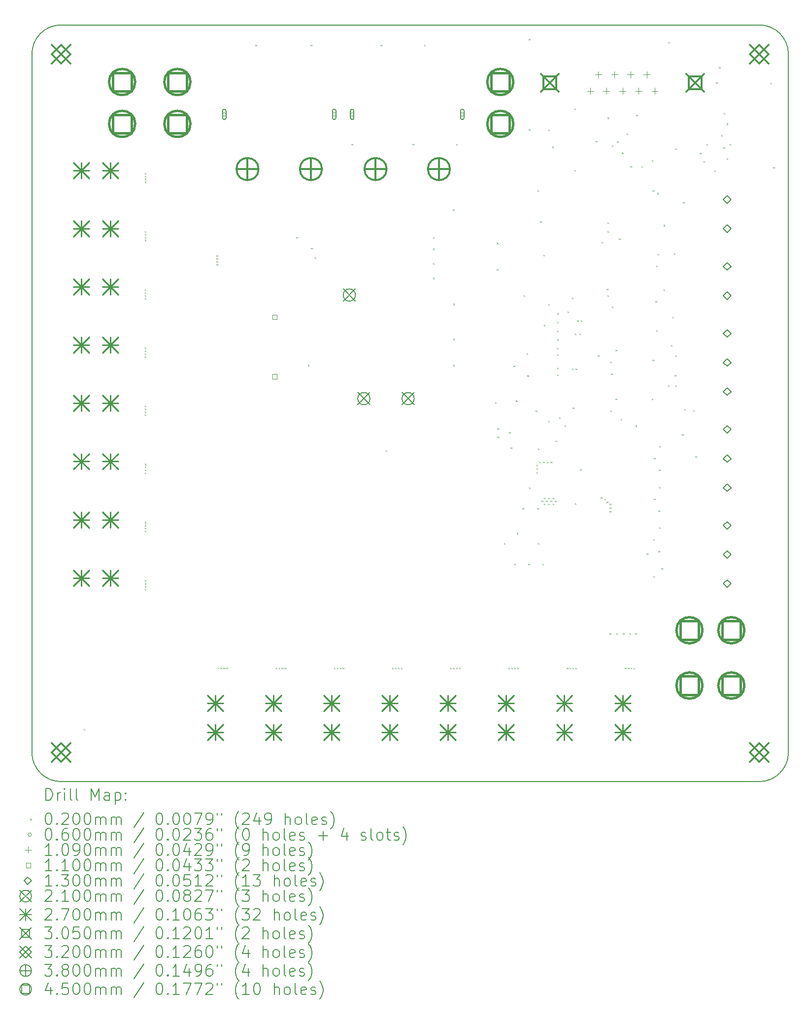
<source format=gbr>
%TF.GenerationSoftware,KiCad,Pcbnew,7.0.1-0*%
%TF.CreationDate,2023-03-21T21:14:59-05:00*%
%TF.ProjectId,actuation,61637475-6174-4696-9f6e-2e6b69636164,rev?*%
%TF.SameCoordinates,Original*%
%TF.FileFunction,Drillmap*%
%TF.FilePolarity,Positive*%
%FSLAX45Y45*%
G04 Gerber Fmt 4.5, Leading zero omitted, Abs format (unit mm)*
G04 Created by KiCad (PCBNEW 7.0.1-0) date 2023-03-21 21:14:59*
%MOMM*%
%LPD*%
G01*
G04 APERTURE LIST*
%ADD10C,0.150000*%
%ADD11C,0.200000*%
%ADD12C,0.020000*%
%ADD13C,0.060000*%
%ADD14C,0.109000*%
%ADD15C,0.110000*%
%ADD16C,0.130000*%
%ADD17C,0.210000*%
%ADD18C,0.270000*%
%ADD19C,0.305000*%
%ADD20C,0.320000*%
%ADD21C,0.380000*%
%ADD22C,0.450000*%
G04 APERTURE END LIST*
D10*
X7500000Y-16000000D02*
G75*
G03*
X8000000Y-16500000I500000J0D01*
G01*
X20000000Y-16500000D02*
X8000000Y-16500000D01*
X8000000Y-3500000D02*
X20000000Y-3500000D01*
X20000000Y-16500000D02*
G75*
G03*
X20500000Y-16000000I0J500000D01*
G01*
X7500000Y-16000000D02*
X7500000Y-4000000D01*
X20500000Y-4000000D02*
X20500000Y-16000000D01*
X8000000Y-3500000D02*
G75*
G03*
X7500000Y-4000000I0J-500000D01*
G01*
X20500000Y-4000000D02*
G75*
G03*
X20000000Y-3500000I-500000J0D01*
G01*
D11*
D12*
X8390000Y-15590000D02*
X8410000Y-15610000D01*
X8410000Y-15590000D02*
X8390000Y-15610000D01*
X9440000Y-6040000D02*
X9460000Y-6060000D01*
X9460000Y-6040000D02*
X9440000Y-6060000D01*
X9440000Y-6090000D02*
X9460000Y-6110000D01*
X9460000Y-6090000D02*
X9440000Y-6110000D01*
X9440000Y-6140000D02*
X9460000Y-6160000D01*
X9460000Y-6140000D02*
X9440000Y-6160000D01*
X9440000Y-6190000D02*
X9460000Y-6210000D01*
X9460000Y-6190000D02*
X9440000Y-6210000D01*
X9440000Y-7040000D02*
X9460000Y-7060000D01*
X9460000Y-7040000D02*
X9440000Y-7060000D01*
X9440000Y-7090000D02*
X9460000Y-7110000D01*
X9460000Y-7090000D02*
X9440000Y-7110000D01*
X9440000Y-7140000D02*
X9460000Y-7160000D01*
X9460000Y-7140000D02*
X9440000Y-7160000D01*
X9440000Y-7190000D02*
X9460000Y-7210000D01*
X9460000Y-7190000D02*
X9440000Y-7210000D01*
X9440000Y-8040000D02*
X9460000Y-8060000D01*
X9460000Y-8040000D02*
X9440000Y-8060000D01*
X9440000Y-8090000D02*
X9460000Y-8110000D01*
X9460000Y-8090000D02*
X9440000Y-8110000D01*
X9440000Y-8140000D02*
X9460000Y-8160000D01*
X9460000Y-8140000D02*
X9440000Y-8160000D01*
X9440000Y-8190000D02*
X9460000Y-8210000D01*
X9460000Y-8190000D02*
X9440000Y-8210000D01*
X9440000Y-9040000D02*
X9460000Y-9060000D01*
X9460000Y-9040000D02*
X9440000Y-9060000D01*
X9440000Y-9090000D02*
X9460000Y-9110000D01*
X9460000Y-9090000D02*
X9440000Y-9110000D01*
X9440000Y-9140000D02*
X9460000Y-9160000D01*
X9460000Y-9140000D02*
X9440000Y-9160000D01*
X9440000Y-9190000D02*
X9460000Y-9210000D01*
X9460000Y-9190000D02*
X9440000Y-9210000D01*
X9440000Y-10040000D02*
X9460000Y-10060000D01*
X9460000Y-10040000D02*
X9440000Y-10060000D01*
X9440000Y-10090000D02*
X9460000Y-10110000D01*
X9460000Y-10090000D02*
X9440000Y-10110000D01*
X9440000Y-10140000D02*
X9460000Y-10160000D01*
X9460000Y-10140000D02*
X9440000Y-10160000D01*
X9440000Y-10190000D02*
X9460000Y-10210000D01*
X9460000Y-10190000D02*
X9440000Y-10210000D01*
X9440000Y-11040000D02*
X9460000Y-11060000D01*
X9460000Y-11040000D02*
X9440000Y-11060000D01*
X9440000Y-11090000D02*
X9460000Y-11110000D01*
X9460000Y-11090000D02*
X9440000Y-11110000D01*
X9440000Y-11140000D02*
X9460000Y-11160000D01*
X9460000Y-11140000D02*
X9440000Y-11160000D01*
X9440000Y-11190000D02*
X9460000Y-11210000D01*
X9460000Y-11190000D02*
X9440000Y-11210000D01*
X9440000Y-12040000D02*
X9460000Y-12060000D01*
X9460000Y-12040000D02*
X9440000Y-12060000D01*
X9440000Y-12090000D02*
X9460000Y-12110000D01*
X9460000Y-12090000D02*
X9440000Y-12110000D01*
X9440000Y-12140000D02*
X9460000Y-12160000D01*
X9460000Y-12140000D02*
X9440000Y-12160000D01*
X9440000Y-12190000D02*
X9460000Y-12210000D01*
X9460000Y-12190000D02*
X9440000Y-12210000D01*
X9440000Y-13040000D02*
X9460000Y-13060000D01*
X9460000Y-13040000D02*
X9440000Y-13060000D01*
X9440000Y-13090000D02*
X9460000Y-13110000D01*
X9460000Y-13090000D02*
X9440000Y-13110000D01*
X9440000Y-13140000D02*
X9460000Y-13160000D01*
X9460000Y-13140000D02*
X9440000Y-13160000D01*
X9440000Y-13190000D02*
X9460000Y-13210000D01*
X9460000Y-13190000D02*
X9440000Y-13210000D01*
X10670700Y-7457600D02*
X10690700Y-7477600D01*
X10690700Y-7457600D02*
X10670700Y-7477600D01*
X10670700Y-7508400D02*
X10690700Y-7528400D01*
X10690700Y-7508400D02*
X10670700Y-7528400D01*
X10670700Y-7559200D02*
X10690700Y-7579200D01*
X10690700Y-7559200D02*
X10670700Y-7579200D01*
X10670700Y-7610000D02*
X10690700Y-7630000D01*
X10690700Y-7610000D02*
X10670700Y-7630000D01*
X10690000Y-14540000D02*
X10710000Y-14560000D01*
X10710000Y-14540000D02*
X10690000Y-14560000D01*
X10740000Y-14540000D02*
X10760000Y-14560000D01*
X10760000Y-14540000D02*
X10740000Y-14560000D01*
X10790000Y-14540000D02*
X10810000Y-14560000D01*
X10810000Y-14540000D02*
X10790000Y-14560000D01*
X10840000Y-14540000D02*
X10860000Y-14560000D01*
X10860000Y-14540000D02*
X10840000Y-14560000D01*
X11340000Y-3840000D02*
X11360000Y-3860000D01*
X11360000Y-3840000D02*
X11340000Y-3860000D01*
X11690000Y-14540000D02*
X11710000Y-14560000D01*
X11710000Y-14540000D02*
X11690000Y-14560000D01*
X11740000Y-14540000D02*
X11760000Y-14560000D01*
X11760000Y-14540000D02*
X11740000Y-14560000D01*
X11790000Y-14540000D02*
X11810000Y-14560000D01*
X11810000Y-14540000D02*
X11790000Y-14560000D01*
X11840000Y-14540000D02*
X11860000Y-14560000D01*
X11860000Y-14540000D02*
X11840000Y-14560000D01*
X12042300Y-7140100D02*
X12062300Y-7160100D01*
X12062300Y-7140100D02*
X12042300Y-7160100D01*
X12240000Y-9340000D02*
X12260000Y-9360000D01*
X12260000Y-9340000D02*
X12240000Y-9360000D01*
X12290000Y-3840000D02*
X12310000Y-3860000D01*
X12310000Y-3840000D02*
X12290000Y-3860000D01*
X12296300Y-7330600D02*
X12316300Y-7350600D01*
X12316300Y-7330600D02*
X12296300Y-7350600D01*
X12360000Y-7490000D02*
X12380000Y-7510000D01*
X12380000Y-7490000D02*
X12360000Y-7510000D01*
X12690000Y-14540000D02*
X12710000Y-14560000D01*
X12710000Y-14540000D02*
X12690000Y-14560000D01*
X12740000Y-14540000D02*
X12760000Y-14560000D01*
X12760000Y-14540000D02*
X12740000Y-14560000D01*
X12790000Y-14540000D02*
X12810000Y-14560000D01*
X12810000Y-14540000D02*
X12790000Y-14560000D01*
X12840000Y-14540000D02*
X12860000Y-14560000D01*
X12860000Y-14540000D02*
X12840000Y-14560000D01*
X12990000Y-5540000D02*
X13010000Y-5560000D01*
X13010000Y-5540000D02*
X12990000Y-5560000D01*
X13490000Y-3840000D02*
X13510000Y-3860000D01*
X13510000Y-3840000D02*
X13490000Y-3860000D01*
X13579000Y-10810000D02*
X13599000Y-10830000D01*
X13599000Y-10810000D02*
X13579000Y-10830000D01*
X13690000Y-14540000D02*
X13710000Y-14560000D01*
X13710000Y-14540000D02*
X13690000Y-14560000D01*
X13740000Y-14540000D02*
X13760000Y-14560000D01*
X13760000Y-14540000D02*
X13740000Y-14560000D01*
X13790000Y-14540000D02*
X13810000Y-14560000D01*
X13810000Y-14540000D02*
X13790000Y-14560000D01*
X13840000Y-14540000D02*
X13860000Y-14560000D01*
X13860000Y-14540000D02*
X13840000Y-14560000D01*
X14040000Y-5540000D02*
X14060000Y-5560000D01*
X14060000Y-5540000D02*
X14040000Y-5560000D01*
X14240000Y-3840000D02*
X14260000Y-3860000D01*
X14260000Y-3840000D02*
X14240000Y-3860000D01*
X14390000Y-7140000D02*
X14410000Y-7160000D01*
X14410000Y-7140000D02*
X14390000Y-7160000D01*
X14390000Y-7340000D02*
X14410000Y-7360000D01*
X14410000Y-7340000D02*
X14390000Y-7360000D01*
X14390000Y-7590000D02*
X14410000Y-7610000D01*
X14410000Y-7590000D02*
X14390000Y-7610000D01*
X14390000Y-7840000D02*
X14410000Y-7860000D01*
X14410000Y-7840000D02*
X14390000Y-7860000D01*
X14690000Y-14540000D02*
X14710000Y-14560000D01*
X14710000Y-14540000D02*
X14690000Y-14560000D01*
X14734700Y-6670200D02*
X14754700Y-6690200D01*
X14754700Y-6670200D02*
X14734700Y-6690200D01*
X14740000Y-8290000D02*
X14760000Y-8310000D01*
X14760000Y-8290000D02*
X14740000Y-8310000D01*
X14740000Y-8890000D02*
X14760000Y-8910000D01*
X14760000Y-8890000D02*
X14740000Y-8910000D01*
X14740000Y-9340000D02*
X14760000Y-9360000D01*
X14760000Y-9340000D02*
X14740000Y-9360000D01*
X14740000Y-14540000D02*
X14760000Y-14560000D01*
X14760000Y-14540000D02*
X14740000Y-14560000D01*
X14790000Y-5540000D02*
X14810000Y-5560000D01*
X14810000Y-5540000D02*
X14790000Y-5560000D01*
X14790000Y-14540000D02*
X14810000Y-14560000D01*
X14810000Y-14540000D02*
X14790000Y-14560000D01*
X14840000Y-14540000D02*
X14860000Y-14560000D01*
X14860000Y-14540000D02*
X14840000Y-14560000D01*
X15460000Y-9980000D02*
X15480000Y-10000000D01*
X15480000Y-9980000D02*
X15460000Y-10000000D01*
X15490000Y-7240000D02*
X15510000Y-7260000D01*
X15510000Y-7240000D02*
X15490000Y-7260000D01*
X15490000Y-7690000D02*
X15510000Y-7710000D01*
X15510000Y-7690000D02*
X15490000Y-7710000D01*
X15496700Y-10429400D02*
X15516700Y-10449400D01*
X15516700Y-10429400D02*
X15496700Y-10449400D01*
X15496700Y-10569100D02*
X15516700Y-10589100D01*
X15516700Y-10569100D02*
X15496700Y-10589100D01*
X15611000Y-12397900D02*
X15631000Y-12417900D01*
X15631000Y-12397900D02*
X15611000Y-12417900D01*
X15690000Y-14540000D02*
X15710000Y-14560000D01*
X15710000Y-14540000D02*
X15690000Y-14560000D01*
X15699900Y-10492900D02*
X15719900Y-10512900D01*
X15719900Y-10492900D02*
X15699900Y-10512900D01*
X15725300Y-10759600D02*
X15745300Y-10779600D01*
X15745300Y-10759600D02*
X15725300Y-10779600D01*
X15740000Y-14540000D02*
X15760000Y-14560000D01*
X15760000Y-14540000D02*
X15740000Y-14560000D01*
X15776250Y-9351250D02*
X15796250Y-9371250D01*
X15796250Y-9351250D02*
X15776250Y-9371250D01*
X15788800Y-12753500D02*
X15808800Y-12773500D01*
X15808800Y-12753500D02*
X15788800Y-12773500D01*
X15790000Y-14540000D02*
X15810000Y-14560000D01*
X15810000Y-14540000D02*
X15790000Y-14560000D01*
X15820000Y-9950000D02*
X15840000Y-9970000D01*
X15840000Y-9950000D02*
X15820000Y-9970000D01*
X15831101Y-12227933D02*
X15851101Y-12247933D01*
X15851101Y-12227933D02*
X15831101Y-12247933D01*
X15840000Y-14540000D02*
X15860000Y-14560000D01*
X15860000Y-14540000D02*
X15840000Y-14560000D01*
X15928500Y-11801000D02*
X15948500Y-11821000D01*
X15948500Y-11801000D02*
X15928500Y-11821000D01*
X15950000Y-8140000D02*
X15970000Y-8160000D01*
X15970000Y-8140000D02*
X15950000Y-8160000D01*
X16000000Y-9140000D02*
X16020000Y-9160000D01*
X16020000Y-9140000D02*
X16000000Y-9160000D01*
X16012500Y-9517500D02*
X16032500Y-9537500D01*
X16032500Y-9517500D02*
X16012500Y-9537500D01*
X16030100Y-12753500D02*
X16050100Y-12773500D01*
X16050100Y-12753500D02*
X16030100Y-12773500D01*
X16040000Y-3740000D02*
X16060000Y-3760000D01*
X16060000Y-3740000D02*
X16040000Y-3760000D01*
X16040000Y-5290000D02*
X16060000Y-5310000D01*
X16060000Y-5290000D02*
X16040000Y-5310000D01*
X16042800Y-11445400D02*
X16062800Y-11465400D01*
X16062800Y-11445400D02*
X16042800Y-11465400D01*
X16157100Y-10124600D02*
X16177100Y-10144600D01*
X16177100Y-10124600D02*
X16157100Y-10144600D01*
X16169800Y-11051700D02*
X16189800Y-11071700D01*
X16189800Y-11051700D02*
X16169800Y-11071700D01*
X16169800Y-11115200D02*
X16189800Y-11135200D01*
X16189800Y-11115200D02*
X16169800Y-11135200D01*
X16169800Y-11178700D02*
X16189800Y-11198700D01*
X16189800Y-11178700D02*
X16169800Y-11198700D01*
X16182500Y-11801000D02*
X16202500Y-11821000D01*
X16202500Y-11801000D02*
X16182500Y-11821000D01*
X16190000Y-6340000D02*
X16210000Y-6360000D01*
X16210000Y-6340000D02*
X16190000Y-6360000D01*
X16195200Y-10772300D02*
X16215200Y-10792300D01*
X16215200Y-10772300D02*
X16195200Y-10792300D01*
X16195200Y-12397900D02*
X16215200Y-12417900D01*
X16215200Y-12397900D02*
X16195200Y-12417900D01*
X16220600Y-11000900D02*
X16240600Y-11020900D01*
X16240600Y-11000900D02*
X16220600Y-11020900D01*
X16233300Y-6873400D02*
X16253300Y-6893400D01*
X16253300Y-6873400D02*
X16233300Y-6893400D01*
X16258700Y-11674000D02*
X16278700Y-11694000D01*
X16278700Y-11674000D02*
X16258700Y-11694000D01*
X16271400Y-12753500D02*
X16291400Y-12773500D01*
X16291400Y-12753500D02*
X16271400Y-12773500D01*
X16284100Y-11000900D02*
X16304100Y-11020900D01*
X16304100Y-11000900D02*
X16284100Y-11020900D01*
X16290000Y-7445400D02*
X16310000Y-7465400D01*
X16310000Y-7445400D02*
X16290000Y-7465400D01*
X16296800Y-8651400D02*
X16316800Y-8671400D01*
X16316800Y-8651400D02*
X16296800Y-8671400D01*
X16296800Y-11623200D02*
X16316800Y-11643200D01*
X16316800Y-11623200D02*
X16296800Y-11643200D01*
X16296800Y-11724800D02*
X16316800Y-11744800D01*
X16316800Y-11724800D02*
X16296800Y-11744800D01*
X16334900Y-11674000D02*
X16354900Y-11694000D01*
X16354900Y-11674000D02*
X16334900Y-11694000D01*
X16347600Y-11000900D02*
X16367600Y-11020900D01*
X16367600Y-11000900D02*
X16347600Y-11020900D01*
X16373000Y-5298600D02*
X16393000Y-5318600D01*
X16393000Y-5298600D02*
X16373000Y-5318600D01*
X16373000Y-8295800D02*
X16393000Y-8315800D01*
X16393000Y-8295800D02*
X16373000Y-8315800D01*
X16373000Y-10302400D02*
X16393000Y-10322400D01*
X16393000Y-10302400D02*
X16373000Y-10322400D01*
X16373000Y-11623200D02*
X16393000Y-11643200D01*
X16393000Y-11623200D02*
X16373000Y-11643200D01*
X16373000Y-11724800D02*
X16393000Y-11744800D01*
X16393000Y-11724800D02*
X16373000Y-11744800D01*
X16411100Y-11000900D02*
X16431100Y-11020900D01*
X16431100Y-11000900D02*
X16411100Y-11020900D01*
X16411100Y-11674000D02*
X16431100Y-11694000D01*
X16431100Y-11674000D02*
X16411100Y-11694000D01*
X16440000Y-5590000D02*
X16460000Y-5610000D01*
X16460000Y-5590000D02*
X16440000Y-5610000D01*
X16449200Y-11623200D02*
X16469200Y-11643200D01*
X16469200Y-11623200D02*
X16449200Y-11643200D01*
X16449200Y-11724800D02*
X16469200Y-11744800D01*
X16469200Y-11724800D02*
X16449200Y-11744800D01*
X16487300Y-11674000D02*
X16507300Y-11694000D01*
X16507300Y-11674000D02*
X16487300Y-11694000D01*
X16500000Y-10640000D02*
X16520000Y-10660000D01*
X16520000Y-10640000D02*
X16500000Y-10660000D01*
X16525400Y-8450000D02*
X16545400Y-8470000D01*
X16545400Y-8450000D02*
X16525400Y-8470000D01*
X16525400Y-8600000D02*
X16545400Y-8620000D01*
X16545400Y-8600000D02*
X16525400Y-8620000D01*
X16525400Y-8750000D02*
X16545400Y-8770000D01*
X16545400Y-8750000D02*
X16525400Y-8770000D01*
X16525400Y-8900000D02*
X16545400Y-8920000D01*
X16545400Y-8900000D02*
X16525400Y-8920000D01*
X16525400Y-9050000D02*
X16545400Y-9070000D01*
X16545400Y-9050000D02*
X16525400Y-9070000D01*
X16525400Y-9159400D02*
X16545400Y-9179400D01*
X16545400Y-9159400D02*
X16525400Y-9179400D01*
X16525400Y-9388000D02*
X16545400Y-9408000D01*
X16545400Y-9388000D02*
X16525400Y-9408000D01*
X16525400Y-9502300D02*
X16545400Y-9522300D01*
X16545400Y-9502300D02*
X16525400Y-9522300D01*
X16557400Y-10238900D02*
X16577400Y-10258900D01*
X16577400Y-10238900D02*
X16557400Y-10258900D01*
X16652400Y-10378600D02*
X16672400Y-10398600D01*
X16672400Y-10378600D02*
X16652400Y-10398600D01*
X16690000Y-14540000D02*
X16710000Y-14560000D01*
X16710000Y-14540000D02*
X16690000Y-14560000D01*
X16703200Y-8422800D02*
X16723200Y-8442800D01*
X16723200Y-8422800D02*
X16703200Y-8442800D01*
X16740000Y-14540000D02*
X16760000Y-14560000D01*
X16760000Y-14540000D02*
X16740000Y-14560000D01*
X16779400Y-8181500D02*
X16799400Y-8201500D01*
X16799400Y-8181500D02*
X16779400Y-8201500D01*
X16779400Y-9400700D02*
X16799400Y-9420700D01*
X16799400Y-9400700D02*
X16779400Y-9420700D01*
X16790000Y-14540000D02*
X16810000Y-14560000D01*
X16810000Y-14540000D02*
X16790000Y-14560000D01*
X16792100Y-10073800D02*
X16812100Y-10093800D01*
X16812100Y-10073800D02*
X16792100Y-10093800D01*
X16820000Y-4930000D02*
X16840000Y-4950000D01*
X16840000Y-4930000D02*
X16820000Y-4950000D01*
X16820000Y-5990000D02*
X16840000Y-6010000D01*
X16840000Y-5990000D02*
X16820000Y-6010000D01*
X16830200Y-8803800D02*
X16850200Y-8823800D01*
X16850200Y-8803800D02*
X16830200Y-8823800D01*
X16830200Y-11712100D02*
X16850200Y-11732100D01*
X16850200Y-11712100D02*
X16830200Y-11732100D01*
X16840000Y-14540000D02*
X16860000Y-14560000D01*
X16860000Y-14540000D02*
X16840000Y-14560000D01*
X16842900Y-9400700D02*
X16862900Y-9420700D01*
X16862900Y-9400700D02*
X16842900Y-9420700D01*
X16868300Y-8575200D02*
X16888300Y-8595200D01*
X16888300Y-8575200D02*
X16868300Y-8595200D01*
X16906400Y-8803800D02*
X16926400Y-8823800D01*
X16926400Y-8803800D02*
X16906400Y-8823800D01*
X16919100Y-11127900D02*
X16939100Y-11147900D01*
X16939100Y-11127900D02*
X16919100Y-11147900D01*
X16931800Y-8575200D02*
X16951800Y-8595200D01*
X16951800Y-8575200D02*
X16931800Y-8595200D01*
X17190000Y-5490000D02*
X17210000Y-5510000D01*
X17210000Y-5490000D02*
X17190000Y-5510000D01*
X17223900Y-9172100D02*
X17243900Y-9192100D01*
X17243900Y-9172100D02*
X17223900Y-9192100D01*
X17274700Y-11610500D02*
X17294700Y-11630500D01*
X17294700Y-11610500D02*
X17274700Y-11630500D01*
X17290000Y-7225000D02*
X17310000Y-7245000D01*
X17310000Y-7225000D02*
X17290000Y-7245000D01*
X17338200Y-11635900D02*
X17358200Y-11655900D01*
X17358200Y-11635900D02*
X17338200Y-11655900D01*
X17376300Y-8029100D02*
X17396300Y-8049100D01*
X17396300Y-8029100D02*
X17376300Y-8049100D01*
X17376300Y-11686700D02*
X17396300Y-11706700D01*
X17396300Y-11686700D02*
X17376300Y-11706700D01*
X17389000Y-7038500D02*
X17409000Y-7058500D01*
X17409000Y-7038500D02*
X17389000Y-7058500D01*
X17389000Y-8143400D02*
X17409000Y-8163400D01*
X17409000Y-8143400D02*
X17389000Y-8163400D01*
X17390000Y-5090000D02*
X17410000Y-5110000D01*
X17410000Y-5090000D02*
X17390000Y-5110000D01*
X17390000Y-6890000D02*
X17410000Y-6910000D01*
X17410000Y-6890000D02*
X17390000Y-6910000D01*
X17427100Y-11724800D02*
X17447100Y-11744800D01*
X17447100Y-11724800D02*
X17427100Y-11744800D01*
X17427100Y-11788300D02*
X17447100Y-11808300D01*
X17447100Y-11788300D02*
X17427100Y-11808300D01*
X17427100Y-11851800D02*
X17447100Y-11871800D01*
X17447100Y-11851800D02*
X17427100Y-11871800D01*
X17427100Y-13947300D02*
X17447100Y-13967300D01*
X17447100Y-13947300D02*
X17427100Y-13967300D01*
X17439800Y-9286400D02*
X17459800Y-9306400D01*
X17459800Y-9286400D02*
X17439800Y-9306400D01*
X17439800Y-10124600D02*
X17459800Y-10144600D01*
X17459800Y-10124600D02*
X17439800Y-10144600D01*
X17452500Y-9489600D02*
X17472500Y-9509600D01*
X17472500Y-9489600D02*
X17452500Y-9509600D01*
X17465200Y-5565300D02*
X17485200Y-5585300D01*
X17485200Y-5565300D02*
X17465200Y-5585300D01*
X17465200Y-8333900D02*
X17485200Y-8353900D01*
X17485200Y-8333900D02*
X17465200Y-8353900D01*
X17528700Y-9083200D02*
X17548700Y-9103200D01*
X17548700Y-9083200D02*
X17528700Y-9103200D01*
X17528700Y-9921400D02*
X17548700Y-9941400D01*
X17548700Y-9921400D02*
X17528700Y-9941400D01*
X17541400Y-13947300D02*
X17561400Y-13967300D01*
X17561400Y-13947300D02*
X17541400Y-13967300D01*
X17554100Y-5501800D02*
X17574100Y-5521800D01*
X17574100Y-5501800D02*
X17554100Y-5521800D01*
X17590000Y-7167000D02*
X17610000Y-7187000D01*
X17610000Y-7167000D02*
X17590000Y-7187000D01*
X17617600Y-10264300D02*
X17637600Y-10284300D01*
X17637600Y-10264300D02*
X17617600Y-10284300D01*
X17640000Y-5690000D02*
X17660000Y-5710000D01*
X17660000Y-5690000D02*
X17640000Y-5710000D01*
X17655700Y-13947300D02*
X17675700Y-13967300D01*
X17675700Y-13947300D02*
X17655700Y-13967300D01*
X17690000Y-14540000D02*
X17710000Y-14560000D01*
X17710000Y-14540000D02*
X17690000Y-14560000D01*
X17719200Y-5362100D02*
X17739200Y-5382100D01*
X17739200Y-5362100D02*
X17719200Y-5382100D01*
X17740000Y-14540000D02*
X17760000Y-14560000D01*
X17760000Y-14540000D02*
X17740000Y-14560000D01*
X17770000Y-13947300D02*
X17790000Y-13967300D01*
X17790000Y-13947300D02*
X17770000Y-13967300D01*
X17782700Y-5920900D02*
X17802700Y-5940900D01*
X17802700Y-5920900D02*
X17782700Y-5940900D01*
X17790000Y-14540000D02*
X17810000Y-14560000D01*
X17810000Y-14540000D02*
X17790000Y-14560000D01*
X17840000Y-14540000D02*
X17860000Y-14560000D01*
X17860000Y-14540000D02*
X17840000Y-14560000D01*
X17868400Y-13947300D02*
X17888400Y-13967300D01*
X17888400Y-13947300D02*
X17868400Y-13967300D01*
X17870000Y-10380000D02*
X17890000Y-10400000D01*
X17890000Y-10380000D02*
X17870000Y-10400000D01*
X17884300Y-5044600D02*
X17904300Y-5064600D01*
X17904300Y-5044600D02*
X17884300Y-5064600D01*
X17973200Y-5920900D02*
X17993200Y-5940900D01*
X17993200Y-5920900D02*
X17973200Y-5940900D01*
X18062100Y-12575700D02*
X18082100Y-12595700D01*
X18082100Y-12575700D02*
X18062100Y-12595700D01*
X18151000Y-5819300D02*
X18171000Y-5839300D01*
X18171000Y-5819300D02*
X18151000Y-5839300D01*
X18151000Y-9921400D02*
X18171000Y-9941400D01*
X18171000Y-9921400D02*
X18151000Y-9941400D01*
X18163700Y-6340000D02*
X18183700Y-6360000D01*
X18183700Y-6340000D02*
X18163700Y-6360000D01*
X18163700Y-9248300D02*
X18183700Y-9268300D01*
X18183700Y-9248300D02*
X18163700Y-9268300D01*
X18176400Y-12334400D02*
X18196400Y-12354400D01*
X18196400Y-12334400D02*
X18176400Y-12354400D01*
X18176400Y-12969400D02*
X18196400Y-12989400D01*
X18196400Y-12969400D02*
X18176400Y-12989400D01*
X18189100Y-10937400D02*
X18209100Y-10957400D01*
X18209100Y-10937400D02*
X18189100Y-10957400D01*
X18189100Y-11635900D02*
X18209100Y-11655900D01*
X18209100Y-11635900D02*
X18189100Y-11655900D01*
X18214500Y-8245000D02*
X18234500Y-8265000D01*
X18234500Y-8245000D02*
X18214500Y-8265000D01*
X18227200Y-7635400D02*
X18247200Y-7655400D01*
X18247200Y-7635400D02*
X18227200Y-7655400D01*
X18227200Y-8740300D02*
X18247200Y-8760300D01*
X18247200Y-8740300D02*
X18227200Y-8760300D01*
X18246250Y-6384450D02*
X18266250Y-6404450D01*
X18266250Y-6384450D02*
X18246250Y-6404450D01*
X18252600Y-7432200D02*
X18272600Y-7452200D01*
X18272600Y-7432200D02*
X18252600Y-7452200D01*
X18265300Y-11839100D02*
X18285300Y-11859100D01*
X18285300Y-11839100D02*
X18265300Y-11859100D01*
X18265300Y-12537600D02*
X18285300Y-12557600D01*
X18285300Y-12537600D02*
X18265300Y-12557600D01*
X18275000Y-11140600D02*
X18295000Y-11160600D01*
X18295000Y-11140600D02*
X18275000Y-11160600D01*
X18278000Y-10734200D02*
X18298000Y-10754200D01*
X18298000Y-10734200D02*
X18278000Y-10754200D01*
X18278000Y-11432700D02*
X18298000Y-11452700D01*
X18298000Y-11432700D02*
X18278000Y-11452700D01*
X18278000Y-12131200D02*
X18298000Y-12151200D01*
X18298000Y-12131200D02*
X18278000Y-12151200D01*
X18316100Y-12829700D02*
X18336100Y-12849700D01*
X18336100Y-12829700D02*
X18316100Y-12849700D01*
X18354850Y-6936250D02*
X18374850Y-6956250D01*
X18374850Y-6936250D02*
X18354850Y-6956250D01*
X18354850Y-8041150D02*
X18374850Y-8061150D01*
X18374850Y-8041150D02*
X18354850Y-8061150D01*
X18430400Y-9692800D02*
X18450400Y-9712800D01*
X18450400Y-9692800D02*
X18430400Y-9712800D01*
X18440000Y-3790000D02*
X18460000Y-3810000D01*
X18460000Y-3790000D02*
X18440000Y-3810000D01*
X18481200Y-8994300D02*
X18501200Y-9014300D01*
X18501200Y-8994300D02*
X18481200Y-9014300D01*
X18506600Y-8511700D02*
X18526600Y-8531700D01*
X18526600Y-8511700D02*
X18506600Y-8531700D01*
X18532000Y-7419500D02*
X18552000Y-7439500D01*
X18552000Y-7419500D02*
X18532000Y-7439500D01*
X18544700Y-9515000D02*
X18564700Y-9535000D01*
X18564700Y-9515000D02*
X18544700Y-9535000D01*
X18557400Y-5616100D02*
X18577400Y-5636100D01*
X18577400Y-5616100D02*
X18557400Y-5636100D01*
X18557400Y-9172100D02*
X18577400Y-9192100D01*
X18577400Y-9172100D02*
X18557400Y-9192100D01*
X18557400Y-9692800D02*
X18577400Y-9712800D01*
X18577400Y-9692800D02*
X18557400Y-9712800D01*
X18671700Y-10531000D02*
X18691700Y-10551000D01*
X18691700Y-10531000D02*
X18671700Y-10551000D01*
X18690000Y-6540000D02*
X18710000Y-6560000D01*
X18710000Y-6540000D02*
X18690000Y-6560000D01*
X18709800Y-10095000D02*
X18729800Y-10115000D01*
X18729800Y-10095000D02*
X18709800Y-10115000D01*
X18862200Y-10111900D02*
X18882200Y-10131900D01*
X18882200Y-10111900D02*
X18862200Y-10131900D01*
X18900300Y-10912000D02*
X18920300Y-10932000D01*
X18920300Y-10912000D02*
X18900300Y-10932000D01*
X18976500Y-5692300D02*
X18996500Y-5712300D01*
X18996500Y-5692300D02*
X18976500Y-5712300D01*
X19040000Y-5840000D02*
X19060000Y-5860000D01*
X19060000Y-5840000D02*
X19040000Y-5860000D01*
X19090000Y-5540000D02*
X19110000Y-5560000D01*
X19110000Y-5540000D02*
X19090000Y-5560000D01*
X19225700Y-5997100D02*
X19245700Y-6017100D01*
X19245700Y-5997100D02*
X19225700Y-6017100D01*
X19255900Y-4485800D02*
X19275900Y-4505800D01*
X19275900Y-4485800D02*
X19255900Y-4505800D01*
X19306700Y-4219100D02*
X19326700Y-4239100D01*
X19326700Y-4219100D02*
X19306700Y-4239100D01*
X19344800Y-5387500D02*
X19364800Y-5407500D01*
X19364800Y-5387500D02*
X19344800Y-5407500D01*
X19382900Y-5603400D02*
X19402900Y-5623400D01*
X19402900Y-5603400D02*
X19382900Y-5623400D01*
X19390000Y-5006500D02*
X19410000Y-5026500D01*
X19410000Y-5006500D02*
X19390000Y-5026500D01*
X19440000Y-5190000D02*
X19460000Y-5210000D01*
X19460000Y-5190000D02*
X19440000Y-5210000D01*
X19440000Y-5790000D02*
X19460000Y-5810000D01*
X19460000Y-5790000D02*
X19440000Y-5810000D01*
X19490000Y-5540000D02*
X19510000Y-5560000D01*
X19510000Y-5540000D02*
X19490000Y-5560000D01*
X20190000Y-4490000D02*
X20210000Y-4510000D01*
X20210000Y-4490000D02*
X20190000Y-4510000D01*
X20240000Y-5940000D02*
X20260000Y-5960000D01*
X20260000Y-5940000D02*
X20240000Y-5960000D01*
D13*
X10835000Y-5036250D02*
G75*
G03*
X10835000Y-5036250I-30000J0D01*
G01*
D11*
X10775000Y-4976250D02*
X10775000Y-5096250D01*
X10775000Y-5096250D02*
G75*
G03*
X10835000Y-5096250I30000J0D01*
G01*
X10835000Y-5096250D02*
X10835000Y-4976250D01*
X10835000Y-4976250D02*
G75*
G03*
X10775000Y-4976250I-30000J0D01*
G01*
D13*
X12725000Y-5036250D02*
G75*
G03*
X12725000Y-5036250I-30000J0D01*
G01*
D11*
X12665000Y-4976250D02*
X12665000Y-5096250D01*
X12665000Y-5096250D02*
G75*
G03*
X12725000Y-5096250I30000J0D01*
G01*
X12725000Y-5096250D02*
X12725000Y-4976250D01*
X12725000Y-4976250D02*
G75*
G03*
X12665000Y-4976250I-30000J0D01*
G01*
D13*
X13035000Y-5036250D02*
G75*
G03*
X13035000Y-5036250I-30000J0D01*
G01*
D11*
X12975000Y-4976250D02*
X12975000Y-5096250D01*
X12975000Y-5096250D02*
G75*
G03*
X13035000Y-5096250I30000J0D01*
G01*
X13035000Y-5096250D02*
X13035000Y-4976250D01*
X13035000Y-4976250D02*
G75*
G03*
X12975000Y-4976250I-30000J0D01*
G01*
D13*
X14925000Y-5036250D02*
G75*
G03*
X14925000Y-5036250I-30000J0D01*
G01*
D11*
X14865000Y-4976250D02*
X14865000Y-5096250D01*
X14865000Y-5096250D02*
G75*
G03*
X14925000Y-5096250I30000J0D01*
G01*
X14925000Y-5096250D02*
X14925000Y-4976250D01*
X14925000Y-4976250D02*
G75*
G03*
X14865000Y-4976250I-30000J0D01*
G01*
D14*
X17096000Y-4580050D02*
X17096000Y-4689050D01*
X17041500Y-4634550D02*
X17150500Y-4634550D01*
X17234500Y-4296050D02*
X17234500Y-4405050D01*
X17180000Y-4350550D02*
X17289000Y-4350550D01*
X17373000Y-4580050D02*
X17373000Y-4689050D01*
X17318500Y-4634550D02*
X17427500Y-4634550D01*
X17511500Y-4296050D02*
X17511500Y-4405050D01*
X17457000Y-4350550D02*
X17566000Y-4350550D01*
X17650000Y-4580050D02*
X17650000Y-4689050D01*
X17595500Y-4634550D02*
X17704500Y-4634550D01*
X17788500Y-4296050D02*
X17788500Y-4405050D01*
X17734000Y-4350550D02*
X17843000Y-4350550D01*
X17927000Y-4580050D02*
X17927000Y-4689050D01*
X17872500Y-4634550D02*
X17981500Y-4634550D01*
X18065500Y-4296050D02*
X18065500Y-4405050D01*
X18011000Y-4350550D02*
X18120000Y-4350550D01*
X18204000Y-4580050D02*
X18204000Y-4689050D01*
X18149500Y-4634550D02*
X18258500Y-4634550D01*
D15*
X11713891Y-8558891D02*
X11713891Y-8481109D01*
X11636109Y-8481109D01*
X11636109Y-8558891D01*
X11713891Y-8558891D01*
X11713891Y-9578891D02*
X11713891Y-9501109D01*
X11636109Y-9501109D01*
X11636109Y-9578891D01*
X11713891Y-9578891D01*
D16*
X19450000Y-6565000D02*
X19515000Y-6500000D01*
X19450000Y-6435000D01*
X19385000Y-6500000D01*
X19450000Y-6565000D01*
X19450000Y-7065000D02*
X19515000Y-7000000D01*
X19450000Y-6935000D01*
X19385000Y-7000000D01*
X19450000Y-7065000D01*
X19450000Y-7715000D02*
X19515000Y-7650000D01*
X19450000Y-7585000D01*
X19385000Y-7650000D01*
X19450000Y-7715000D01*
X19450000Y-8215000D02*
X19515000Y-8150000D01*
X19450000Y-8085000D01*
X19385000Y-8150000D01*
X19450000Y-8215000D01*
X19450000Y-8865000D02*
X19515000Y-8800000D01*
X19450000Y-8735000D01*
X19385000Y-8800000D01*
X19450000Y-8865000D01*
X19450000Y-9365000D02*
X19515000Y-9300000D01*
X19450000Y-9235000D01*
X19385000Y-9300000D01*
X19450000Y-9365000D01*
X19450000Y-9865000D02*
X19515000Y-9800000D01*
X19450000Y-9735000D01*
X19385000Y-9800000D01*
X19450000Y-9865000D01*
X19450000Y-10515000D02*
X19515000Y-10450000D01*
X19450000Y-10385000D01*
X19385000Y-10450000D01*
X19450000Y-10515000D01*
X19450000Y-11015000D02*
X19515000Y-10950000D01*
X19450000Y-10885000D01*
X19385000Y-10950000D01*
X19450000Y-11015000D01*
X19450000Y-11515000D02*
X19515000Y-11450000D01*
X19450000Y-11385000D01*
X19385000Y-11450000D01*
X19450000Y-11515000D01*
X19450000Y-12165000D02*
X19515000Y-12100000D01*
X19450000Y-12035000D01*
X19385000Y-12100000D01*
X19450000Y-12165000D01*
X19450000Y-12665000D02*
X19515000Y-12600000D01*
X19450000Y-12535000D01*
X19385000Y-12600000D01*
X19450000Y-12665000D01*
X19450000Y-13165000D02*
X19515000Y-13100000D01*
X19450000Y-13035000D01*
X19385000Y-13100000D01*
X19450000Y-13165000D01*
D17*
X12850000Y-8035000D02*
X13060000Y-8245000D01*
X13060000Y-8035000D02*
X12850000Y-8245000D01*
X13060000Y-8140000D02*
G75*
G03*
X13060000Y-8140000I-105000J0D01*
G01*
X13100000Y-9815000D02*
X13310000Y-10025000D01*
X13310000Y-9815000D02*
X13100000Y-10025000D01*
X13310000Y-9920000D02*
G75*
G03*
X13310000Y-9920000I-105000J0D01*
G01*
X13860000Y-9815000D02*
X14070000Y-10025000D01*
X14070000Y-9815000D02*
X13860000Y-10025000D01*
X14070000Y-9920000D02*
G75*
G03*
X14070000Y-9920000I-105000J0D01*
G01*
D18*
X8215000Y-5865000D02*
X8485000Y-6135000D01*
X8485000Y-5865000D02*
X8215000Y-6135000D01*
X8350000Y-5865000D02*
X8350000Y-6135000D01*
X8215000Y-6000000D02*
X8485000Y-6000000D01*
X8215000Y-6865000D02*
X8485000Y-7135000D01*
X8485000Y-6865000D02*
X8215000Y-7135000D01*
X8350000Y-6865000D02*
X8350000Y-7135000D01*
X8215000Y-7000000D02*
X8485000Y-7000000D01*
X8215000Y-7865000D02*
X8485000Y-8135000D01*
X8485000Y-7865000D02*
X8215000Y-8135000D01*
X8350000Y-7865000D02*
X8350000Y-8135000D01*
X8215000Y-8000000D02*
X8485000Y-8000000D01*
X8215000Y-8865000D02*
X8485000Y-9135000D01*
X8485000Y-8865000D02*
X8215000Y-9135000D01*
X8350000Y-8865000D02*
X8350000Y-9135000D01*
X8215000Y-9000000D02*
X8485000Y-9000000D01*
X8215000Y-9865000D02*
X8485000Y-10135000D01*
X8485000Y-9865000D02*
X8215000Y-10135000D01*
X8350000Y-9865000D02*
X8350000Y-10135000D01*
X8215000Y-10000000D02*
X8485000Y-10000000D01*
X8215000Y-10865000D02*
X8485000Y-11135000D01*
X8485000Y-10865000D02*
X8215000Y-11135000D01*
X8350000Y-10865000D02*
X8350000Y-11135000D01*
X8215000Y-11000000D02*
X8485000Y-11000000D01*
X8215000Y-11865000D02*
X8485000Y-12135000D01*
X8485000Y-11865000D02*
X8215000Y-12135000D01*
X8350000Y-11865000D02*
X8350000Y-12135000D01*
X8215000Y-12000000D02*
X8485000Y-12000000D01*
X8215000Y-12865000D02*
X8485000Y-13135000D01*
X8485000Y-12865000D02*
X8215000Y-13135000D01*
X8350000Y-12865000D02*
X8350000Y-13135000D01*
X8215000Y-13000000D02*
X8485000Y-13000000D01*
X8715000Y-5865000D02*
X8985000Y-6135000D01*
X8985000Y-5865000D02*
X8715000Y-6135000D01*
X8850000Y-5865000D02*
X8850000Y-6135000D01*
X8715000Y-6000000D02*
X8985000Y-6000000D01*
X8715000Y-6865000D02*
X8985000Y-7135000D01*
X8985000Y-6865000D02*
X8715000Y-7135000D01*
X8850000Y-6865000D02*
X8850000Y-7135000D01*
X8715000Y-7000000D02*
X8985000Y-7000000D01*
X8715000Y-7865000D02*
X8985000Y-8135000D01*
X8985000Y-7865000D02*
X8715000Y-8135000D01*
X8850000Y-7865000D02*
X8850000Y-8135000D01*
X8715000Y-8000000D02*
X8985000Y-8000000D01*
X8715000Y-8865000D02*
X8985000Y-9135000D01*
X8985000Y-8865000D02*
X8715000Y-9135000D01*
X8850000Y-8865000D02*
X8850000Y-9135000D01*
X8715000Y-9000000D02*
X8985000Y-9000000D01*
X8715000Y-9865000D02*
X8985000Y-10135000D01*
X8985000Y-9865000D02*
X8715000Y-10135000D01*
X8850000Y-9865000D02*
X8850000Y-10135000D01*
X8715000Y-10000000D02*
X8985000Y-10000000D01*
X8715000Y-10865000D02*
X8985000Y-11135000D01*
X8985000Y-10865000D02*
X8715000Y-11135000D01*
X8850000Y-10865000D02*
X8850000Y-11135000D01*
X8715000Y-11000000D02*
X8985000Y-11000000D01*
X8715000Y-11865000D02*
X8985000Y-12135000D01*
X8985000Y-11865000D02*
X8715000Y-12135000D01*
X8850000Y-11865000D02*
X8850000Y-12135000D01*
X8715000Y-12000000D02*
X8985000Y-12000000D01*
X8715000Y-12865000D02*
X8985000Y-13135000D01*
X8985000Y-12865000D02*
X8715000Y-13135000D01*
X8850000Y-12865000D02*
X8850000Y-13135000D01*
X8715000Y-13000000D02*
X8985000Y-13000000D01*
X10515000Y-15015000D02*
X10785000Y-15285000D01*
X10785000Y-15015000D02*
X10515000Y-15285000D01*
X10650000Y-15015000D02*
X10650000Y-15285000D01*
X10515000Y-15150000D02*
X10785000Y-15150000D01*
X10515000Y-15515000D02*
X10785000Y-15785000D01*
X10785000Y-15515000D02*
X10515000Y-15785000D01*
X10650000Y-15515000D02*
X10650000Y-15785000D01*
X10515000Y-15650000D02*
X10785000Y-15650000D01*
X11515000Y-15015000D02*
X11785000Y-15285000D01*
X11785000Y-15015000D02*
X11515000Y-15285000D01*
X11650000Y-15015000D02*
X11650000Y-15285000D01*
X11515000Y-15150000D02*
X11785000Y-15150000D01*
X11515000Y-15515000D02*
X11785000Y-15785000D01*
X11785000Y-15515000D02*
X11515000Y-15785000D01*
X11650000Y-15515000D02*
X11650000Y-15785000D01*
X11515000Y-15650000D02*
X11785000Y-15650000D01*
X12515000Y-15015000D02*
X12785000Y-15285000D01*
X12785000Y-15015000D02*
X12515000Y-15285000D01*
X12650000Y-15015000D02*
X12650000Y-15285000D01*
X12515000Y-15150000D02*
X12785000Y-15150000D01*
X12515000Y-15515000D02*
X12785000Y-15785000D01*
X12785000Y-15515000D02*
X12515000Y-15785000D01*
X12650000Y-15515000D02*
X12650000Y-15785000D01*
X12515000Y-15650000D02*
X12785000Y-15650000D01*
X13515000Y-15015000D02*
X13785000Y-15285000D01*
X13785000Y-15015000D02*
X13515000Y-15285000D01*
X13650000Y-15015000D02*
X13650000Y-15285000D01*
X13515000Y-15150000D02*
X13785000Y-15150000D01*
X13515000Y-15515000D02*
X13785000Y-15785000D01*
X13785000Y-15515000D02*
X13515000Y-15785000D01*
X13650000Y-15515000D02*
X13650000Y-15785000D01*
X13515000Y-15650000D02*
X13785000Y-15650000D01*
X14515000Y-15015000D02*
X14785000Y-15285000D01*
X14785000Y-15015000D02*
X14515000Y-15285000D01*
X14650000Y-15015000D02*
X14650000Y-15285000D01*
X14515000Y-15150000D02*
X14785000Y-15150000D01*
X14515000Y-15515000D02*
X14785000Y-15785000D01*
X14785000Y-15515000D02*
X14515000Y-15785000D01*
X14650000Y-15515000D02*
X14650000Y-15785000D01*
X14515000Y-15650000D02*
X14785000Y-15650000D01*
X15515000Y-15015000D02*
X15785000Y-15285000D01*
X15785000Y-15015000D02*
X15515000Y-15285000D01*
X15650000Y-15015000D02*
X15650000Y-15285000D01*
X15515000Y-15150000D02*
X15785000Y-15150000D01*
X15515000Y-15515000D02*
X15785000Y-15785000D01*
X15785000Y-15515000D02*
X15515000Y-15785000D01*
X15650000Y-15515000D02*
X15650000Y-15785000D01*
X15515000Y-15650000D02*
X15785000Y-15650000D01*
X16515000Y-15015000D02*
X16785000Y-15285000D01*
X16785000Y-15015000D02*
X16515000Y-15285000D01*
X16650000Y-15015000D02*
X16650000Y-15285000D01*
X16515000Y-15150000D02*
X16785000Y-15150000D01*
X16515000Y-15515000D02*
X16785000Y-15785000D01*
X16785000Y-15515000D02*
X16515000Y-15785000D01*
X16650000Y-15515000D02*
X16650000Y-15785000D01*
X16515000Y-15650000D02*
X16785000Y-15650000D01*
X17515000Y-15015000D02*
X17785000Y-15285000D01*
X17785000Y-15015000D02*
X17515000Y-15285000D01*
X17650000Y-15015000D02*
X17650000Y-15285000D01*
X17515000Y-15150000D02*
X17785000Y-15150000D01*
X17515000Y-15515000D02*
X17785000Y-15785000D01*
X17785000Y-15515000D02*
X17515000Y-15785000D01*
X17650000Y-15515000D02*
X17650000Y-15785000D01*
X17515000Y-15650000D02*
X17785000Y-15650000D01*
D19*
X16248000Y-4340050D02*
X16553000Y-4645050D01*
X16553000Y-4340050D02*
X16248000Y-4645050D01*
X16508335Y-4600385D02*
X16508335Y-4384715D01*
X16292665Y-4384715D01*
X16292665Y-4600385D01*
X16508335Y-4600385D01*
X18747000Y-4340050D02*
X19052000Y-4645050D01*
X19052000Y-4340050D02*
X18747000Y-4645050D01*
X19007335Y-4600385D02*
X19007335Y-4384715D01*
X18791665Y-4384715D01*
X18791665Y-4600385D01*
X19007335Y-4600385D01*
D20*
X7840000Y-3840000D02*
X8160000Y-4160000D01*
X8160000Y-3840000D02*
X7840000Y-4160000D01*
X8000000Y-4160000D02*
X8160000Y-4000000D01*
X8000000Y-3840000D01*
X7840000Y-4000000D01*
X8000000Y-4160000D01*
X7840000Y-15840000D02*
X8160000Y-16160000D01*
X8160000Y-15840000D02*
X7840000Y-16160000D01*
X8000000Y-16160000D02*
X8160000Y-16000000D01*
X8000000Y-15840000D01*
X7840000Y-16000000D01*
X8000000Y-16160000D01*
X19840000Y-3840000D02*
X20160000Y-4160000D01*
X20160000Y-3840000D02*
X19840000Y-4160000D01*
X20000000Y-4160000D02*
X20160000Y-4000000D01*
X20000000Y-3840000D01*
X19840000Y-4000000D01*
X20000000Y-4160000D01*
X19840000Y-15840000D02*
X20160000Y-16160000D01*
X20160000Y-15840000D02*
X19840000Y-16160000D01*
X20000000Y-16160000D02*
X20160000Y-16000000D01*
X20000000Y-15840000D01*
X19840000Y-16000000D01*
X20000000Y-16160000D01*
D21*
X11205000Y-5786250D02*
X11205000Y-6166250D01*
X11015000Y-5976250D02*
X11395000Y-5976250D01*
X11395000Y-5976250D02*
G75*
G03*
X11395000Y-5976250I-190000J0D01*
G01*
X12295000Y-5786250D02*
X12295000Y-6166250D01*
X12105000Y-5976250D02*
X12485000Y-5976250D01*
X12485000Y-5976250D02*
G75*
G03*
X12485000Y-5976250I-190000J0D01*
G01*
X13405000Y-5786250D02*
X13405000Y-6166250D01*
X13215000Y-5976250D02*
X13595000Y-5976250D01*
X13595000Y-5976250D02*
G75*
G03*
X13595000Y-5976250I-190000J0D01*
G01*
X14495000Y-5786250D02*
X14495000Y-6166250D01*
X14305000Y-5976250D02*
X14685000Y-5976250D01*
X14685000Y-5976250D02*
G75*
G03*
X14685000Y-5976250I-190000J0D01*
G01*
D22*
X9209101Y-4639101D02*
X9209101Y-4320899D01*
X8890899Y-4320899D01*
X8890899Y-4639101D01*
X9209101Y-4639101D01*
X9275000Y-4480000D02*
G75*
G03*
X9275000Y-4480000I-225000J0D01*
G01*
X9209101Y-5359101D02*
X9209101Y-5040899D01*
X8890899Y-5040899D01*
X8890899Y-5359101D01*
X9209101Y-5359101D01*
X9275000Y-5200000D02*
G75*
G03*
X9275000Y-5200000I-225000J0D01*
G01*
X10159101Y-4639101D02*
X10159101Y-4320899D01*
X9840899Y-4320899D01*
X9840899Y-4639101D01*
X10159101Y-4639101D01*
X10225000Y-4480000D02*
G75*
G03*
X10225000Y-4480000I-225000J0D01*
G01*
X10159101Y-5359101D02*
X10159101Y-5040899D01*
X9840899Y-5040899D01*
X9840899Y-5359101D01*
X10159101Y-5359101D01*
X10225000Y-5200000D02*
G75*
G03*
X10225000Y-5200000I-225000J0D01*
G01*
X15709101Y-4639101D02*
X15709101Y-4320899D01*
X15390899Y-4320899D01*
X15390899Y-4639101D01*
X15709101Y-4639101D01*
X15775000Y-4480000D02*
G75*
G03*
X15775000Y-4480000I-225000J0D01*
G01*
X15709101Y-5359101D02*
X15709101Y-5040899D01*
X15390899Y-5040899D01*
X15390899Y-5359101D01*
X15709101Y-5359101D01*
X15775000Y-5200000D02*
G75*
G03*
X15775000Y-5200000I-225000J0D01*
G01*
X18959101Y-14059101D02*
X18959101Y-13740899D01*
X18640899Y-13740899D01*
X18640899Y-14059101D01*
X18959101Y-14059101D01*
X19025000Y-13900000D02*
G75*
G03*
X19025000Y-13900000I-225000J0D01*
G01*
X18959101Y-15009101D02*
X18959101Y-14690899D01*
X18640899Y-14690899D01*
X18640899Y-15009101D01*
X18959101Y-15009101D01*
X19025000Y-14850000D02*
G75*
G03*
X19025000Y-14850000I-225000J0D01*
G01*
X19679101Y-14059101D02*
X19679101Y-13740899D01*
X19360899Y-13740899D01*
X19360899Y-14059101D01*
X19679101Y-14059101D01*
X19745000Y-13900000D02*
G75*
G03*
X19745000Y-13900000I-225000J0D01*
G01*
X19679101Y-15009101D02*
X19679101Y-14690899D01*
X19360899Y-14690899D01*
X19360899Y-15009101D01*
X19679101Y-15009101D01*
X19745000Y-14850000D02*
G75*
G03*
X19745000Y-14850000I-225000J0D01*
G01*
D11*
X7740119Y-16820024D02*
X7740119Y-16620024D01*
X7740119Y-16620024D02*
X7787738Y-16620024D01*
X7787738Y-16620024D02*
X7816309Y-16629548D01*
X7816309Y-16629548D02*
X7835357Y-16648595D01*
X7835357Y-16648595D02*
X7844881Y-16667643D01*
X7844881Y-16667643D02*
X7854405Y-16705738D01*
X7854405Y-16705738D02*
X7854405Y-16734309D01*
X7854405Y-16734309D02*
X7844881Y-16772405D01*
X7844881Y-16772405D02*
X7835357Y-16791452D01*
X7835357Y-16791452D02*
X7816309Y-16810500D01*
X7816309Y-16810500D02*
X7787738Y-16820024D01*
X7787738Y-16820024D02*
X7740119Y-16820024D01*
X7940119Y-16820024D02*
X7940119Y-16686690D01*
X7940119Y-16724786D02*
X7949643Y-16705738D01*
X7949643Y-16705738D02*
X7959167Y-16696214D01*
X7959167Y-16696214D02*
X7978214Y-16686690D01*
X7978214Y-16686690D02*
X7997262Y-16686690D01*
X8063928Y-16820024D02*
X8063928Y-16686690D01*
X8063928Y-16620024D02*
X8054405Y-16629548D01*
X8054405Y-16629548D02*
X8063928Y-16639071D01*
X8063928Y-16639071D02*
X8073452Y-16629548D01*
X8073452Y-16629548D02*
X8063928Y-16620024D01*
X8063928Y-16620024D02*
X8063928Y-16639071D01*
X8187738Y-16820024D02*
X8168690Y-16810500D01*
X8168690Y-16810500D02*
X8159167Y-16791452D01*
X8159167Y-16791452D02*
X8159167Y-16620024D01*
X8292500Y-16820024D02*
X8273452Y-16810500D01*
X8273452Y-16810500D02*
X8263928Y-16791452D01*
X8263928Y-16791452D02*
X8263928Y-16620024D01*
X8521071Y-16820024D02*
X8521071Y-16620024D01*
X8521071Y-16620024D02*
X8587738Y-16762881D01*
X8587738Y-16762881D02*
X8654405Y-16620024D01*
X8654405Y-16620024D02*
X8654405Y-16820024D01*
X8835357Y-16820024D02*
X8835357Y-16715262D01*
X8835357Y-16715262D02*
X8825833Y-16696214D01*
X8825833Y-16696214D02*
X8806786Y-16686690D01*
X8806786Y-16686690D02*
X8768690Y-16686690D01*
X8768690Y-16686690D02*
X8749643Y-16696214D01*
X8835357Y-16810500D02*
X8816310Y-16820024D01*
X8816310Y-16820024D02*
X8768690Y-16820024D01*
X8768690Y-16820024D02*
X8749643Y-16810500D01*
X8749643Y-16810500D02*
X8740119Y-16791452D01*
X8740119Y-16791452D02*
X8740119Y-16772405D01*
X8740119Y-16772405D02*
X8749643Y-16753357D01*
X8749643Y-16753357D02*
X8768690Y-16743833D01*
X8768690Y-16743833D02*
X8816310Y-16743833D01*
X8816310Y-16743833D02*
X8835357Y-16734309D01*
X8930595Y-16686690D02*
X8930595Y-16886690D01*
X8930595Y-16696214D02*
X8949643Y-16686690D01*
X8949643Y-16686690D02*
X8987738Y-16686690D01*
X8987738Y-16686690D02*
X9006786Y-16696214D01*
X9006786Y-16696214D02*
X9016310Y-16705738D01*
X9016310Y-16705738D02*
X9025833Y-16724786D01*
X9025833Y-16724786D02*
X9025833Y-16781929D01*
X9025833Y-16781929D02*
X9016310Y-16800976D01*
X9016310Y-16800976D02*
X9006786Y-16810500D01*
X9006786Y-16810500D02*
X8987738Y-16820024D01*
X8987738Y-16820024D02*
X8949643Y-16820024D01*
X8949643Y-16820024D02*
X8930595Y-16810500D01*
X9111548Y-16800976D02*
X9121071Y-16810500D01*
X9121071Y-16810500D02*
X9111548Y-16820024D01*
X9111548Y-16820024D02*
X9102024Y-16810500D01*
X9102024Y-16810500D02*
X9111548Y-16800976D01*
X9111548Y-16800976D02*
X9111548Y-16820024D01*
X9111548Y-16696214D02*
X9121071Y-16705738D01*
X9121071Y-16705738D02*
X9111548Y-16715262D01*
X9111548Y-16715262D02*
X9102024Y-16705738D01*
X9102024Y-16705738D02*
X9111548Y-16696214D01*
X9111548Y-16696214D02*
X9111548Y-16715262D01*
D12*
X7472500Y-17137500D02*
X7492500Y-17157500D01*
X7492500Y-17137500D02*
X7472500Y-17157500D01*
D11*
X7778214Y-17040024D02*
X7797262Y-17040024D01*
X7797262Y-17040024D02*
X7816309Y-17049548D01*
X7816309Y-17049548D02*
X7825833Y-17059071D01*
X7825833Y-17059071D02*
X7835357Y-17078119D01*
X7835357Y-17078119D02*
X7844881Y-17116214D01*
X7844881Y-17116214D02*
X7844881Y-17163833D01*
X7844881Y-17163833D02*
X7835357Y-17201929D01*
X7835357Y-17201929D02*
X7825833Y-17220976D01*
X7825833Y-17220976D02*
X7816309Y-17230500D01*
X7816309Y-17230500D02*
X7797262Y-17240024D01*
X7797262Y-17240024D02*
X7778214Y-17240024D01*
X7778214Y-17240024D02*
X7759167Y-17230500D01*
X7759167Y-17230500D02*
X7749643Y-17220976D01*
X7749643Y-17220976D02*
X7740119Y-17201929D01*
X7740119Y-17201929D02*
X7730595Y-17163833D01*
X7730595Y-17163833D02*
X7730595Y-17116214D01*
X7730595Y-17116214D02*
X7740119Y-17078119D01*
X7740119Y-17078119D02*
X7749643Y-17059071D01*
X7749643Y-17059071D02*
X7759167Y-17049548D01*
X7759167Y-17049548D02*
X7778214Y-17040024D01*
X7930595Y-17220976D02*
X7940119Y-17230500D01*
X7940119Y-17230500D02*
X7930595Y-17240024D01*
X7930595Y-17240024D02*
X7921071Y-17230500D01*
X7921071Y-17230500D02*
X7930595Y-17220976D01*
X7930595Y-17220976D02*
X7930595Y-17240024D01*
X8016309Y-17059071D02*
X8025833Y-17049548D01*
X8025833Y-17049548D02*
X8044881Y-17040024D01*
X8044881Y-17040024D02*
X8092500Y-17040024D01*
X8092500Y-17040024D02*
X8111548Y-17049548D01*
X8111548Y-17049548D02*
X8121071Y-17059071D01*
X8121071Y-17059071D02*
X8130595Y-17078119D01*
X8130595Y-17078119D02*
X8130595Y-17097167D01*
X8130595Y-17097167D02*
X8121071Y-17125738D01*
X8121071Y-17125738D02*
X8006786Y-17240024D01*
X8006786Y-17240024D02*
X8130595Y-17240024D01*
X8254405Y-17040024D02*
X8273452Y-17040024D01*
X8273452Y-17040024D02*
X8292500Y-17049548D01*
X8292500Y-17049548D02*
X8302024Y-17059071D01*
X8302024Y-17059071D02*
X8311548Y-17078119D01*
X8311548Y-17078119D02*
X8321071Y-17116214D01*
X8321071Y-17116214D02*
X8321071Y-17163833D01*
X8321071Y-17163833D02*
X8311548Y-17201929D01*
X8311548Y-17201929D02*
X8302024Y-17220976D01*
X8302024Y-17220976D02*
X8292500Y-17230500D01*
X8292500Y-17230500D02*
X8273452Y-17240024D01*
X8273452Y-17240024D02*
X8254405Y-17240024D01*
X8254405Y-17240024D02*
X8235357Y-17230500D01*
X8235357Y-17230500D02*
X8225833Y-17220976D01*
X8225833Y-17220976D02*
X8216309Y-17201929D01*
X8216309Y-17201929D02*
X8206786Y-17163833D01*
X8206786Y-17163833D02*
X8206786Y-17116214D01*
X8206786Y-17116214D02*
X8216309Y-17078119D01*
X8216309Y-17078119D02*
X8225833Y-17059071D01*
X8225833Y-17059071D02*
X8235357Y-17049548D01*
X8235357Y-17049548D02*
X8254405Y-17040024D01*
X8444881Y-17040024D02*
X8463929Y-17040024D01*
X8463929Y-17040024D02*
X8482976Y-17049548D01*
X8482976Y-17049548D02*
X8492500Y-17059071D01*
X8492500Y-17059071D02*
X8502024Y-17078119D01*
X8502024Y-17078119D02*
X8511548Y-17116214D01*
X8511548Y-17116214D02*
X8511548Y-17163833D01*
X8511548Y-17163833D02*
X8502024Y-17201929D01*
X8502024Y-17201929D02*
X8492500Y-17220976D01*
X8492500Y-17220976D02*
X8482976Y-17230500D01*
X8482976Y-17230500D02*
X8463929Y-17240024D01*
X8463929Y-17240024D02*
X8444881Y-17240024D01*
X8444881Y-17240024D02*
X8425833Y-17230500D01*
X8425833Y-17230500D02*
X8416310Y-17220976D01*
X8416310Y-17220976D02*
X8406786Y-17201929D01*
X8406786Y-17201929D02*
X8397262Y-17163833D01*
X8397262Y-17163833D02*
X8397262Y-17116214D01*
X8397262Y-17116214D02*
X8406786Y-17078119D01*
X8406786Y-17078119D02*
X8416310Y-17059071D01*
X8416310Y-17059071D02*
X8425833Y-17049548D01*
X8425833Y-17049548D02*
X8444881Y-17040024D01*
X8597262Y-17240024D02*
X8597262Y-17106690D01*
X8597262Y-17125738D02*
X8606786Y-17116214D01*
X8606786Y-17116214D02*
X8625833Y-17106690D01*
X8625833Y-17106690D02*
X8654405Y-17106690D01*
X8654405Y-17106690D02*
X8673452Y-17116214D01*
X8673452Y-17116214D02*
X8682976Y-17135262D01*
X8682976Y-17135262D02*
X8682976Y-17240024D01*
X8682976Y-17135262D02*
X8692500Y-17116214D01*
X8692500Y-17116214D02*
X8711548Y-17106690D01*
X8711548Y-17106690D02*
X8740119Y-17106690D01*
X8740119Y-17106690D02*
X8759167Y-17116214D01*
X8759167Y-17116214D02*
X8768691Y-17135262D01*
X8768691Y-17135262D02*
X8768691Y-17240024D01*
X8863929Y-17240024D02*
X8863929Y-17106690D01*
X8863929Y-17125738D02*
X8873452Y-17116214D01*
X8873452Y-17116214D02*
X8892500Y-17106690D01*
X8892500Y-17106690D02*
X8921072Y-17106690D01*
X8921072Y-17106690D02*
X8940119Y-17116214D01*
X8940119Y-17116214D02*
X8949643Y-17135262D01*
X8949643Y-17135262D02*
X8949643Y-17240024D01*
X8949643Y-17135262D02*
X8959167Y-17116214D01*
X8959167Y-17116214D02*
X8978214Y-17106690D01*
X8978214Y-17106690D02*
X9006786Y-17106690D01*
X9006786Y-17106690D02*
X9025833Y-17116214D01*
X9025833Y-17116214D02*
X9035357Y-17135262D01*
X9035357Y-17135262D02*
X9035357Y-17240024D01*
X9425833Y-17030500D02*
X9254405Y-17287643D01*
X9682976Y-17040024D02*
X9702024Y-17040024D01*
X9702024Y-17040024D02*
X9721072Y-17049548D01*
X9721072Y-17049548D02*
X9730595Y-17059071D01*
X9730595Y-17059071D02*
X9740119Y-17078119D01*
X9740119Y-17078119D02*
X9749643Y-17116214D01*
X9749643Y-17116214D02*
X9749643Y-17163833D01*
X9749643Y-17163833D02*
X9740119Y-17201929D01*
X9740119Y-17201929D02*
X9730595Y-17220976D01*
X9730595Y-17220976D02*
X9721072Y-17230500D01*
X9721072Y-17230500D02*
X9702024Y-17240024D01*
X9702024Y-17240024D02*
X9682976Y-17240024D01*
X9682976Y-17240024D02*
X9663929Y-17230500D01*
X9663929Y-17230500D02*
X9654405Y-17220976D01*
X9654405Y-17220976D02*
X9644881Y-17201929D01*
X9644881Y-17201929D02*
X9635357Y-17163833D01*
X9635357Y-17163833D02*
X9635357Y-17116214D01*
X9635357Y-17116214D02*
X9644881Y-17078119D01*
X9644881Y-17078119D02*
X9654405Y-17059071D01*
X9654405Y-17059071D02*
X9663929Y-17049548D01*
X9663929Y-17049548D02*
X9682976Y-17040024D01*
X9835357Y-17220976D02*
X9844881Y-17230500D01*
X9844881Y-17230500D02*
X9835357Y-17240024D01*
X9835357Y-17240024D02*
X9825834Y-17230500D01*
X9825834Y-17230500D02*
X9835357Y-17220976D01*
X9835357Y-17220976D02*
X9835357Y-17240024D01*
X9968691Y-17040024D02*
X9987738Y-17040024D01*
X9987738Y-17040024D02*
X10006786Y-17049548D01*
X10006786Y-17049548D02*
X10016310Y-17059071D01*
X10016310Y-17059071D02*
X10025834Y-17078119D01*
X10025834Y-17078119D02*
X10035357Y-17116214D01*
X10035357Y-17116214D02*
X10035357Y-17163833D01*
X10035357Y-17163833D02*
X10025834Y-17201929D01*
X10025834Y-17201929D02*
X10016310Y-17220976D01*
X10016310Y-17220976D02*
X10006786Y-17230500D01*
X10006786Y-17230500D02*
X9987738Y-17240024D01*
X9987738Y-17240024D02*
X9968691Y-17240024D01*
X9968691Y-17240024D02*
X9949643Y-17230500D01*
X9949643Y-17230500D02*
X9940119Y-17220976D01*
X9940119Y-17220976D02*
X9930595Y-17201929D01*
X9930595Y-17201929D02*
X9921072Y-17163833D01*
X9921072Y-17163833D02*
X9921072Y-17116214D01*
X9921072Y-17116214D02*
X9930595Y-17078119D01*
X9930595Y-17078119D02*
X9940119Y-17059071D01*
X9940119Y-17059071D02*
X9949643Y-17049548D01*
X9949643Y-17049548D02*
X9968691Y-17040024D01*
X10159167Y-17040024D02*
X10178215Y-17040024D01*
X10178215Y-17040024D02*
X10197262Y-17049548D01*
X10197262Y-17049548D02*
X10206786Y-17059071D01*
X10206786Y-17059071D02*
X10216310Y-17078119D01*
X10216310Y-17078119D02*
X10225834Y-17116214D01*
X10225834Y-17116214D02*
X10225834Y-17163833D01*
X10225834Y-17163833D02*
X10216310Y-17201929D01*
X10216310Y-17201929D02*
X10206786Y-17220976D01*
X10206786Y-17220976D02*
X10197262Y-17230500D01*
X10197262Y-17230500D02*
X10178215Y-17240024D01*
X10178215Y-17240024D02*
X10159167Y-17240024D01*
X10159167Y-17240024D02*
X10140119Y-17230500D01*
X10140119Y-17230500D02*
X10130595Y-17220976D01*
X10130595Y-17220976D02*
X10121072Y-17201929D01*
X10121072Y-17201929D02*
X10111548Y-17163833D01*
X10111548Y-17163833D02*
X10111548Y-17116214D01*
X10111548Y-17116214D02*
X10121072Y-17078119D01*
X10121072Y-17078119D02*
X10130595Y-17059071D01*
X10130595Y-17059071D02*
X10140119Y-17049548D01*
X10140119Y-17049548D02*
X10159167Y-17040024D01*
X10292500Y-17040024D02*
X10425834Y-17040024D01*
X10425834Y-17040024D02*
X10340119Y-17240024D01*
X10511548Y-17240024D02*
X10549643Y-17240024D01*
X10549643Y-17240024D02*
X10568691Y-17230500D01*
X10568691Y-17230500D02*
X10578215Y-17220976D01*
X10578215Y-17220976D02*
X10597262Y-17192405D01*
X10597262Y-17192405D02*
X10606786Y-17154310D01*
X10606786Y-17154310D02*
X10606786Y-17078119D01*
X10606786Y-17078119D02*
X10597262Y-17059071D01*
X10597262Y-17059071D02*
X10587738Y-17049548D01*
X10587738Y-17049548D02*
X10568691Y-17040024D01*
X10568691Y-17040024D02*
X10530595Y-17040024D01*
X10530595Y-17040024D02*
X10511548Y-17049548D01*
X10511548Y-17049548D02*
X10502024Y-17059071D01*
X10502024Y-17059071D02*
X10492500Y-17078119D01*
X10492500Y-17078119D02*
X10492500Y-17125738D01*
X10492500Y-17125738D02*
X10502024Y-17144786D01*
X10502024Y-17144786D02*
X10511548Y-17154310D01*
X10511548Y-17154310D02*
X10530595Y-17163833D01*
X10530595Y-17163833D02*
X10568691Y-17163833D01*
X10568691Y-17163833D02*
X10587738Y-17154310D01*
X10587738Y-17154310D02*
X10597262Y-17144786D01*
X10597262Y-17144786D02*
X10606786Y-17125738D01*
X10682976Y-17040024D02*
X10682976Y-17078119D01*
X10759167Y-17040024D02*
X10759167Y-17078119D01*
X11054405Y-17316214D02*
X11044881Y-17306690D01*
X11044881Y-17306690D02*
X11025834Y-17278119D01*
X11025834Y-17278119D02*
X11016310Y-17259071D01*
X11016310Y-17259071D02*
X11006786Y-17230500D01*
X11006786Y-17230500D02*
X10997262Y-17182881D01*
X10997262Y-17182881D02*
X10997262Y-17144786D01*
X10997262Y-17144786D02*
X11006786Y-17097167D01*
X11006786Y-17097167D02*
X11016310Y-17068595D01*
X11016310Y-17068595D02*
X11025834Y-17049548D01*
X11025834Y-17049548D02*
X11044881Y-17020976D01*
X11044881Y-17020976D02*
X11054405Y-17011452D01*
X11121072Y-17059071D02*
X11130596Y-17049548D01*
X11130596Y-17049548D02*
X11149643Y-17040024D01*
X11149643Y-17040024D02*
X11197262Y-17040024D01*
X11197262Y-17040024D02*
X11216310Y-17049548D01*
X11216310Y-17049548D02*
X11225834Y-17059071D01*
X11225834Y-17059071D02*
X11235357Y-17078119D01*
X11235357Y-17078119D02*
X11235357Y-17097167D01*
X11235357Y-17097167D02*
X11225834Y-17125738D01*
X11225834Y-17125738D02*
X11111548Y-17240024D01*
X11111548Y-17240024D02*
X11235357Y-17240024D01*
X11406786Y-17106690D02*
X11406786Y-17240024D01*
X11359167Y-17030500D02*
X11311548Y-17173357D01*
X11311548Y-17173357D02*
X11435357Y-17173357D01*
X11521072Y-17240024D02*
X11559167Y-17240024D01*
X11559167Y-17240024D02*
X11578215Y-17230500D01*
X11578215Y-17230500D02*
X11587738Y-17220976D01*
X11587738Y-17220976D02*
X11606786Y-17192405D01*
X11606786Y-17192405D02*
X11616310Y-17154310D01*
X11616310Y-17154310D02*
X11616310Y-17078119D01*
X11616310Y-17078119D02*
X11606786Y-17059071D01*
X11606786Y-17059071D02*
X11597262Y-17049548D01*
X11597262Y-17049548D02*
X11578215Y-17040024D01*
X11578215Y-17040024D02*
X11540119Y-17040024D01*
X11540119Y-17040024D02*
X11521072Y-17049548D01*
X11521072Y-17049548D02*
X11511548Y-17059071D01*
X11511548Y-17059071D02*
X11502024Y-17078119D01*
X11502024Y-17078119D02*
X11502024Y-17125738D01*
X11502024Y-17125738D02*
X11511548Y-17144786D01*
X11511548Y-17144786D02*
X11521072Y-17154310D01*
X11521072Y-17154310D02*
X11540119Y-17163833D01*
X11540119Y-17163833D02*
X11578215Y-17163833D01*
X11578215Y-17163833D02*
X11597262Y-17154310D01*
X11597262Y-17154310D02*
X11606786Y-17144786D01*
X11606786Y-17144786D02*
X11616310Y-17125738D01*
X11854405Y-17240024D02*
X11854405Y-17040024D01*
X11940119Y-17240024D02*
X11940119Y-17135262D01*
X11940119Y-17135262D02*
X11930596Y-17116214D01*
X11930596Y-17116214D02*
X11911548Y-17106690D01*
X11911548Y-17106690D02*
X11882976Y-17106690D01*
X11882976Y-17106690D02*
X11863929Y-17116214D01*
X11863929Y-17116214D02*
X11854405Y-17125738D01*
X12063929Y-17240024D02*
X12044881Y-17230500D01*
X12044881Y-17230500D02*
X12035357Y-17220976D01*
X12035357Y-17220976D02*
X12025834Y-17201929D01*
X12025834Y-17201929D02*
X12025834Y-17144786D01*
X12025834Y-17144786D02*
X12035357Y-17125738D01*
X12035357Y-17125738D02*
X12044881Y-17116214D01*
X12044881Y-17116214D02*
X12063929Y-17106690D01*
X12063929Y-17106690D02*
X12092500Y-17106690D01*
X12092500Y-17106690D02*
X12111548Y-17116214D01*
X12111548Y-17116214D02*
X12121072Y-17125738D01*
X12121072Y-17125738D02*
X12130596Y-17144786D01*
X12130596Y-17144786D02*
X12130596Y-17201929D01*
X12130596Y-17201929D02*
X12121072Y-17220976D01*
X12121072Y-17220976D02*
X12111548Y-17230500D01*
X12111548Y-17230500D02*
X12092500Y-17240024D01*
X12092500Y-17240024D02*
X12063929Y-17240024D01*
X12244881Y-17240024D02*
X12225834Y-17230500D01*
X12225834Y-17230500D02*
X12216310Y-17211452D01*
X12216310Y-17211452D02*
X12216310Y-17040024D01*
X12397262Y-17230500D02*
X12378215Y-17240024D01*
X12378215Y-17240024D02*
X12340119Y-17240024D01*
X12340119Y-17240024D02*
X12321072Y-17230500D01*
X12321072Y-17230500D02*
X12311548Y-17211452D01*
X12311548Y-17211452D02*
X12311548Y-17135262D01*
X12311548Y-17135262D02*
X12321072Y-17116214D01*
X12321072Y-17116214D02*
X12340119Y-17106690D01*
X12340119Y-17106690D02*
X12378215Y-17106690D01*
X12378215Y-17106690D02*
X12397262Y-17116214D01*
X12397262Y-17116214D02*
X12406786Y-17135262D01*
X12406786Y-17135262D02*
X12406786Y-17154310D01*
X12406786Y-17154310D02*
X12311548Y-17173357D01*
X12482977Y-17230500D02*
X12502024Y-17240024D01*
X12502024Y-17240024D02*
X12540119Y-17240024D01*
X12540119Y-17240024D02*
X12559167Y-17230500D01*
X12559167Y-17230500D02*
X12568691Y-17211452D01*
X12568691Y-17211452D02*
X12568691Y-17201929D01*
X12568691Y-17201929D02*
X12559167Y-17182881D01*
X12559167Y-17182881D02*
X12540119Y-17173357D01*
X12540119Y-17173357D02*
X12511548Y-17173357D01*
X12511548Y-17173357D02*
X12492500Y-17163833D01*
X12492500Y-17163833D02*
X12482977Y-17144786D01*
X12482977Y-17144786D02*
X12482977Y-17135262D01*
X12482977Y-17135262D02*
X12492500Y-17116214D01*
X12492500Y-17116214D02*
X12511548Y-17106690D01*
X12511548Y-17106690D02*
X12540119Y-17106690D01*
X12540119Y-17106690D02*
X12559167Y-17116214D01*
X12635358Y-17316214D02*
X12644881Y-17306690D01*
X12644881Y-17306690D02*
X12663929Y-17278119D01*
X12663929Y-17278119D02*
X12673453Y-17259071D01*
X12673453Y-17259071D02*
X12682977Y-17230500D01*
X12682977Y-17230500D02*
X12692500Y-17182881D01*
X12692500Y-17182881D02*
X12692500Y-17144786D01*
X12692500Y-17144786D02*
X12682977Y-17097167D01*
X12682977Y-17097167D02*
X12673453Y-17068595D01*
X12673453Y-17068595D02*
X12663929Y-17049548D01*
X12663929Y-17049548D02*
X12644881Y-17020976D01*
X12644881Y-17020976D02*
X12635358Y-17011452D01*
D13*
X7492500Y-17411500D02*
G75*
G03*
X7492500Y-17411500I-30000J0D01*
G01*
D11*
X7778214Y-17304024D02*
X7797262Y-17304024D01*
X7797262Y-17304024D02*
X7816309Y-17313548D01*
X7816309Y-17313548D02*
X7825833Y-17323071D01*
X7825833Y-17323071D02*
X7835357Y-17342119D01*
X7835357Y-17342119D02*
X7844881Y-17380214D01*
X7844881Y-17380214D02*
X7844881Y-17427833D01*
X7844881Y-17427833D02*
X7835357Y-17465929D01*
X7835357Y-17465929D02*
X7825833Y-17484976D01*
X7825833Y-17484976D02*
X7816309Y-17494500D01*
X7816309Y-17494500D02*
X7797262Y-17504024D01*
X7797262Y-17504024D02*
X7778214Y-17504024D01*
X7778214Y-17504024D02*
X7759167Y-17494500D01*
X7759167Y-17494500D02*
X7749643Y-17484976D01*
X7749643Y-17484976D02*
X7740119Y-17465929D01*
X7740119Y-17465929D02*
X7730595Y-17427833D01*
X7730595Y-17427833D02*
X7730595Y-17380214D01*
X7730595Y-17380214D02*
X7740119Y-17342119D01*
X7740119Y-17342119D02*
X7749643Y-17323071D01*
X7749643Y-17323071D02*
X7759167Y-17313548D01*
X7759167Y-17313548D02*
X7778214Y-17304024D01*
X7930595Y-17484976D02*
X7940119Y-17494500D01*
X7940119Y-17494500D02*
X7930595Y-17504024D01*
X7930595Y-17504024D02*
X7921071Y-17494500D01*
X7921071Y-17494500D02*
X7930595Y-17484976D01*
X7930595Y-17484976D02*
X7930595Y-17504024D01*
X8111548Y-17304024D02*
X8073452Y-17304024D01*
X8073452Y-17304024D02*
X8054405Y-17313548D01*
X8054405Y-17313548D02*
X8044881Y-17323071D01*
X8044881Y-17323071D02*
X8025833Y-17351643D01*
X8025833Y-17351643D02*
X8016309Y-17389738D01*
X8016309Y-17389738D02*
X8016309Y-17465929D01*
X8016309Y-17465929D02*
X8025833Y-17484976D01*
X8025833Y-17484976D02*
X8035357Y-17494500D01*
X8035357Y-17494500D02*
X8054405Y-17504024D01*
X8054405Y-17504024D02*
X8092500Y-17504024D01*
X8092500Y-17504024D02*
X8111548Y-17494500D01*
X8111548Y-17494500D02*
X8121071Y-17484976D01*
X8121071Y-17484976D02*
X8130595Y-17465929D01*
X8130595Y-17465929D02*
X8130595Y-17418310D01*
X8130595Y-17418310D02*
X8121071Y-17399262D01*
X8121071Y-17399262D02*
X8111548Y-17389738D01*
X8111548Y-17389738D02*
X8092500Y-17380214D01*
X8092500Y-17380214D02*
X8054405Y-17380214D01*
X8054405Y-17380214D02*
X8035357Y-17389738D01*
X8035357Y-17389738D02*
X8025833Y-17399262D01*
X8025833Y-17399262D02*
X8016309Y-17418310D01*
X8254405Y-17304024D02*
X8273452Y-17304024D01*
X8273452Y-17304024D02*
X8292500Y-17313548D01*
X8292500Y-17313548D02*
X8302024Y-17323071D01*
X8302024Y-17323071D02*
X8311548Y-17342119D01*
X8311548Y-17342119D02*
X8321071Y-17380214D01*
X8321071Y-17380214D02*
X8321071Y-17427833D01*
X8321071Y-17427833D02*
X8311548Y-17465929D01*
X8311548Y-17465929D02*
X8302024Y-17484976D01*
X8302024Y-17484976D02*
X8292500Y-17494500D01*
X8292500Y-17494500D02*
X8273452Y-17504024D01*
X8273452Y-17504024D02*
X8254405Y-17504024D01*
X8254405Y-17504024D02*
X8235357Y-17494500D01*
X8235357Y-17494500D02*
X8225833Y-17484976D01*
X8225833Y-17484976D02*
X8216309Y-17465929D01*
X8216309Y-17465929D02*
X8206786Y-17427833D01*
X8206786Y-17427833D02*
X8206786Y-17380214D01*
X8206786Y-17380214D02*
X8216309Y-17342119D01*
X8216309Y-17342119D02*
X8225833Y-17323071D01*
X8225833Y-17323071D02*
X8235357Y-17313548D01*
X8235357Y-17313548D02*
X8254405Y-17304024D01*
X8444881Y-17304024D02*
X8463929Y-17304024D01*
X8463929Y-17304024D02*
X8482976Y-17313548D01*
X8482976Y-17313548D02*
X8492500Y-17323071D01*
X8492500Y-17323071D02*
X8502024Y-17342119D01*
X8502024Y-17342119D02*
X8511548Y-17380214D01*
X8511548Y-17380214D02*
X8511548Y-17427833D01*
X8511548Y-17427833D02*
X8502024Y-17465929D01*
X8502024Y-17465929D02*
X8492500Y-17484976D01*
X8492500Y-17484976D02*
X8482976Y-17494500D01*
X8482976Y-17494500D02*
X8463929Y-17504024D01*
X8463929Y-17504024D02*
X8444881Y-17504024D01*
X8444881Y-17504024D02*
X8425833Y-17494500D01*
X8425833Y-17494500D02*
X8416310Y-17484976D01*
X8416310Y-17484976D02*
X8406786Y-17465929D01*
X8406786Y-17465929D02*
X8397262Y-17427833D01*
X8397262Y-17427833D02*
X8397262Y-17380214D01*
X8397262Y-17380214D02*
X8406786Y-17342119D01*
X8406786Y-17342119D02*
X8416310Y-17323071D01*
X8416310Y-17323071D02*
X8425833Y-17313548D01*
X8425833Y-17313548D02*
X8444881Y-17304024D01*
X8597262Y-17504024D02*
X8597262Y-17370690D01*
X8597262Y-17389738D02*
X8606786Y-17380214D01*
X8606786Y-17380214D02*
X8625833Y-17370690D01*
X8625833Y-17370690D02*
X8654405Y-17370690D01*
X8654405Y-17370690D02*
X8673452Y-17380214D01*
X8673452Y-17380214D02*
X8682976Y-17399262D01*
X8682976Y-17399262D02*
X8682976Y-17504024D01*
X8682976Y-17399262D02*
X8692500Y-17380214D01*
X8692500Y-17380214D02*
X8711548Y-17370690D01*
X8711548Y-17370690D02*
X8740119Y-17370690D01*
X8740119Y-17370690D02*
X8759167Y-17380214D01*
X8759167Y-17380214D02*
X8768691Y-17399262D01*
X8768691Y-17399262D02*
X8768691Y-17504024D01*
X8863929Y-17504024D02*
X8863929Y-17370690D01*
X8863929Y-17389738D02*
X8873452Y-17380214D01*
X8873452Y-17380214D02*
X8892500Y-17370690D01*
X8892500Y-17370690D02*
X8921072Y-17370690D01*
X8921072Y-17370690D02*
X8940119Y-17380214D01*
X8940119Y-17380214D02*
X8949643Y-17399262D01*
X8949643Y-17399262D02*
X8949643Y-17504024D01*
X8949643Y-17399262D02*
X8959167Y-17380214D01*
X8959167Y-17380214D02*
X8978214Y-17370690D01*
X8978214Y-17370690D02*
X9006786Y-17370690D01*
X9006786Y-17370690D02*
X9025833Y-17380214D01*
X9025833Y-17380214D02*
X9035357Y-17399262D01*
X9035357Y-17399262D02*
X9035357Y-17504024D01*
X9425833Y-17294500D02*
X9254405Y-17551643D01*
X9682976Y-17304024D02*
X9702024Y-17304024D01*
X9702024Y-17304024D02*
X9721072Y-17313548D01*
X9721072Y-17313548D02*
X9730595Y-17323071D01*
X9730595Y-17323071D02*
X9740119Y-17342119D01*
X9740119Y-17342119D02*
X9749643Y-17380214D01*
X9749643Y-17380214D02*
X9749643Y-17427833D01*
X9749643Y-17427833D02*
X9740119Y-17465929D01*
X9740119Y-17465929D02*
X9730595Y-17484976D01*
X9730595Y-17484976D02*
X9721072Y-17494500D01*
X9721072Y-17494500D02*
X9702024Y-17504024D01*
X9702024Y-17504024D02*
X9682976Y-17504024D01*
X9682976Y-17504024D02*
X9663929Y-17494500D01*
X9663929Y-17494500D02*
X9654405Y-17484976D01*
X9654405Y-17484976D02*
X9644881Y-17465929D01*
X9644881Y-17465929D02*
X9635357Y-17427833D01*
X9635357Y-17427833D02*
X9635357Y-17380214D01*
X9635357Y-17380214D02*
X9644881Y-17342119D01*
X9644881Y-17342119D02*
X9654405Y-17323071D01*
X9654405Y-17323071D02*
X9663929Y-17313548D01*
X9663929Y-17313548D02*
X9682976Y-17304024D01*
X9835357Y-17484976D02*
X9844881Y-17494500D01*
X9844881Y-17494500D02*
X9835357Y-17504024D01*
X9835357Y-17504024D02*
X9825834Y-17494500D01*
X9825834Y-17494500D02*
X9835357Y-17484976D01*
X9835357Y-17484976D02*
X9835357Y-17504024D01*
X9968691Y-17304024D02*
X9987738Y-17304024D01*
X9987738Y-17304024D02*
X10006786Y-17313548D01*
X10006786Y-17313548D02*
X10016310Y-17323071D01*
X10016310Y-17323071D02*
X10025834Y-17342119D01*
X10025834Y-17342119D02*
X10035357Y-17380214D01*
X10035357Y-17380214D02*
X10035357Y-17427833D01*
X10035357Y-17427833D02*
X10025834Y-17465929D01*
X10025834Y-17465929D02*
X10016310Y-17484976D01*
X10016310Y-17484976D02*
X10006786Y-17494500D01*
X10006786Y-17494500D02*
X9987738Y-17504024D01*
X9987738Y-17504024D02*
X9968691Y-17504024D01*
X9968691Y-17504024D02*
X9949643Y-17494500D01*
X9949643Y-17494500D02*
X9940119Y-17484976D01*
X9940119Y-17484976D02*
X9930595Y-17465929D01*
X9930595Y-17465929D02*
X9921072Y-17427833D01*
X9921072Y-17427833D02*
X9921072Y-17380214D01*
X9921072Y-17380214D02*
X9930595Y-17342119D01*
X9930595Y-17342119D02*
X9940119Y-17323071D01*
X9940119Y-17323071D02*
X9949643Y-17313548D01*
X9949643Y-17313548D02*
X9968691Y-17304024D01*
X10111548Y-17323071D02*
X10121072Y-17313548D01*
X10121072Y-17313548D02*
X10140119Y-17304024D01*
X10140119Y-17304024D02*
X10187738Y-17304024D01*
X10187738Y-17304024D02*
X10206786Y-17313548D01*
X10206786Y-17313548D02*
X10216310Y-17323071D01*
X10216310Y-17323071D02*
X10225834Y-17342119D01*
X10225834Y-17342119D02*
X10225834Y-17361167D01*
X10225834Y-17361167D02*
X10216310Y-17389738D01*
X10216310Y-17389738D02*
X10102024Y-17504024D01*
X10102024Y-17504024D02*
X10225834Y-17504024D01*
X10292500Y-17304024D02*
X10416310Y-17304024D01*
X10416310Y-17304024D02*
X10349643Y-17380214D01*
X10349643Y-17380214D02*
X10378215Y-17380214D01*
X10378215Y-17380214D02*
X10397262Y-17389738D01*
X10397262Y-17389738D02*
X10406786Y-17399262D01*
X10406786Y-17399262D02*
X10416310Y-17418310D01*
X10416310Y-17418310D02*
X10416310Y-17465929D01*
X10416310Y-17465929D02*
X10406786Y-17484976D01*
X10406786Y-17484976D02*
X10397262Y-17494500D01*
X10397262Y-17494500D02*
X10378215Y-17504024D01*
X10378215Y-17504024D02*
X10321072Y-17504024D01*
X10321072Y-17504024D02*
X10302024Y-17494500D01*
X10302024Y-17494500D02*
X10292500Y-17484976D01*
X10587738Y-17304024D02*
X10549643Y-17304024D01*
X10549643Y-17304024D02*
X10530595Y-17313548D01*
X10530595Y-17313548D02*
X10521072Y-17323071D01*
X10521072Y-17323071D02*
X10502024Y-17351643D01*
X10502024Y-17351643D02*
X10492500Y-17389738D01*
X10492500Y-17389738D02*
X10492500Y-17465929D01*
X10492500Y-17465929D02*
X10502024Y-17484976D01*
X10502024Y-17484976D02*
X10511548Y-17494500D01*
X10511548Y-17494500D02*
X10530595Y-17504024D01*
X10530595Y-17504024D02*
X10568691Y-17504024D01*
X10568691Y-17504024D02*
X10587738Y-17494500D01*
X10587738Y-17494500D02*
X10597262Y-17484976D01*
X10597262Y-17484976D02*
X10606786Y-17465929D01*
X10606786Y-17465929D02*
X10606786Y-17418310D01*
X10606786Y-17418310D02*
X10597262Y-17399262D01*
X10597262Y-17399262D02*
X10587738Y-17389738D01*
X10587738Y-17389738D02*
X10568691Y-17380214D01*
X10568691Y-17380214D02*
X10530595Y-17380214D01*
X10530595Y-17380214D02*
X10511548Y-17389738D01*
X10511548Y-17389738D02*
X10502024Y-17399262D01*
X10502024Y-17399262D02*
X10492500Y-17418310D01*
X10682976Y-17304024D02*
X10682976Y-17342119D01*
X10759167Y-17304024D02*
X10759167Y-17342119D01*
X11054405Y-17580214D02*
X11044881Y-17570690D01*
X11044881Y-17570690D02*
X11025834Y-17542119D01*
X11025834Y-17542119D02*
X11016310Y-17523071D01*
X11016310Y-17523071D02*
X11006786Y-17494500D01*
X11006786Y-17494500D02*
X10997262Y-17446881D01*
X10997262Y-17446881D02*
X10997262Y-17408786D01*
X10997262Y-17408786D02*
X11006786Y-17361167D01*
X11006786Y-17361167D02*
X11016310Y-17332595D01*
X11016310Y-17332595D02*
X11025834Y-17313548D01*
X11025834Y-17313548D02*
X11044881Y-17284976D01*
X11044881Y-17284976D02*
X11054405Y-17275452D01*
X11168691Y-17304024D02*
X11187738Y-17304024D01*
X11187738Y-17304024D02*
X11206786Y-17313548D01*
X11206786Y-17313548D02*
X11216310Y-17323071D01*
X11216310Y-17323071D02*
X11225834Y-17342119D01*
X11225834Y-17342119D02*
X11235357Y-17380214D01*
X11235357Y-17380214D02*
X11235357Y-17427833D01*
X11235357Y-17427833D02*
X11225834Y-17465929D01*
X11225834Y-17465929D02*
X11216310Y-17484976D01*
X11216310Y-17484976D02*
X11206786Y-17494500D01*
X11206786Y-17494500D02*
X11187738Y-17504024D01*
X11187738Y-17504024D02*
X11168691Y-17504024D01*
X11168691Y-17504024D02*
X11149643Y-17494500D01*
X11149643Y-17494500D02*
X11140119Y-17484976D01*
X11140119Y-17484976D02*
X11130596Y-17465929D01*
X11130596Y-17465929D02*
X11121072Y-17427833D01*
X11121072Y-17427833D02*
X11121072Y-17380214D01*
X11121072Y-17380214D02*
X11130596Y-17342119D01*
X11130596Y-17342119D02*
X11140119Y-17323071D01*
X11140119Y-17323071D02*
X11149643Y-17313548D01*
X11149643Y-17313548D02*
X11168691Y-17304024D01*
X11473453Y-17504024D02*
X11473453Y-17304024D01*
X11559167Y-17504024D02*
X11559167Y-17399262D01*
X11559167Y-17399262D02*
X11549643Y-17380214D01*
X11549643Y-17380214D02*
X11530596Y-17370690D01*
X11530596Y-17370690D02*
X11502024Y-17370690D01*
X11502024Y-17370690D02*
X11482976Y-17380214D01*
X11482976Y-17380214D02*
X11473453Y-17389738D01*
X11682976Y-17504024D02*
X11663929Y-17494500D01*
X11663929Y-17494500D02*
X11654405Y-17484976D01*
X11654405Y-17484976D02*
X11644881Y-17465929D01*
X11644881Y-17465929D02*
X11644881Y-17408786D01*
X11644881Y-17408786D02*
X11654405Y-17389738D01*
X11654405Y-17389738D02*
X11663929Y-17380214D01*
X11663929Y-17380214D02*
X11682976Y-17370690D01*
X11682976Y-17370690D02*
X11711548Y-17370690D01*
X11711548Y-17370690D02*
X11730596Y-17380214D01*
X11730596Y-17380214D02*
X11740119Y-17389738D01*
X11740119Y-17389738D02*
X11749643Y-17408786D01*
X11749643Y-17408786D02*
X11749643Y-17465929D01*
X11749643Y-17465929D02*
X11740119Y-17484976D01*
X11740119Y-17484976D02*
X11730596Y-17494500D01*
X11730596Y-17494500D02*
X11711548Y-17504024D01*
X11711548Y-17504024D02*
X11682976Y-17504024D01*
X11863929Y-17504024D02*
X11844881Y-17494500D01*
X11844881Y-17494500D02*
X11835357Y-17475452D01*
X11835357Y-17475452D02*
X11835357Y-17304024D01*
X12016310Y-17494500D02*
X11997262Y-17504024D01*
X11997262Y-17504024D02*
X11959167Y-17504024D01*
X11959167Y-17504024D02*
X11940119Y-17494500D01*
X11940119Y-17494500D02*
X11930596Y-17475452D01*
X11930596Y-17475452D02*
X11930596Y-17399262D01*
X11930596Y-17399262D02*
X11940119Y-17380214D01*
X11940119Y-17380214D02*
X11959167Y-17370690D01*
X11959167Y-17370690D02*
X11997262Y-17370690D01*
X11997262Y-17370690D02*
X12016310Y-17380214D01*
X12016310Y-17380214D02*
X12025834Y-17399262D01*
X12025834Y-17399262D02*
X12025834Y-17418310D01*
X12025834Y-17418310D02*
X11930596Y-17437357D01*
X12102024Y-17494500D02*
X12121072Y-17504024D01*
X12121072Y-17504024D02*
X12159167Y-17504024D01*
X12159167Y-17504024D02*
X12178215Y-17494500D01*
X12178215Y-17494500D02*
X12187738Y-17475452D01*
X12187738Y-17475452D02*
X12187738Y-17465929D01*
X12187738Y-17465929D02*
X12178215Y-17446881D01*
X12178215Y-17446881D02*
X12159167Y-17437357D01*
X12159167Y-17437357D02*
X12130596Y-17437357D01*
X12130596Y-17437357D02*
X12111548Y-17427833D01*
X12111548Y-17427833D02*
X12102024Y-17408786D01*
X12102024Y-17408786D02*
X12102024Y-17399262D01*
X12102024Y-17399262D02*
X12111548Y-17380214D01*
X12111548Y-17380214D02*
X12130596Y-17370690D01*
X12130596Y-17370690D02*
X12159167Y-17370690D01*
X12159167Y-17370690D02*
X12178215Y-17380214D01*
X12425834Y-17427833D02*
X12578215Y-17427833D01*
X12502024Y-17504024D02*
X12502024Y-17351643D01*
X12911548Y-17370690D02*
X12911548Y-17504024D01*
X12863929Y-17294500D02*
X12816310Y-17437357D01*
X12816310Y-17437357D02*
X12940119Y-17437357D01*
X13159167Y-17494500D02*
X13178215Y-17504024D01*
X13178215Y-17504024D02*
X13216310Y-17504024D01*
X13216310Y-17504024D02*
X13235358Y-17494500D01*
X13235358Y-17494500D02*
X13244881Y-17475452D01*
X13244881Y-17475452D02*
X13244881Y-17465929D01*
X13244881Y-17465929D02*
X13235358Y-17446881D01*
X13235358Y-17446881D02*
X13216310Y-17437357D01*
X13216310Y-17437357D02*
X13187739Y-17437357D01*
X13187739Y-17437357D02*
X13168691Y-17427833D01*
X13168691Y-17427833D02*
X13159167Y-17408786D01*
X13159167Y-17408786D02*
X13159167Y-17399262D01*
X13159167Y-17399262D02*
X13168691Y-17380214D01*
X13168691Y-17380214D02*
X13187739Y-17370690D01*
X13187739Y-17370690D02*
X13216310Y-17370690D01*
X13216310Y-17370690D02*
X13235358Y-17380214D01*
X13359167Y-17504024D02*
X13340120Y-17494500D01*
X13340120Y-17494500D02*
X13330596Y-17475452D01*
X13330596Y-17475452D02*
X13330596Y-17304024D01*
X13463929Y-17504024D02*
X13444881Y-17494500D01*
X13444881Y-17494500D02*
X13435358Y-17484976D01*
X13435358Y-17484976D02*
X13425834Y-17465929D01*
X13425834Y-17465929D02*
X13425834Y-17408786D01*
X13425834Y-17408786D02*
X13435358Y-17389738D01*
X13435358Y-17389738D02*
X13444881Y-17380214D01*
X13444881Y-17380214D02*
X13463929Y-17370690D01*
X13463929Y-17370690D02*
X13492501Y-17370690D01*
X13492501Y-17370690D02*
X13511548Y-17380214D01*
X13511548Y-17380214D02*
X13521072Y-17389738D01*
X13521072Y-17389738D02*
X13530596Y-17408786D01*
X13530596Y-17408786D02*
X13530596Y-17465929D01*
X13530596Y-17465929D02*
X13521072Y-17484976D01*
X13521072Y-17484976D02*
X13511548Y-17494500D01*
X13511548Y-17494500D02*
X13492501Y-17504024D01*
X13492501Y-17504024D02*
X13463929Y-17504024D01*
X13587739Y-17370690D02*
X13663929Y-17370690D01*
X13616310Y-17304024D02*
X13616310Y-17475452D01*
X13616310Y-17475452D02*
X13625834Y-17494500D01*
X13625834Y-17494500D02*
X13644881Y-17504024D01*
X13644881Y-17504024D02*
X13663929Y-17504024D01*
X13721072Y-17494500D02*
X13740120Y-17504024D01*
X13740120Y-17504024D02*
X13778215Y-17504024D01*
X13778215Y-17504024D02*
X13797262Y-17494500D01*
X13797262Y-17494500D02*
X13806786Y-17475452D01*
X13806786Y-17475452D02*
X13806786Y-17465929D01*
X13806786Y-17465929D02*
X13797262Y-17446881D01*
X13797262Y-17446881D02*
X13778215Y-17437357D01*
X13778215Y-17437357D02*
X13749643Y-17437357D01*
X13749643Y-17437357D02*
X13730596Y-17427833D01*
X13730596Y-17427833D02*
X13721072Y-17408786D01*
X13721072Y-17408786D02*
X13721072Y-17399262D01*
X13721072Y-17399262D02*
X13730596Y-17380214D01*
X13730596Y-17380214D02*
X13749643Y-17370690D01*
X13749643Y-17370690D02*
X13778215Y-17370690D01*
X13778215Y-17370690D02*
X13797262Y-17380214D01*
X13873453Y-17580214D02*
X13882977Y-17570690D01*
X13882977Y-17570690D02*
X13902024Y-17542119D01*
X13902024Y-17542119D02*
X13911548Y-17523071D01*
X13911548Y-17523071D02*
X13921072Y-17494500D01*
X13921072Y-17494500D02*
X13930596Y-17446881D01*
X13930596Y-17446881D02*
X13930596Y-17408786D01*
X13930596Y-17408786D02*
X13921072Y-17361167D01*
X13921072Y-17361167D02*
X13911548Y-17332595D01*
X13911548Y-17332595D02*
X13902024Y-17313548D01*
X13902024Y-17313548D02*
X13882977Y-17284976D01*
X13882977Y-17284976D02*
X13873453Y-17275452D01*
D14*
X7438000Y-17621000D02*
X7438000Y-17730000D01*
X7383500Y-17675500D02*
X7492500Y-17675500D01*
D11*
X7844881Y-17768024D02*
X7730595Y-17768024D01*
X7787738Y-17768024D02*
X7787738Y-17568024D01*
X7787738Y-17568024D02*
X7768690Y-17596595D01*
X7768690Y-17596595D02*
X7749643Y-17615643D01*
X7749643Y-17615643D02*
X7730595Y-17625167D01*
X7930595Y-17748976D02*
X7940119Y-17758500D01*
X7940119Y-17758500D02*
X7930595Y-17768024D01*
X7930595Y-17768024D02*
X7921071Y-17758500D01*
X7921071Y-17758500D02*
X7930595Y-17748976D01*
X7930595Y-17748976D02*
X7930595Y-17768024D01*
X8063928Y-17568024D02*
X8082976Y-17568024D01*
X8082976Y-17568024D02*
X8102024Y-17577548D01*
X8102024Y-17577548D02*
X8111548Y-17587071D01*
X8111548Y-17587071D02*
X8121071Y-17606119D01*
X8121071Y-17606119D02*
X8130595Y-17644214D01*
X8130595Y-17644214D02*
X8130595Y-17691833D01*
X8130595Y-17691833D02*
X8121071Y-17729929D01*
X8121071Y-17729929D02*
X8111548Y-17748976D01*
X8111548Y-17748976D02*
X8102024Y-17758500D01*
X8102024Y-17758500D02*
X8082976Y-17768024D01*
X8082976Y-17768024D02*
X8063928Y-17768024D01*
X8063928Y-17768024D02*
X8044881Y-17758500D01*
X8044881Y-17758500D02*
X8035357Y-17748976D01*
X8035357Y-17748976D02*
X8025833Y-17729929D01*
X8025833Y-17729929D02*
X8016309Y-17691833D01*
X8016309Y-17691833D02*
X8016309Y-17644214D01*
X8016309Y-17644214D02*
X8025833Y-17606119D01*
X8025833Y-17606119D02*
X8035357Y-17587071D01*
X8035357Y-17587071D02*
X8044881Y-17577548D01*
X8044881Y-17577548D02*
X8063928Y-17568024D01*
X8225833Y-17768024D02*
X8263928Y-17768024D01*
X8263928Y-17768024D02*
X8282976Y-17758500D01*
X8282976Y-17758500D02*
X8292500Y-17748976D01*
X8292500Y-17748976D02*
X8311548Y-17720405D01*
X8311548Y-17720405D02*
X8321071Y-17682310D01*
X8321071Y-17682310D02*
X8321071Y-17606119D01*
X8321071Y-17606119D02*
X8311548Y-17587071D01*
X8311548Y-17587071D02*
X8302024Y-17577548D01*
X8302024Y-17577548D02*
X8282976Y-17568024D01*
X8282976Y-17568024D02*
X8244881Y-17568024D01*
X8244881Y-17568024D02*
X8225833Y-17577548D01*
X8225833Y-17577548D02*
X8216309Y-17587071D01*
X8216309Y-17587071D02*
X8206786Y-17606119D01*
X8206786Y-17606119D02*
X8206786Y-17653738D01*
X8206786Y-17653738D02*
X8216309Y-17672786D01*
X8216309Y-17672786D02*
X8225833Y-17682310D01*
X8225833Y-17682310D02*
X8244881Y-17691833D01*
X8244881Y-17691833D02*
X8282976Y-17691833D01*
X8282976Y-17691833D02*
X8302024Y-17682310D01*
X8302024Y-17682310D02*
X8311548Y-17672786D01*
X8311548Y-17672786D02*
X8321071Y-17653738D01*
X8444881Y-17568024D02*
X8463929Y-17568024D01*
X8463929Y-17568024D02*
X8482976Y-17577548D01*
X8482976Y-17577548D02*
X8492500Y-17587071D01*
X8492500Y-17587071D02*
X8502024Y-17606119D01*
X8502024Y-17606119D02*
X8511548Y-17644214D01*
X8511548Y-17644214D02*
X8511548Y-17691833D01*
X8511548Y-17691833D02*
X8502024Y-17729929D01*
X8502024Y-17729929D02*
X8492500Y-17748976D01*
X8492500Y-17748976D02*
X8482976Y-17758500D01*
X8482976Y-17758500D02*
X8463929Y-17768024D01*
X8463929Y-17768024D02*
X8444881Y-17768024D01*
X8444881Y-17768024D02*
X8425833Y-17758500D01*
X8425833Y-17758500D02*
X8416310Y-17748976D01*
X8416310Y-17748976D02*
X8406786Y-17729929D01*
X8406786Y-17729929D02*
X8397262Y-17691833D01*
X8397262Y-17691833D02*
X8397262Y-17644214D01*
X8397262Y-17644214D02*
X8406786Y-17606119D01*
X8406786Y-17606119D02*
X8416310Y-17587071D01*
X8416310Y-17587071D02*
X8425833Y-17577548D01*
X8425833Y-17577548D02*
X8444881Y-17568024D01*
X8597262Y-17768024D02*
X8597262Y-17634690D01*
X8597262Y-17653738D02*
X8606786Y-17644214D01*
X8606786Y-17644214D02*
X8625833Y-17634690D01*
X8625833Y-17634690D02*
X8654405Y-17634690D01*
X8654405Y-17634690D02*
X8673452Y-17644214D01*
X8673452Y-17644214D02*
X8682976Y-17663262D01*
X8682976Y-17663262D02*
X8682976Y-17768024D01*
X8682976Y-17663262D02*
X8692500Y-17644214D01*
X8692500Y-17644214D02*
X8711548Y-17634690D01*
X8711548Y-17634690D02*
X8740119Y-17634690D01*
X8740119Y-17634690D02*
X8759167Y-17644214D01*
X8759167Y-17644214D02*
X8768691Y-17663262D01*
X8768691Y-17663262D02*
X8768691Y-17768024D01*
X8863929Y-17768024D02*
X8863929Y-17634690D01*
X8863929Y-17653738D02*
X8873452Y-17644214D01*
X8873452Y-17644214D02*
X8892500Y-17634690D01*
X8892500Y-17634690D02*
X8921072Y-17634690D01*
X8921072Y-17634690D02*
X8940119Y-17644214D01*
X8940119Y-17644214D02*
X8949643Y-17663262D01*
X8949643Y-17663262D02*
X8949643Y-17768024D01*
X8949643Y-17663262D02*
X8959167Y-17644214D01*
X8959167Y-17644214D02*
X8978214Y-17634690D01*
X8978214Y-17634690D02*
X9006786Y-17634690D01*
X9006786Y-17634690D02*
X9025833Y-17644214D01*
X9025833Y-17644214D02*
X9035357Y-17663262D01*
X9035357Y-17663262D02*
X9035357Y-17768024D01*
X9425833Y-17558500D02*
X9254405Y-17815643D01*
X9682976Y-17568024D02*
X9702024Y-17568024D01*
X9702024Y-17568024D02*
X9721072Y-17577548D01*
X9721072Y-17577548D02*
X9730595Y-17587071D01*
X9730595Y-17587071D02*
X9740119Y-17606119D01*
X9740119Y-17606119D02*
X9749643Y-17644214D01*
X9749643Y-17644214D02*
X9749643Y-17691833D01*
X9749643Y-17691833D02*
X9740119Y-17729929D01*
X9740119Y-17729929D02*
X9730595Y-17748976D01*
X9730595Y-17748976D02*
X9721072Y-17758500D01*
X9721072Y-17758500D02*
X9702024Y-17768024D01*
X9702024Y-17768024D02*
X9682976Y-17768024D01*
X9682976Y-17768024D02*
X9663929Y-17758500D01*
X9663929Y-17758500D02*
X9654405Y-17748976D01*
X9654405Y-17748976D02*
X9644881Y-17729929D01*
X9644881Y-17729929D02*
X9635357Y-17691833D01*
X9635357Y-17691833D02*
X9635357Y-17644214D01*
X9635357Y-17644214D02*
X9644881Y-17606119D01*
X9644881Y-17606119D02*
X9654405Y-17587071D01*
X9654405Y-17587071D02*
X9663929Y-17577548D01*
X9663929Y-17577548D02*
X9682976Y-17568024D01*
X9835357Y-17748976D02*
X9844881Y-17758500D01*
X9844881Y-17758500D02*
X9835357Y-17768024D01*
X9835357Y-17768024D02*
X9825834Y-17758500D01*
X9825834Y-17758500D02*
X9835357Y-17748976D01*
X9835357Y-17748976D02*
X9835357Y-17768024D01*
X9968691Y-17568024D02*
X9987738Y-17568024D01*
X9987738Y-17568024D02*
X10006786Y-17577548D01*
X10006786Y-17577548D02*
X10016310Y-17587071D01*
X10016310Y-17587071D02*
X10025834Y-17606119D01*
X10025834Y-17606119D02*
X10035357Y-17644214D01*
X10035357Y-17644214D02*
X10035357Y-17691833D01*
X10035357Y-17691833D02*
X10025834Y-17729929D01*
X10025834Y-17729929D02*
X10016310Y-17748976D01*
X10016310Y-17748976D02*
X10006786Y-17758500D01*
X10006786Y-17758500D02*
X9987738Y-17768024D01*
X9987738Y-17768024D02*
X9968691Y-17768024D01*
X9968691Y-17768024D02*
X9949643Y-17758500D01*
X9949643Y-17758500D02*
X9940119Y-17748976D01*
X9940119Y-17748976D02*
X9930595Y-17729929D01*
X9930595Y-17729929D02*
X9921072Y-17691833D01*
X9921072Y-17691833D02*
X9921072Y-17644214D01*
X9921072Y-17644214D02*
X9930595Y-17606119D01*
X9930595Y-17606119D02*
X9940119Y-17587071D01*
X9940119Y-17587071D02*
X9949643Y-17577548D01*
X9949643Y-17577548D02*
X9968691Y-17568024D01*
X10206786Y-17634690D02*
X10206786Y-17768024D01*
X10159167Y-17558500D02*
X10111548Y-17701357D01*
X10111548Y-17701357D02*
X10235357Y-17701357D01*
X10302024Y-17587071D02*
X10311548Y-17577548D01*
X10311548Y-17577548D02*
X10330595Y-17568024D01*
X10330595Y-17568024D02*
X10378215Y-17568024D01*
X10378215Y-17568024D02*
X10397262Y-17577548D01*
X10397262Y-17577548D02*
X10406786Y-17587071D01*
X10406786Y-17587071D02*
X10416310Y-17606119D01*
X10416310Y-17606119D02*
X10416310Y-17625167D01*
X10416310Y-17625167D02*
X10406786Y-17653738D01*
X10406786Y-17653738D02*
X10292500Y-17768024D01*
X10292500Y-17768024D02*
X10416310Y-17768024D01*
X10511548Y-17768024D02*
X10549643Y-17768024D01*
X10549643Y-17768024D02*
X10568691Y-17758500D01*
X10568691Y-17758500D02*
X10578215Y-17748976D01*
X10578215Y-17748976D02*
X10597262Y-17720405D01*
X10597262Y-17720405D02*
X10606786Y-17682310D01*
X10606786Y-17682310D02*
X10606786Y-17606119D01*
X10606786Y-17606119D02*
X10597262Y-17587071D01*
X10597262Y-17587071D02*
X10587738Y-17577548D01*
X10587738Y-17577548D02*
X10568691Y-17568024D01*
X10568691Y-17568024D02*
X10530595Y-17568024D01*
X10530595Y-17568024D02*
X10511548Y-17577548D01*
X10511548Y-17577548D02*
X10502024Y-17587071D01*
X10502024Y-17587071D02*
X10492500Y-17606119D01*
X10492500Y-17606119D02*
X10492500Y-17653738D01*
X10492500Y-17653738D02*
X10502024Y-17672786D01*
X10502024Y-17672786D02*
X10511548Y-17682310D01*
X10511548Y-17682310D02*
X10530595Y-17691833D01*
X10530595Y-17691833D02*
X10568691Y-17691833D01*
X10568691Y-17691833D02*
X10587738Y-17682310D01*
X10587738Y-17682310D02*
X10597262Y-17672786D01*
X10597262Y-17672786D02*
X10606786Y-17653738D01*
X10682976Y-17568024D02*
X10682976Y-17606119D01*
X10759167Y-17568024D02*
X10759167Y-17606119D01*
X11054405Y-17844214D02*
X11044881Y-17834690D01*
X11044881Y-17834690D02*
X11025834Y-17806119D01*
X11025834Y-17806119D02*
X11016310Y-17787071D01*
X11016310Y-17787071D02*
X11006786Y-17758500D01*
X11006786Y-17758500D02*
X10997262Y-17710881D01*
X10997262Y-17710881D02*
X10997262Y-17672786D01*
X10997262Y-17672786D02*
X11006786Y-17625167D01*
X11006786Y-17625167D02*
X11016310Y-17596595D01*
X11016310Y-17596595D02*
X11025834Y-17577548D01*
X11025834Y-17577548D02*
X11044881Y-17548976D01*
X11044881Y-17548976D02*
X11054405Y-17539452D01*
X11140119Y-17768024D02*
X11178215Y-17768024D01*
X11178215Y-17768024D02*
X11197262Y-17758500D01*
X11197262Y-17758500D02*
X11206786Y-17748976D01*
X11206786Y-17748976D02*
X11225834Y-17720405D01*
X11225834Y-17720405D02*
X11235357Y-17682310D01*
X11235357Y-17682310D02*
X11235357Y-17606119D01*
X11235357Y-17606119D02*
X11225834Y-17587071D01*
X11225834Y-17587071D02*
X11216310Y-17577548D01*
X11216310Y-17577548D02*
X11197262Y-17568024D01*
X11197262Y-17568024D02*
X11159167Y-17568024D01*
X11159167Y-17568024D02*
X11140119Y-17577548D01*
X11140119Y-17577548D02*
X11130596Y-17587071D01*
X11130596Y-17587071D02*
X11121072Y-17606119D01*
X11121072Y-17606119D02*
X11121072Y-17653738D01*
X11121072Y-17653738D02*
X11130596Y-17672786D01*
X11130596Y-17672786D02*
X11140119Y-17682310D01*
X11140119Y-17682310D02*
X11159167Y-17691833D01*
X11159167Y-17691833D02*
X11197262Y-17691833D01*
X11197262Y-17691833D02*
X11216310Y-17682310D01*
X11216310Y-17682310D02*
X11225834Y-17672786D01*
X11225834Y-17672786D02*
X11235357Y-17653738D01*
X11473453Y-17768024D02*
X11473453Y-17568024D01*
X11559167Y-17768024D02*
X11559167Y-17663262D01*
X11559167Y-17663262D02*
X11549643Y-17644214D01*
X11549643Y-17644214D02*
X11530596Y-17634690D01*
X11530596Y-17634690D02*
X11502024Y-17634690D01*
X11502024Y-17634690D02*
X11482976Y-17644214D01*
X11482976Y-17644214D02*
X11473453Y-17653738D01*
X11682976Y-17768024D02*
X11663929Y-17758500D01*
X11663929Y-17758500D02*
X11654405Y-17748976D01*
X11654405Y-17748976D02*
X11644881Y-17729929D01*
X11644881Y-17729929D02*
X11644881Y-17672786D01*
X11644881Y-17672786D02*
X11654405Y-17653738D01*
X11654405Y-17653738D02*
X11663929Y-17644214D01*
X11663929Y-17644214D02*
X11682976Y-17634690D01*
X11682976Y-17634690D02*
X11711548Y-17634690D01*
X11711548Y-17634690D02*
X11730596Y-17644214D01*
X11730596Y-17644214D02*
X11740119Y-17653738D01*
X11740119Y-17653738D02*
X11749643Y-17672786D01*
X11749643Y-17672786D02*
X11749643Y-17729929D01*
X11749643Y-17729929D02*
X11740119Y-17748976D01*
X11740119Y-17748976D02*
X11730596Y-17758500D01*
X11730596Y-17758500D02*
X11711548Y-17768024D01*
X11711548Y-17768024D02*
X11682976Y-17768024D01*
X11863929Y-17768024D02*
X11844881Y-17758500D01*
X11844881Y-17758500D02*
X11835357Y-17739452D01*
X11835357Y-17739452D02*
X11835357Y-17568024D01*
X12016310Y-17758500D02*
X11997262Y-17768024D01*
X11997262Y-17768024D02*
X11959167Y-17768024D01*
X11959167Y-17768024D02*
X11940119Y-17758500D01*
X11940119Y-17758500D02*
X11930596Y-17739452D01*
X11930596Y-17739452D02*
X11930596Y-17663262D01*
X11930596Y-17663262D02*
X11940119Y-17644214D01*
X11940119Y-17644214D02*
X11959167Y-17634690D01*
X11959167Y-17634690D02*
X11997262Y-17634690D01*
X11997262Y-17634690D02*
X12016310Y-17644214D01*
X12016310Y-17644214D02*
X12025834Y-17663262D01*
X12025834Y-17663262D02*
X12025834Y-17682310D01*
X12025834Y-17682310D02*
X11930596Y-17701357D01*
X12102024Y-17758500D02*
X12121072Y-17768024D01*
X12121072Y-17768024D02*
X12159167Y-17768024D01*
X12159167Y-17768024D02*
X12178215Y-17758500D01*
X12178215Y-17758500D02*
X12187738Y-17739452D01*
X12187738Y-17739452D02*
X12187738Y-17729929D01*
X12187738Y-17729929D02*
X12178215Y-17710881D01*
X12178215Y-17710881D02*
X12159167Y-17701357D01*
X12159167Y-17701357D02*
X12130596Y-17701357D01*
X12130596Y-17701357D02*
X12111548Y-17691833D01*
X12111548Y-17691833D02*
X12102024Y-17672786D01*
X12102024Y-17672786D02*
X12102024Y-17663262D01*
X12102024Y-17663262D02*
X12111548Y-17644214D01*
X12111548Y-17644214D02*
X12130596Y-17634690D01*
X12130596Y-17634690D02*
X12159167Y-17634690D01*
X12159167Y-17634690D02*
X12178215Y-17644214D01*
X12254405Y-17844214D02*
X12263929Y-17834690D01*
X12263929Y-17834690D02*
X12282977Y-17806119D01*
X12282977Y-17806119D02*
X12292500Y-17787071D01*
X12292500Y-17787071D02*
X12302024Y-17758500D01*
X12302024Y-17758500D02*
X12311548Y-17710881D01*
X12311548Y-17710881D02*
X12311548Y-17672786D01*
X12311548Y-17672786D02*
X12302024Y-17625167D01*
X12302024Y-17625167D02*
X12292500Y-17596595D01*
X12292500Y-17596595D02*
X12282977Y-17577548D01*
X12282977Y-17577548D02*
X12263929Y-17548976D01*
X12263929Y-17548976D02*
X12254405Y-17539452D01*
D15*
X7476391Y-17978391D02*
X7476391Y-17900609D01*
X7398609Y-17900609D01*
X7398609Y-17978391D01*
X7476391Y-17978391D01*
D11*
X7844881Y-18032024D02*
X7730595Y-18032024D01*
X7787738Y-18032024D02*
X7787738Y-17832024D01*
X7787738Y-17832024D02*
X7768690Y-17860595D01*
X7768690Y-17860595D02*
X7749643Y-17879643D01*
X7749643Y-17879643D02*
X7730595Y-17889167D01*
X7930595Y-18012976D02*
X7940119Y-18022500D01*
X7940119Y-18022500D02*
X7930595Y-18032024D01*
X7930595Y-18032024D02*
X7921071Y-18022500D01*
X7921071Y-18022500D02*
X7930595Y-18012976D01*
X7930595Y-18012976D02*
X7930595Y-18032024D01*
X8130595Y-18032024D02*
X8016309Y-18032024D01*
X8073452Y-18032024D02*
X8073452Y-17832024D01*
X8073452Y-17832024D02*
X8054405Y-17860595D01*
X8054405Y-17860595D02*
X8035357Y-17879643D01*
X8035357Y-17879643D02*
X8016309Y-17889167D01*
X8254405Y-17832024D02*
X8273452Y-17832024D01*
X8273452Y-17832024D02*
X8292500Y-17841548D01*
X8292500Y-17841548D02*
X8302024Y-17851071D01*
X8302024Y-17851071D02*
X8311548Y-17870119D01*
X8311548Y-17870119D02*
X8321071Y-17908214D01*
X8321071Y-17908214D02*
X8321071Y-17955833D01*
X8321071Y-17955833D02*
X8311548Y-17993929D01*
X8311548Y-17993929D02*
X8302024Y-18012976D01*
X8302024Y-18012976D02*
X8292500Y-18022500D01*
X8292500Y-18022500D02*
X8273452Y-18032024D01*
X8273452Y-18032024D02*
X8254405Y-18032024D01*
X8254405Y-18032024D02*
X8235357Y-18022500D01*
X8235357Y-18022500D02*
X8225833Y-18012976D01*
X8225833Y-18012976D02*
X8216309Y-17993929D01*
X8216309Y-17993929D02*
X8206786Y-17955833D01*
X8206786Y-17955833D02*
X8206786Y-17908214D01*
X8206786Y-17908214D02*
X8216309Y-17870119D01*
X8216309Y-17870119D02*
X8225833Y-17851071D01*
X8225833Y-17851071D02*
X8235357Y-17841548D01*
X8235357Y-17841548D02*
X8254405Y-17832024D01*
X8444881Y-17832024D02*
X8463929Y-17832024D01*
X8463929Y-17832024D02*
X8482976Y-17841548D01*
X8482976Y-17841548D02*
X8492500Y-17851071D01*
X8492500Y-17851071D02*
X8502024Y-17870119D01*
X8502024Y-17870119D02*
X8511548Y-17908214D01*
X8511548Y-17908214D02*
X8511548Y-17955833D01*
X8511548Y-17955833D02*
X8502024Y-17993929D01*
X8502024Y-17993929D02*
X8492500Y-18012976D01*
X8492500Y-18012976D02*
X8482976Y-18022500D01*
X8482976Y-18022500D02*
X8463929Y-18032024D01*
X8463929Y-18032024D02*
X8444881Y-18032024D01*
X8444881Y-18032024D02*
X8425833Y-18022500D01*
X8425833Y-18022500D02*
X8416310Y-18012976D01*
X8416310Y-18012976D02*
X8406786Y-17993929D01*
X8406786Y-17993929D02*
X8397262Y-17955833D01*
X8397262Y-17955833D02*
X8397262Y-17908214D01*
X8397262Y-17908214D02*
X8406786Y-17870119D01*
X8406786Y-17870119D02*
X8416310Y-17851071D01*
X8416310Y-17851071D02*
X8425833Y-17841548D01*
X8425833Y-17841548D02*
X8444881Y-17832024D01*
X8597262Y-18032024D02*
X8597262Y-17898690D01*
X8597262Y-17917738D02*
X8606786Y-17908214D01*
X8606786Y-17908214D02*
X8625833Y-17898690D01*
X8625833Y-17898690D02*
X8654405Y-17898690D01*
X8654405Y-17898690D02*
X8673452Y-17908214D01*
X8673452Y-17908214D02*
X8682976Y-17927262D01*
X8682976Y-17927262D02*
X8682976Y-18032024D01*
X8682976Y-17927262D02*
X8692500Y-17908214D01*
X8692500Y-17908214D02*
X8711548Y-17898690D01*
X8711548Y-17898690D02*
X8740119Y-17898690D01*
X8740119Y-17898690D02*
X8759167Y-17908214D01*
X8759167Y-17908214D02*
X8768691Y-17927262D01*
X8768691Y-17927262D02*
X8768691Y-18032024D01*
X8863929Y-18032024D02*
X8863929Y-17898690D01*
X8863929Y-17917738D02*
X8873452Y-17908214D01*
X8873452Y-17908214D02*
X8892500Y-17898690D01*
X8892500Y-17898690D02*
X8921072Y-17898690D01*
X8921072Y-17898690D02*
X8940119Y-17908214D01*
X8940119Y-17908214D02*
X8949643Y-17927262D01*
X8949643Y-17927262D02*
X8949643Y-18032024D01*
X8949643Y-17927262D02*
X8959167Y-17908214D01*
X8959167Y-17908214D02*
X8978214Y-17898690D01*
X8978214Y-17898690D02*
X9006786Y-17898690D01*
X9006786Y-17898690D02*
X9025833Y-17908214D01*
X9025833Y-17908214D02*
X9035357Y-17927262D01*
X9035357Y-17927262D02*
X9035357Y-18032024D01*
X9425833Y-17822500D02*
X9254405Y-18079643D01*
X9682976Y-17832024D02*
X9702024Y-17832024D01*
X9702024Y-17832024D02*
X9721072Y-17841548D01*
X9721072Y-17841548D02*
X9730595Y-17851071D01*
X9730595Y-17851071D02*
X9740119Y-17870119D01*
X9740119Y-17870119D02*
X9749643Y-17908214D01*
X9749643Y-17908214D02*
X9749643Y-17955833D01*
X9749643Y-17955833D02*
X9740119Y-17993929D01*
X9740119Y-17993929D02*
X9730595Y-18012976D01*
X9730595Y-18012976D02*
X9721072Y-18022500D01*
X9721072Y-18022500D02*
X9702024Y-18032024D01*
X9702024Y-18032024D02*
X9682976Y-18032024D01*
X9682976Y-18032024D02*
X9663929Y-18022500D01*
X9663929Y-18022500D02*
X9654405Y-18012976D01*
X9654405Y-18012976D02*
X9644881Y-17993929D01*
X9644881Y-17993929D02*
X9635357Y-17955833D01*
X9635357Y-17955833D02*
X9635357Y-17908214D01*
X9635357Y-17908214D02*
X9644881Y-17870119D01*
X9644881Y-17870119D02*
X9654405Y-17851071D01*
X9654405Y-17851071D02*
X9663929Y-17841548D01*
X9663929Y-17841548D02*
X9682976Y-17832024D01*
X9835357Y-18012976D02*
X9844881Y-18022500D01*
X9844881Y-18022500D02*
X9835357Y-18032024D01*
X9835357Y-18032024D02*
X9825834Y-18022500D01*
X9825834Y-18022500D02*
X9835357Y-18012976D01*
X9835357Y-18012976D02*
X9835357Y-18032024D01*
X9968691Y-17832024D02*
X9987738Y-17832024D01*
X9987738Y-17832024D02*
X10006786Y-17841548D01*
X10006786Y-17841548D02*
X10016310Y-17851071D01*
X10016310Y-17851071D02*
X10025834Y-17870119D01*
X10025834Y-17870119D02*
X10035357Y-17908214D01*
X10035357Y-17908214D02*
X10035357Y-17955833D01*
X10035357Y-17955833D02*
X10025834Y-17993929D01*
X10025834Y-17993929D02*
X10016310Y-18012976D01*
X10016310Y-18012976D02*
X10006786Y-18022500D01*
X10006786Y-18022500D02*
X9987738Y-18032024D01*
X9987738Y-18032024D02*
X9968691Y-18032024D01*
X9968691Y-18032024D02*
X9949643Y-18022500D01*
X9949643Y-18022500D02*
X9940119Y-18012976D01*
X9940119Y-18012976D02*
X9930595Y-17993929D01*
X9930595Y-17993929D02*
X9921072Y-17955833D01*
X9921072Y-17955833D02*
X9921072Y-17908214D01*
X9921072Y-17908214D02*
X9930595Y-17870119D01*
X9930595Y-17870119D02*
X9940119Y-17851071D01*
X9940119Y-17851071D02*
X9949643Y-17841548D01*
X9949643Y-17841548D02*
X9968691Y-17832024D01*
X10206786Y-17898690D02*
X10206786Y-18032024D01*
X10159167Y-17822500D02*
X10111548Y-17965357D01*
X10111548Y-17965357D02*
X10235357Y-17965357D01*
X10292500Y-17832024D02*
X10416310Y-17832024D01*
X10416310Y-17832024D02*
X10349643Y-17908214D01*
X10349643Y-17908214D02*
X10378215Y-17908214D01*
X10378215Y-17908214D02*
X10397262Y-17917738D01*
X10397262Y-17917738D02*
X10406786Y-17927262D01*
X10406786Y-17927262D02*
X10416310Y-17946310D01*
X10416310Y-17946310D02*
X10416310Y-17993929D01*
X10416310Y-17993929D02*
X10406786Y-18012976D01*
X10406786Y-18012976D02*
X10397262Y-18022500D01*
X10397262Y-18022500D02*
X10378215Y-18032024D01*
X10378215Y-18032024D02*
X10321072Y-18032024D01*
X10321072Y-18032024D02*
X10302024Y-18022500D01*
X10302024Y-18022500D02*
X10292500Y-18012976D01*
X10482976Y-17832024D02*
X10606786Y-17832024D01*
X10606786Y-17832024D02*
X10540119Y-17908214D01*
X10540119Y-17908214D02*
X10568691Y-17908214D01*
X10568691Y-17908214D02*
X10587738Y-17917738D01*
X10587738Y-17917738D02*
X10597262Y-17927262D01*
X10597262Y-17927262D02*
X10606786Y-17946310D01*
X10606786Y-17946310D02*
X10606786Y-17993929D01*
X10606786Y-17993929D02*
X10597262Y-18012976D01*
X10597262Y-18012976D02*
X10587738Y-18022500D01*
X10587738Y-18022500D02*
X10568691Y-18032024D01*
X10568691Y-18032024D02*
X10511548Y-18032024D01*
X10511548Y-18032024D02*
X10492500Y-18022500D01*
X10492500Y-18022500D02*
X10482976Y-18012976D01*
X10682976Y-17832024D02*
X10682976Y-17870119D01*
X10759167Y-17832024D02*
X10759167Y-17870119D01*
X11054405Y-18108214D02*
X11044881Y-18098690D01*
X11044881Y-18098690D02*
X11025834Y-18070119D01*
X11025834Y-18070119D02*
X11016310Y-18051071D01*
X11016310Y-18051071D02*
X11006786Y-18022500D01*
X11006786Y-18022500D02*
X10997262Y-17974881D01*
X10997262Y-17974881D02*
X10997262Y-17936786D01*
X10997262Y-17936786D02*
X11006786Y-17889167D01*
X11006786Y-17889167D02*
X11016310Y-17860595D01*
X11016310Y-17860595D02*
X11025834Y-17841548D01*
X11025834Y-17841548D02*
X11044881Y-17812976D01*
X11044881Y-17812976D02*
X11054405Y-17803452D01*
X11121072Y-17851071D02*
X11130596Y-17841548D01*
X11130596Y-17841548D02*
X11149643Y-17832024D01*
X11149643Y-17832024D02*
X11197262Y-17832024D01*
X11197262Y-17832024D02*
X11216310Y-17841548D01*
X11216310Y-17841548D02*
X11225834Y-17851071D01*
X11225834Y-17851071D02*
X11235357Y-17870119D01*
X11235357Y-17870119D02*
X11235357Y-17889167D01*
X11235357Y-17889167D02*
X11225834Y-17917738D01*
X11225834Y-17917738D02*
X11111548Y-18032024D01*
X11111548Y-18032024D02*
X11235357Y-18032024D01*
X11473453Y-18032024D02*
X11473453Y-17832024D01*
X11559167Y-18032024D02*
X11559167Y-17927262D01*
X11559167Y-17927262D02*
X11549643Y-17908214D01*
X11549643Y-17908214D02*
X11530596Y-17898690D01*
X11530596Y-17898690D02*
X11502024Y-17898690D01*
X11502024Y-17898690D02*
X11482976Y-17908214D01*
X11482976Y-17908214D02*
X11473453Y-17917738D01*
X11682976Y-18032024D02*
X11663929Y-18022500D01*
X11663929Y-18022500D02*
X11654405Y-18012976D01*
X11654405Y-18012976D02*
X11644881Y-17993929D01*
X11644881Y-17993929D02*
X11644881Y-17936786D01*
X11644881Y-17936786D02*
X11654405Y-17917738D01*
X11654405Y-17917738D02*
X11663929Y-17908214D01*
X11663929Y-17908214D02*
X11682976Y-17898690D01*
X11682976Y-17898690D02*
X11711548Y-17898690D01*
X11711548Y-17898690D02*
X11730596Y-17908214D01*
X11730596Y-17908214D02*
X11740119Y-17917738D01*
X11740119Y-17917738D02*
X11749643Y-17936786D01*
X11749643Y-17936786D02*
X11749643Y-17993929D01*
X11749643Y-17993929D02*
X11740119Y-18012976D01*
X11740119Y-18012976D02*
X11730596Y-18022500D01*
X11730596Y-18022500D02*
X11711548Y-18032024D01*
X11711548Y-18032024D02*
X11682976Y-18032024D01*
X11863929Y-18032024D02*
X11844881Y-18022500D01*
X11844881Y-18022500D02*
X11835357Y-18003452D01*
X11835357Y-18003452D02*
X11835357Y-17832024D01*
X12016310Y-18022500D02*
X11997262Y-18032024D01*
X11997262Y-18032024D02*
X11959167Y-18032024D01*
X11959167Y-18032024D02*
X11940119Y-18022500D01*
X11940119Y-18022500D02*
X11930596Y-18003452D01*
X11930596Y-18003452D02*
X11930596Y-17927262D01*
X11930596Y-17927262D02*
X11940119Y-17908214D01*
X11940119Y-17908214D02*
X11959167Y-17898690D01*
X11959167Y-17898690D02*
X11997262Y-17898690D01*
X11997262Y-17898690D02*
X12016310Y-17908214D01*
X12016310Y-17908214D02*
X12025834Y-17927262D01*
X12025834Y-17927262D02*
X12025834Y-17946310D01*
X12025834Y-17946310D02*
X11930596Y-17965357D01*
X12102024Y-18022500D02*
X12121072Y-18032024D01*
X12121072Y-18032024D02*
X12159167Y-18032024D01*
X12159167Y-18032024D02*
X12178215Y-18022500D01*
X12178215Y-18022500D02*
X12187738Y-18003452D01*
X12187738Y-18003452D02*
X12187738Y-17993929D01*
X12187738Y-17993929D02*
X12178215Y-17974881D01*
X12178215Y-17974881D02*
X12159167Y-17965357D01*
X12159167Y-17965357D02*
X12130596Y-17965357D01*
X12130596Y-17965357D02*
X12111548Y-17955833D01*
X12111548Y-17955833D02*
X12102024Y-17936786D01*
X12102024Y-17936786D02*
X12102024Y-17927262D01*
X12102024Y-17927262D02*
X12111548Y-17908214D01*
X12111548Y-17908214D02*
X12130596Y-17898690D01*
X12130596Y-17898690D02*
X12159167Y-17898690D01*
X12159167Y-17898690D02*
X12178215Y-17908214D01*
X12254405Y-18108214D02*
X12263929Y-18098690D01*
X12263929Y-18098690D02*
X12282977Y-18070119D01*
X12282977Y-18070119D02*
X12292500Y-18051071D01*
X12292500Y-18051071D02*
X12302024Y-18022500D01*
X12302024Y-18022500D02*
X12311548Y-17974881D01*
X12311548Y-17974881D02*
X12311548Y-17936786D01*
X12311548Y-17936786D02*
X12302024Y-17889167D01*
X12302024Y-17889167D02*
X12292500Y-17860595D01*
X12292500Y-17860595D02*
X12282977Y-17841548D01*
X12282977Y-17841548D02*
X12263929Y-17812976D01*
X12263929Y-17812976D02*
X12254405Y-17803452D01*
D16*
X7427500Y-18268500D02*
X7492500Y-18203500D01*
X7427500Y-18138500D01*
X7362500Y-18203500D01*
X7427500Y-18268500D01*
D11*
X7844881Y-18296024D02*
X7730595Y-18296024D01*
X7787738Y-18296024D02*
X7787738Y-18096024D01*
X7787738Y-18096024D02*
X7768690Y-18124595D01*
X7768690Y-18124595D02*
X7749643Y-18143643D01*
X7749643Y-18143643D02*
X7730595Y-18153167D01*
X7930595Y-18276976D02*
X7940119Y-18286500D01*
X7940119Y-18286500D02*
X7930595Y-18296024D01*
X7930595Y-18296024D02*
X7921071Y-18286500D01*
X7921071Y-18286500D02*
X7930595Y-18276976D01*
X7930595Y-18276976D02*
X7930595Y-18296024D01*
X8006786Y-18096024D02*
X8130595Y-18096024D01*
X8130595Y-18096024D02*
X8063928Y-18172214D01*
X8063928Y-18172214D02*
X8092500Y-18172214D01*
X8092500Y-18172214D02*
X8111548Y-18181738D01*
X8111548Y-18181738D02*
X8121071Y-18191262D01*
X8121071Y-18191262D02*
X8130595Y-18210310D01*
X8130595Y-18210310D02*
X8130595Y-18257929D01*
X8130595Y-18257929D02*
X8121071Y-18276976D01*
X8121071Y-18276976D02*
X8111548Y-18286500D01*
X8111548Y-18286500D02*
X8092500Y-18296024D01*
X8092500Y-18296024D02*
X8035357Y-18296024D01*
X8035357Y-18296024D02*
X8016309Y-18286500D01*
X8016309Y-18286500D02*
X8006786Y-18276976D01*
X8254405Y-18096024D02*
X8273452Y-18096024D01*
X8273452Y-18096024D02*
X8292500Y-18105548D01*
X8292500Y-18105548D02*
X8302024Y-18115071D01*
X8302024Y-18115071D02*
X8311548Y-18134119D01*
X8311548Y-18134119D02*
X8321071Y-18172214D01*
X8321071Y-18172214D02*
X8321071Y-18219833D01*
X8321071Y-18219833D02*
X8311548Y-18257929D01*
X8311548Y-18257929D02*
X8302024Y-18276976D01*
X8302024Y-18276976D02*
X8292500Y-18286500D01*
X8292500Y-18286500D02*
X8273452Y-18296024D01*
X8273452Y-18296024D02*
X8254405Y-18296024D01*
X8254405Y-18296024D02*
X8235357Y-18286500D01*
X8235357Y-18286500D02*
X8225833Y-18276976D01*
X8225833Y-18276976D02*
X8216309Y-18257929D01*
X8216309Y-18257929D02*
X8206786Y-18219833D01*
X8206786Y-18219833D02*
X8206786Y-18172214D01*
X8206786Y-18172214D02*
X8216309Y-18134119D01*
X8216309Y-18134119D02*
X8225833Y-18115071D01*
X8225833Y-18115071D02*
X8235357Y-18105548D01*
X8235357Y-18105548D02*
X8254405Y-18096024D01*
X8444881Y-18096024D02*
X8463929Y-18096024D01*
X8463929Y-18096024D02*
X8482976Y-18105548D01*
X8482976Y-18105548D02*
X8492500Y-18115071D01*
X8492500Y-18115071D02*
X8502024Y-18134119D01*
X8502024Y-18134119D02*
X8511548Y-18172214D01*
X8511548Y-18172214D02*
X8511548Y-18219833D01*
X8511548Y-18219833D02*
X8502024Y-18257929D01*
X8502024Y-18257929D02*
X8492500Y-18276976D01*
X8492500Y-18276976D02*
X8482976Y-18286500D01*
X8482976Y-18286500D02*
X8463929Y-18296024D01*
X8463929Y-18296024D02*
X8444881Y-18296024D01*
X8444881Y-18296024D02*
X8425833Y-18286500D01*
X8425833Y-18286500D02*
X8416310Y-18276976D01*
X8416310Y-18276976D02*
X8406786Y-18257929D01*
X8406786Y-18257929D02*
X8397262Y-18219833D01*
X8397262Y-18219833D02*
X8397262Y-18172214D01*
X8397262Y-18172214D02*
X8406786Y-18134119D01*
X8406786Y-18134119D02*
X8416310Y-18115071D01*
X8416310Y-18115071D02*
X8425833Y-18105548D01*
X8425833Y-18105548D02*
X8444881Y-18096024D01*
X8597262Y-18296024D02*
X8597262Y-18162690D01*
X8597262Y-18181738D02*
X8606786Y-18172214D01*
X8606786Y-18172214D02*
X8625833Y-18162690D01*
X8625833Y-18162690D02*
X8654405Y-18162690D01*
X8654405Y-18162690D02*
X8673452Y-18172214D01*
X8673452Y-18172214D02*
X8682976Y-18191262D01*
X8682976Y-18191262D02*
X8682976Y-18296024D01*
X8682976Y-18191262D02*
X8692500Y-18172214D01*
X8692500Y-18172214D02*
X8711548Y-18162690D01*
X8711548Y-18162690D02*
X8740119Y-18162690D01*
X8740119Y-18162690D02*
X8759167Y-18172214D01*
X8759167Y-18172214D02*
X8768691Y-18191262D01*
X8768691Y-18191262D02*
X8768691Y-18296024D01*
X8863929Y-18296024D02*
X8863929Y-18162690D01*
X8863929Y-18181738D02*
X8873452Y-18172214D01*
X8873452Y-18172214D02*
X8892500Y-18162690D01*
X8892500Y-18162690D02*
X8921072Y-18162690D01*
X8921072Y-18162690D02*
X8940119Y-18172214D01*
X8940119Y-18172214D02*
X8949643Y-18191262D01*
X8949643Y-18191262D02*
X8949643Y-18296024D01*
X8949643Y-18191262D02*
X8959167Y-18172214D01*
X8959167Y-18172214D02*
X8978214Y-18162690D01*
X8978214Y-18162690D02*
X9006786Y-18162690D01*
X9006786Y-18162690D02*
X9025833Y-18172214D01*
X9025833Y-18172214D02*
X9035357Y-18191262D01*
X9035357Y-18191262D02*
X9035357Y-18296024D01*
X9425833Y-18086500D02*
X9254405Y-18343643D01*
X9682976Y-18096024D02*
X9702024Y-18096024D01*
X9702024Y-18096024D02*
X9721072Y-18105548D01*
X9721072Y-18105548D02*
X9730595Y-18115071D01*
X9730595Y-18115071D02*
X9740119Y-18134119D01*
X9740119Y-18134119D02*
X9749643Y-18172214D01*
X9749643Y-18172214D02*
X9749643Y-18219833D01*
X9749643Y-18219833D02*
X9740119Y-18257929D01*
X9740119Y-18257929D02*
X9730595Y-18276976D01*
X9730595Y-18276976D02*
X9721072Y-18286500D01*
X9721072Y-18286500D02*
X9702024Y-18296024D01*
X9702024Y-18296024D02*
X9682976Y-18296024D01*
X9682976Y-18296024D02*
X9663929Y-18286500D01*
X9663929Y-18286500D02*
X9654405Y-18276976D01*
X9654405Y-18276976D02*
X9644881Y-18257929D01*
X9644881Y-18257929D02*
X9635357Y-18219833D01*
X9635357Y-18219833D02*
X9635357Y-18172214D01*
X9635357Y-18172214D02*
X9644881Y-18134119D01*
X9644881Y-18134119D02*
X9654405Y-18115071D01*
X9654405Y-18115071D02*
X9663929Y-18105548D01*
X9663929Y-18105548D02*
X9682976Y-18096024D01*
X9835357Y-18276976D02*
X9844881Y-18286500D01*
X9844881Y-18286500D02*
X9835357Y-18296024D01*
X9835357Y-18296024D02*
X9825834Y-18286500D01*
X9825834Y-18286500D02*
X9835357Y-18276976D01*
X9835357Y-18276976D02*
X9835357Y-18296024D01*
X9968691Y-18096024D02*
X9987738Y-18096024D01*
X9987738Y-18096024D02*
X10006786Y-18105548D01*
X10006786Y-18105548D02*
X10016310Y-18115071D01*
X10016310Y-18115071D02*
X10025834Y-18134119D01*
X10025834Y-18134119D02*
X10035357Y-18172214D01*
X10035357Y-18172214D02*
X10035357Y-18219833D01*
X10035357Y-18219833D02*
X10025834Y-18257929D01*
X10025834Y-18257929D02*
X10016310Y-18276976D01*
X10016310Y-18276976D02*
X10006786Y-18286500D01*
X10006786Y-18286500D02*
X9987738Y-18296024D01*
X9987738Y-18296024D02*
X9968691Y-18296024D01*
X9968691Y-18296024D02*
X9949643Y-18286500D01*
X9949643Y-18286500D02*
X9940119Y-18276976D01*
X9940119Y-18276976D02*
X9930595Y-18257929D01*
X9930595Y-18257929D02*
X9921072Y-18219833D01*
X9921072Y-18219833D02*
X9921072Y-18172214D01*
X9921072Y-18172214D02*
X9930595Y-18134119D01*
X9930595Y-18134119D02*
X9940119Y-18115071D01*
X9940119Y-18115071D02*
X9949643Y-18105548D01*
X9949643Y-18105548D02*
X9968691Y-18096024D01*
X10216310Y-18096024D02*
X10121072Y-18096024D01*
X10121072Y-18096024D02*
X10111548Y-18191262D01*
X10111548Y-18191262D02*
X10121072Y-18181738D01*
X10121072Y-18181738D02*
X10140119Y-18172214D01*
X10140119Y-18172214D02*
X10187738Y-18172214D01*
X10187738Y-18172214D02*
X10206786Y-18181738D01*
X10206786Y-18181738D02*
X10216310Y-18191262D01*
X10216310Y-18191262D02*
X10225834Y-18210310D01*
X10225834Y-18210310D02*
X10225834Y-18257929D01*
X10225834Y-18257929D02*
X10216310Y-18276976D01*
X10216310Y-18276976D02*
X10206786Y-18286500D01*
X10206786Y-18286500D02*
X10187738Y-18296024D01*
X10187738Y-18296024D02*
X10140119Y-18296024D01*
X10140119Y-18296024D02*
X10121072Y-18286500D01*
X10121072Y-18286500D02*
X10111548Y-18276976D01*
X10416310Y-18296024D02*
X10302024Y-18296024D01*
X10359167Y-18296024D02*
X10359167Y-18096024D01*
X10359167Y-18096024D02*
X10340119Y-18124595D01*
X10340119Y-18124595D02*
X10321072Y-18143643D01*
X10321072Y-18143643D02*
X10302024Y-18153167D01*
X10492500Y-18115071D02*
X10502024Y-18105548D01*
X10502024Y-18105548D02*
X10521072Y-18096024D01*
X10521072Y-18096024D02*
X10568691Y-18096024D01*
X10568691Y-18096024D02*
X10587738Y-18105548D01*
X10587738Y-18105548D02*
X10597262Y-18115071D01*
X10597262Y-18115071D02*
X10606786Y-18134119D01*
X10606786Y-18134119D02*
X10606786Y-18153167D01*
X10606786Y-18153167D02*
X10597262Y-18181738D01*
X10597262Y-18181738D02*
X10482976Y-18296024D01*
X10482976Y-18296024D02*
X10606786Y-18296024D01*
X10682976Y-18096024D02*
X10682976Y-18134119D01*
X10759167Y-18096024D02*
X10759167Y-18134119D01*
X11054405Y-18372214D02*
X11044881Y-18362690D01*
X11044881Y-18362690D02*
X11025834Y-18334119D01*
X11025834Y-18334119D02*
X11016310Y-18315071D01*
X11016310Y-18315071D02*
X11006786Y-18286500D01*
X11006786Y-18286500D02*
X10997262Y-18238881D01*
X10997262Y-18238881D02*
X10997262Y-18200786D01*
X10997262Y-18200786D02*
X11006786Y-18153167D01*
X11006786Y-18153167D02*
X11016310Y-18124595D01*
X11016310Y-18124595D02*
X11025834Y-18105548D01*
X11025834Y-18105548D02*
X11044881Y-18076976D01*
X11044881Y-18076976D02*
X11054405Y-18067452D01*
X11235357Y-18296024D02*
X11121072Y-18296024D01*
X11178215Y-18296024D02*
X11178215Y-18096024D01*
X11178215Y-18096024D02*
X11159167Y-18124595D01*
X11159167Y-18124595D02*
X11140119Y-18143643D01*
X11140119Y-18143643D02*
X11121072Y-18153167D01*
X11302024Y-18096024D02*
X11425834Y-18096024D01*
X11425834Y-18096024D02*
X11359167Y-18172214D01*
X11359167Y-18172214D02*
X11387738Y-18172214D01*
X11387738Y-18172214D02*
X11406786Y-18181738D01*
X11406786Y-18181738D02*
X11416310Y-18191262D01*
X11416310Y-18191262D02*
X11425834Y-18210310D01*
X11425834Y-18210310D02*
X11425834Y-18257929D01*
X11425834Y-18257929D02*
X11416310Y-18276976D01*
X11416310Y-18276976D02*
X11406786Y-18286500D01*
X11406786Y-18286500D02*
X11387738Y-18296024D01*
X11387738Y-18296024D02*
X11330595Y-18296024D01*
X11330595Y-18296024D02*
X11311548Y-18286500D01*
X11311548Y-18286500D02*
X11302024Y-18276976D01*
X11663929Y-18296024D02*
X11663929Y-18096024D01*
X11749643Y-18296024D02*
X11749643Y-18191262D01*
X11749643Y-18191262D02*
X11740119Y-18172214D01*
X11740119Y-18172214D02*
X11721072Y-18162690D01*
X11721072Y-18162690D02*
X11692500Y-18162690D01*
X11692500Y-18162690D02*
X11673453Y-18172214D01*
X11673453Y-18172214D02*
X11663929Y-18181738D01*
X11873453Y-18296024D02*
X11854405Y-18286500D01*
X11854405Y-18286500D02*
X11844881Y-18276976D01*
X11844881Y-18276976D02*
X11835357Y-18257929D01*
X11835357Y-18257929D02*
X11835357Y-18200786D01*
X11835357Y-18200786D02*
X11844881Y-18181738D01*
X11844881Y-18181738D02*
X11854405Y-18172214D01*
X11854405Y-18172214D02*
X11873453Y-18162690D01*
X11873453Y-18162690D02*
X11902024Y-18162690D01*
X11902024Y-18162690D02*
X11921072Y-18172214D01*
X11921072Y-18172214D02*
X11930596Y-18181738D01*
X11930596Y-18181738D02*
X11940119Y-18200786D01*
X11940119Y-18200786D02*
X11940119Y-18257929D01*
X11940119Y-18257929D02*
X11930596Y-18276976D01*
X11930596Y-18276976D02*
X11921072Y-18286500D01*
X11921072Y-18286500D02*
X11902024Y-18296024D01*
X11902024Y-18296024D02*
X11873453Y-18296024D01*
X12054405Y-18296024D02*
X12035357Y-18286500D01*
X12035357Y-18286500D02*
X12025834Y-18267452D01*
X12025834Y-18267452D02*
X12025834Y-18096024D01*
X12206786Y-18286500D02*
X12187738Y-18296024D01*
X12187738Y-18296024D02*
X12149643Y-18296024D01*
X12149643Y-18296024D02*
X12130596Y-18286500D01*
X12130596Y-18286500D02*
X12121072Y-18267452D01*
X12121072Y-18267452D02*
X12121072Y-18191262D01*
X12121072Y-18191262D02*
X12130596Y-18172214D01*
X12130596Y-18172214D02*
X12149643Y-18162690D01*
X12149643Y-18162690D02*
X12187738Y-18162690D01*
X12187738Y-18162690D02*
X12206786Y-18172214D01*
X12206786Y-18172214D02*
X12216310Y-18191262D01*
X12216310Y-18191262D02*
X12216310Y-18210310D01*
X12216310Y-18210310D02*
X12121072Y-18229357D01*
X12292500Y-18286500D02*
X12311548Y-18296024D01*
X12311548Y-18296024D02*
X12349643Y-18296024D01*
X12349643Y-18296024D02*
X12368691Y-18286500D01*
X12368691Y-18286500D02*
X12378215Y-18267452D01*
X12378215Y-18267452D02*
X12378215Y-18257929D01*
X12378215Y-18257929D02*
X12368691Y-18238881D01*
X12368691Y-18238881D02*
X12349643Y-18229357D01*
X12349643Y-18229357D02*
X12321072Y-18229357D01*
X12321072Y-18229357D02*
X12302024Y-18219833D01*
X12302024Y-18219833D02*
X12292500Y-18200786D01*
X12292500Y-18200786D02*
X12292500Y-18191262D01*
X12292500Y-18191262D02*
X12302024Y-18172214D01*
X12302024Y-18172214D02*
X12321072Y-18162690D01*
X12321072Y-18162690D02*
X12349643Y-18162690D01*
X12349643Y-18162690D02*
X12368691Y-18172214D01*
X12444881Y-18372214D02*
X12454405Y-18362690D01*
X12454405Y-18362690D02*
X12473453Y-18334119D01*
X12473453Y-18334119D02*
X12482977Y-18315071D01*
X12482977Y-18315071D02*
X12492500Y-18286500D01*
X12492500Y-18286500D02*
X12502024Y-18238881D01*
X12502024Y-18238881D02*
X12502024Y-18200786D01*
X12502024Y-18200786D02*
X12492500Y-18153167D01*
X12492500Y-18153167D02*
X12482977Y-18124595D01*
X12482977Y-18124595D02*
X12473453Y-18105548D01*
X12473453Y-18105548D02*
X12454405Y-18076976D01*
X12454405Y-18076976D02*
X12444881Y-18067452D01*
X7292500Y-18367500D02*
X7492500Y-18567500D01*
X7492500Y-18367500D02*
X7292500Y-18567500D01*
X7492500Y-18467500D02*
G75*
G03*
X7492500Y-18467500I-100000J0D01*
G01*
X7730595Y-18379071D02*
X7740119Y-18369548D01*
X7740119Y-18369548D02*
X7759167Y-18360024D01*
X7759167Y-18360024D02*
X7806786Y-18360024D01*
X7806786Y-18360024D02*
X7825833Y-18369548D01*
X7825833Y-18369548D02*
X7835357Y-18379071D01*
X7835357Y-18379071D02*
X7844881Y-18398119D01*
X7844881Y-18398119D02*
X7844881Y-18417167D01*
X7844881Y-18417167D02*
X7835357Y-18445738D01*
X7835357Y-18445738D02*
X7721071Y-18560024D01*
X7721071Y-18560024D02*
X7844881Y-18560024D01*
X7930595Y-18540976D02*
X7940119Y-18550500D01*
X7940119Y-18550500D02*
X7930595Y-18560024D01*
X7930595Y-18560024D02*
X7921071Y-18550500D01*
X7921071Y-18550500D02*
X7930595Y-18540976D01*
X7930595Y-18540976D02*
X7930595Y-18560024D01*
X8130595Y-18560024D02*
X8016309Y-18560024D01*
X8073452Y-18560024D02*
X8073452Y-18360024D01*
X8073452Y-18360024D02*
X8054405Y-18388595D01*
X8054405Y-18388595D02*
X8035357Y-18407643D01*
X8035357Y-18407643D02*
X8016309Y-18417167D01*
X8254405Y-18360024D02*
X8273452Y-18360024D01*
X8273452Y-18360024D02*
X8292500Y-18369548D01*
X8292500Y-18369548D02*
X8302024Y-18379071D01*
X8302024Y-18379071D02*
X8311548Y-18398119D01*
X8311548Y-18398119D02*
X8321071Y-18436214D01*
X8321071Y-18436214D02*
X8321071Y-18483833D01*
X8321071Y-18483833D02*
X8311548Y-18521929D01*
X8311548Y-18521929D02*
X8302024Y-18540976D01*
X8302024Y-18540976D02*
X8292500Y-18550500D01*
X8292500Y-18550500D02*
X8273452Y-18560024D01*
X8273452Y-18560024D02*
X8254405Y-18560024D01*
X8254405Y-18560024D02*
X8235357Y-18550500D01*
X8235357Y-18550500D02*
X8225833Y-18540976D01*
X8225833Y-18540976D02*
X8216309Y-18521929D01*
X8216309Y-18521929D02*
X8206786Y-18483833D01*
X8206786Y-18483833D02*
X8206786Y-18436214D01*
X8206786Y-18436214D02*
X8216309Y-18398119D01*
X8216309Y-18398119D02*
X8225833Y-18379071D01*
X8225833Y-18379071D02*
X8235357Y-18369548D01*
X8235357Y-18369548D02*
X8254405Y-18360024D01*
X8444881Y-18360024D02*
X8463929Y-18360024D01*
X8463929Y-18360024D02*
X8482976Y-18369548D01*
X8482976Y-18369548D02*
X8492500Y-18379071D01*
X8492500Y-18379071D02*
X8502024Y-18398119D01*
X8502024Y-18398119D02*
X8511548Y-18436214D01*
X8511548Y-18436214D02*
X8511548Y-18483833D01*
X8511548Y-18483833D02*
X8502024Y-18521929D01*
X8502024Y-18521929D02*
X8492500Y-18540976D01*
X8492500Y-18540976D02*
X8482976Y-18550500D01*
X8482976Y-18550500D02*
X8463929Y-18560024D01*
X8463929Y-18560024D02*
X8444881Y-18560024D01*
X8444881Y-18560024D02*
X8425833Y-18550500D01*
X8425833Y-18550500D02*
X8416310Y-18540976D01*
X8416310Y-18540976D02*
X8406786Y-18521929D01*
X8406786Y-18521929D02*
X8397262Y-18483833D01*
X8397262Y-18483833D02*
X8397262Y-18436214D01*
X8397262Y-18436214D02*
X8406786Y-18398119D01*
X8406786Y-18398119D02*
X8416310Y-18379071D01*
X8416310Y-18379071D02*
X8425833Y-18369548D01*
X8425833Y-18369548D02*
X8444881Y-18360024D01*
X8597262Y-18560024D02*
X8597262Y-18426690D01*
X8597262Y-18445738D02*
X8606786Y-18436214D01*
X8606786Y-18436214D02*
X8625833Y-18426690D01*
X8625833Y-18426690D02*
X8654405Y-18426690D01*
X8654405Y-18426690D02*
X8673452Y-18436214D01*
X8673452Y-18436214D02*
X8682976Y-18455262D01*
X8682976Y-18455262D02*
X8682976Y-18560024D01*
X8682976Y-18455262D02*
X8692500Y-18436214D01*
X8692500Y-18436214D02*
X8711548Y-18426690D01*
X8711548Y-18426690D02*
X8740119Y-18426690D01*
X8740119Y-18426690D02*
X8759167Y-18436214D01*
X8759167Y-18436214D02*
X8768691Y-18455262D01*
X8768691Y-18455262D02*
X8768691Y-18560024D01*
X8863929Y-18560024D02*
X8863929Y-18426690D01*
X8863929Y-18445738D02*
X8873452Y-18436214D01*
X8873452Y-18436214D02*
X8892500Y-18426690D01*
X8892500Y-18426690D02*
X8921072Y-18426690D01*
X8921072Y-18426690D02*
X8940119Y-18436214D01*
X8940119Y-18436214D02*
X8949643Y-18455262D01*
X8949643Y-18455262D02*
X8949643Y-18560024D01*
X8949643Y-18455262D02*
X8959167Y-18436214D01*
X8959167Y-18436214D02*
X8978214Y-18426690D01*
X8978214Y-18426690D02*
X9006786Y-18426690D01*
X9006786Y-18426690D02*
X9025833Y-18436214D01*
X9025833Y-18436214D02*
X9035357Y-18455262D01*
X9035357Y-18455262D02*
X9035357Y-18560024D01*
X9425833Y-18350500D02*
X9254405Y-18607643D01*
X9682976Y-18360024D02*
X9702024Y-18360024D01*
X9702024Y-18360024D02*
X9721072Y-18369548D01*
X9721072Y-18369548D02*
X9730595Y-18379071D01*
X9730595Y-18379071D02*
X9740119Y-18398119D01*
X9740119Y-18398119D02*
X9749643Y-18436214D01*
X9749643Y-18436214D02*
X9749643Y-18483833D01*
X9749643Y-18483833D02*
X9740119Y-18521929D01*
X9740119Y-18521929D02*
X9730595Y-18540976D01*
X9730595Y-18540976D02*
X9721072Y-18550500D01*
X9721072Y-18550500D02*
X9702024Y-18560024D01*
X9702024Y-18560024D02*
X9682976Y-18560024D01*
X9682976Y-18560024D02*
X9663929Y-18550500D01*
X9663929Y-18550500D02*
X9654405Y-18540976D01*
X9654405Y-18540976D02*
X9644881Y-18521929D01*
X9644881Y-18521929D02*
X9635357Y-18483833D01*
X9635357Y-18483833D02*
X9635357Y-18436214D01*
X9635357Y-18436214D02*
X9644881Y-18398119D01*
X9644881Y-18398119D02*
X9654405Y-18379071D01*
X9654405Y-18379071D02*
X9663929Y-18369548D01*
X9663929Y-18369548D02*
X9682976Y-18360024D01*
X9835357Y-18540976D02*
X9844881Y-18550500D01*
X9844881Y-18550500D02*
X9835357Y-18560024D01*
X9835357Y-18560024D02*
X9825834Y-18550500D01*
X9825834Y-18550500D02*
X9835357Y-18540976D01*
X9835357Y-18540976D02*
X9835357Y-18560024D01*
X9968691Y-18360024D02*
X9987738Y-18360024D01*
X9987738Y-18360024D02*
X10006786Y-18369548D01*
X10006786Y-18369548D02*
X10016310Y-18379071D01*
X10016310Y-18379071D02*
X10025834Y-18398119D01*
X10025834Y-18398119D02*
X10035357Y-18436214D01*
X10035357Y-18436214D02*
X10035357Y-18483833D01*
X10035357Y-18483833D02*
X10025834Y-18521929D01*
X10025834Y-18521929D02*
X10016310Y-18540976D01*
X10016310Y-18540976D02*
X10006786Y-18550500D01*
X10006786Y-18550500D02*
X9987738Y-18560024D01*
X9987738Y-18560024D02*
X9968691Y-18560024D01*
X9968691Y-18560024D02*
X9949643Y-18550500D01*
X9949643Y-18550500D02*
X9940119Y-18540976D01*
X9940119Y-18540976D02*
X9930595Y-18521929D01*
X9930595Y-18521929D02*
X9921072Y-18483833D01*
X9921072Y-18483833D02*
X9921072Y-18436214D01*
X9921072Y-18436214D02*
X9930595Y-18398119D01*
X9930595Y-18398119D02*
X9940119Y-18379071D01*
X9940119Y-18379071D02*
X9949643Y-18369548D01*
X9949643Y-18369548D02*
X9968691Y-18360024D01*
X10149643Y-18445738D02*
X10130595Y-18436214D01*
X10130595Y-18436214D02*
X10121072Y-18426690D01*
X10121072Y-18426690D02*
X10111548Y-18407643D01*
X10111548Y-18407643D02*
X10111548Y-18398119D01*
X10111548Y-18398119D02*
X10121072Y-18379071D01*
X10121072Y-18379071D02*
X10130595Y-18369548D01*
X10130595Y-18369548D02*
X10149643Y-18360024D01*
X10149643Y-18360024D02*
X10187738Y-18360024D01*
X10187738Y-18360024D02*
X10206786Y-18369548D01*
X10206786Y-18369548D02*
X10216310Y-18379071D01*
X10216310Y-18379071D02*
X10225834Y-18398119D01*
X10225834Y-18398119D02*
X10225834Y-18407643D01*
X10225834Y-18407643D02*
X10216310Y-18426690D01*
X10216310Y-18426690D02*
X10206786Y-18436214D01*
X10206786Y-18436214D02*
X10187738Y-18445738D01*
X10187738Y-18445738D02*
X10149643Y-18445738D01*
X10149643Y-18445738D02*
X10130595Y-18455262D01*
X10130595Y-18455262D02*
X10121072Y-18464786D01*
X10121072Y-18464786D02*
X10111548Y-18483833D01*
X10111548Y-18483833D02*
X10111548Y-18521929D01*
X10111548Y-18521929D02*
X10121072Y-18540976D01*
X10121072Y-18540976D02*
X10130595Y-18550500D01*
X10130595Y-18550500D02*
X10149643Y-18560024D01*
X10149643Y-18560024D02*
X10187738Y-18560024D01*
X10187738Y-18560024D02*
X10206786Y-18550500D01*
X10206786Y-18550500D02*
X10216310Y-18540976D01*
X10216310Y-18540976D02*
X10225834Y-18521929D01*
X10225834Y-18521929D02*
X10225834Y-18483833D01*
X10225834Y-18483833D02*
X10216310Y-18464786D01*
X10216310Y-18464786D02*
X10206786Y-18455262D01*
X10206786Y-18455262D02*
X10187738Y-18445738D01*
X10302024Y-18379071D02*
X10311548Y-18369548D01*
X10311548Y-18369548D02*
X10330595Y-18360024D01*
X10330595Y-18360024D02*
X10378215Y-18360024D01*
X10378215Y-18360024D02*
X10397262Y-18369548D01*
X10397262Y-18369548D02*
X10406786Y-18379071D01*
X10406786Y-18379071D02*
X10416310Y-18398119D01*
X10416310Y-18398119D02*
X10416310Y-18417167D01*
X10416310Y-18417167D02*
X10406786Y-18445738D01*
X10406786Y-18445738D02*
X10292500Y-18560024D01*
X10292500Y-18560024D02*
X10416310Y-18560024D01*
X10482976Y-18360024D02*
X10616310Y-18360024D01*
X10616310Y-18360024D02*
X10530595Y-18560024D01*
X10682976Y-18360024D02*
X10682976Y-18398119D01*
X10759167Y-18360024D02*
X10759167Y-18398119D01*
X11054405Y-18636214D02*
X11044881Y-18626690D01*
X11044881Y-18626690D02*
X11025834Y-18598119D01*
X11025834Y-18598119D02*
X11016310Y-18579071D01*
X11016310Y-18579071D02*
X11006786Y-18550500D01*
X11006786Y-18550500D02*
X10997262Y-18502881D01*
X10997262Y-18502881D02*
X10997262Y-18464786D01*
X10997262Y-18464786D02*
X11006786Y-18417167D01*
X11006786Y-18417167D02*
X11016310Y-18388595D01*
X11016310Y-18388595D02*
X11025834Y-18369548D01*
X11025834Y-18369548D02*
X11044881Y-18340976D01*
X11044881Y-18340976D02*
X11054405Y-18331452D01*
X11111548Y-18360024D02*
X11235357Y-18360024D01*
X11235357Y-18360024D02*
X11168691Y-18436214D01*
X11168691Y-18436214D02*
X11197262Y-18436214D01*
X11197262Y-18436214D02*
X11216310Y-18445738D01*
X11216310Y-18445738D02*
X11225834Y-18455262D01*
X11225834Y-18455262D02*
X11235357Y-18474310D01*
X11235357Y-18474310D02*
X11235357Y-18521929D01*
X11235357Y-18521929D02*
X11225834Y-18540976D01*
X11225834Y-18540976D02*
X11216310Y-18550500D01*
X11216310Y-18550500D02*
X11197262Y-18560024D01*
X11197262Y-18560024D02*
X11140119Y-18560024D01*
X11140119Y-18560024D02*
X11121072Y-18550500D01*
X11121072Y-18550500D02*
X11111548Y-18540976D01*
X11473453Y-18560024D02*
X11473453Y-18360024D01*
X11559167Y-18560024D02*
X11559167Y-18455262D01*
X11559167Y-18455262D02*
X11549643Y-18436214D01*
X11549643Y-18436214D02*
X11530596Y-18426690D01*
X11530596Y-18426690D02*
X11502024Y-18426690D01*
X11502024Y-18426690D02*
X11482976Y-18436214D01*
X11482976Y-18436214D02*
X11473453Y-18445738D01*
X11682976Y-18560024D02*
X11663929Y-18550500D01*
X11663929Y-18550500D02*
X11654405Y-18540976D01*
X11654405Y-18540976D02*
X11644881Y-18521929D01*
X11644881Y-18521929D02*
X11644881Y-18464786D01*
X11644881Y-18464786D02*
X11654405Y-18445738D01*
X11654405Y-18445738D02*
X11663929Y-18436214D01*
X11663929Y-18436214D02*
X11682976Y-18426690D01*
X11682976Y-18426690D02*
X11711548Y-18426690D01*
X11711548Y-18426690D02*
X11730596Y-18436214D01*
X11730596Y-18436214D02*
X11740119Y-18445738D01*
X11740119Y-18445738D02*
X11749643Y-18464786D01*
X11749643Y-18464786D02*
X11749643Y-18521929D01*
X11749643Y-18521929D02*
X11740119Y-18540976D01*
X11740119Y-18540976D02*
X11730596Y-18550500D01*
X11730596Y-18550500D02*
X11711548Y-18560024D01*
X11711548Y-18560024D02*
X11682976Y-18560024D01*
X11863929Y-18560024D02*
X11844881Y-18550500D01*
X11844881Y-18550500D02*
X11835357Y-18531452D01*
X11835357Y-18531452D02*
X11835357Y-18360024D01*
X12016310Y-18550500D02*
X11997262Y-18560024D01*
X11997262Y-18560024D02*
X11959167Y-18560024D01*
X11959167Y-18560024D02*
X11940119Y-18550500D01*
X11940119Y-18550500D02*
X11930596Y-18531452D01*
X11930596Y-18531452D02*
X11930596Y-18455262D01*
X11930596Y-18455262D02*
X11940119Y-18436214D01*
X11940119Y-18436214D02*
X11959167Y-18426690D01*
X11959167Y-18426690D02*
X11997262Y-18426690D01*
X11997262Y-18426690D02*
X12016310Y-18436214D01*
X12016310Y-18436214D02*
X12025834Y-18455262D01*
X12025834Y-18455262D02*
X12025834Y-18474310D01*
X12025834Y-18474310D02*
X11930596Y-18493357D01*
X12102024Y-18550500D02*
X12121072Y-18560024D01*
X12121072Y-18560024D02*
X12159167Y-18560024D01*
X12159167Y-18560024D02*
X12178215Y-18550500D01*
X12178215Y-18550500D02*
X12187738Y-18531452D01*
X12187738Y-18531452D02*
X12187738Y-18521929D01*
X12187738Y-18521929D02*
X12178215Y-18502881D01*
X12178215Y-18502881D02*
X12159167Y-18493357D01*
X12159167Y-18493357D02*
X12130596Y-18493357D01*
X12130596Y-18493357D02*
X12111548Y-18483833D01*
X12111548Y-18483833D02*
X12102024Y-18464786D01*
X12102024Y-18464786D02*
X12102024Y-18455262D01*
X12102024Y-18455262D02*
X12111548Y-18436214D01*
X12111548Y-18436214D02*
X12130596Y-18426690D01*
X12130596Y-18426690D02*
X12159167Y-18426690D01*
X12159167Y-18426690D02*
X12178215Y-18436214D01*
X12254405Y-18636214D02*
X12263929Y-18626690D01*
X12263929Y-18626690D02*
X12282977Y-18598119D01*
X12282977Y-18598119D02*
X12292500Y-18579071D01*
X12292500Y-18579071D02*
X12302024Y-18550500D01*
X12302024Y-18550500D02*
X12311548Y-18502881D01*
X12311548Y-18502881D02*
X12311548Y-18464786D01*
X12311548Y-18464786D02*
X12302024Y-18417167D01*
X12302024Y-18417167D02*
X12292500Y-18388595D01*
X12292500Y-18388595D02*
X12282977Y-18369548D01*
X12282977Y-18369548D02*
X12263929Y-18340976D01*
X12263929Y-18340976D02*
X12254405Y-18331452D01*
X7292500Y-18687500D02*
X7492500Y-18887500D01*
X7492500Y-18687500D02*
X7292500Y-18887500D01*
X7392500Y-18687500D02*
X7392500Y-18887500D01*
X7292500Y-18787500D02*
X7492500Y-18787500D01*
X7730595Y-18699071D02*
X7740119Y-18689548D01*
X7740119Y-18689548D02*
X7759167Y-18680024D01*
X7759167Y-18680024D02*
X7806786Y-18680024D01*
X7806786Y-18680024D02*
X7825833Y-18689548D01*
X7825833Y-18689548D02*
X7835357Y-18699071D01*
X7835357Y-18699071D02*
X7844881Y-18718119D01*
X7844881Y-18718119D02*
X7844881Y-18737167D01*
X7844881Y-18737167D02*
X7835357Y-18765738D01*
X7835357Y-18765738D02*
X7721071Y-18880024D01*
X7721071Y-18880024D02*
X7844881Y-18880024D01*
X7930595Y-18860976D02*
X7940119Y-18870500D01*
X7940119Y-18870500D02*
X7930595Y-18880024D01*
X7930595Y-18880024D02*
X7921071Y-18870500D01*
X7921071Y-18870500D02*
X7930595Y-18860976D01*
X7930595Y-18860976D02*
X7930595Y-18880024D01*
X8006786Y-18680024D02*
X8140119Y-18680024D01*
X8140119Y-18680024D02*
X8054405Y-18880024D01*
X8254405Y-18680024D02*
X8273452Y-18680024D01*
X8273452Y-18680024D02*
X8292500Y-18689548D01*
X8292500Y-18689548D02*
X8302024Y-18699071D01*
X8302024Y-18699071D02*
X8311548Y-18718119D01*
X8311548Y-18718119D02*
X8321071Y-18756214D01*
X8321071Y-18756214D02*
X8321071Y-18803833D01*
X8321071Y-18803833D02*
X8311548Y-18841929D01*
X8311548Y-18841929D02*
X8302024Y-18860976D01*
X8302024Y-18860976D02*
X8292500Y-18870500D01*
X8292500Y-18870500D02*
X8273452Y-18880024D01*
X8273452Y-18880024D02*
X8254405Y-18880024D01*
X8254405Y-18880024D02*
X8235357Y-18870500D01*
X8235357Y-18870500D02*
X8225833Y-18860976D01*
X8225833Y-18860976D02*
X8216309Y-18841929D01*
X8216309Y-18841929D02*
X8206786Y-18803833D01*
X8206786Y-18803833D02*
X8206786Y-18756214D01*
X8206786Y-18756214D02*
X8216309Y-18718119D01*
X8216309Y-18718119D02*
X8225833Y-18699071D01*
X8225833Y-18699071D02*
X8235357Y-18689548D01*
X8235357Y-18689548D02*
X8254405Y-18680024D01*
X8444881Y-18680024D02*
X8463929Y-18680024D01*
X8463929Y-18680024D02*
X8482976Y-18689548D01*
X8482976Y-18689548D02*
X8492500Y-18699071D01*
X8492500Y-18699071D02*
X8502024Y-18718119D01*
X8502024Y-18718119D02*
X8511548Y-18756214D01*
X8511548Y-18756214D02*
X8511548Y-18803833D01*
X8511548Y-18803833D02*
X8502024Y-18841929D01*
X8502024Y-18841929D02*
X8492500Y-18860976D01*
X8492500Y-18860976D02*
X8482976Y-18870500D01*
X8482976Y-18870500D02*
X8463929Y-18880024D01*
X8463929Y-18880024D02*
X8444881Y-18880024D01*
X8444881Y-18880024D02*
X8425833Y-18870500D01*
X8425833Y-18870500D02*
X8416310Y-18860976D01*
X8416310Y-18860976D02*
X8406786Y-18841929D01*
X8406786Y-18841929D02*
X8397262Y-18803833D01*
X8397262Y-18803833D02*
X8397262Y-18756214D01*
X8397262Y-18756214D02*
X8406786Y-18718119D01*
X8406786Y-18718119D02*
X8416310Y-18699071D01*
X8416310Y-18699071D02*
X8425833Y-18689548D01*
X8425833Y-18689548D02*
X8444881Y-18680024D01*
X8597262Y-18880024D02*
X8597262Y-18746690D01*
X8597262Y-18765738D02*
X8606786Y-18756214D01*
X8606786Y-18756214D02*
X8625833Y-18746690D01*
X8625833Y-18746690D02*
X8654405Y-18746690D01*
X8654405Y-18746690D02*
X8673452Y-18756214D01*
X8673452Y-18756214D02*
X8682976Y-18775262D01*
X8682976Y-18775262D02*
X8682976Y-18880024D01*
X8682976Y-18775262D02*
X8692500Y-18756214D01*
X8692500Y-18756214D02*
X8711548Y-18746690D01*
X8711548Y-18746690D02*
X8740119Y-18746690D01*
X8740119Y-18746690D02*
X8759167Y-18756214D01*
X8759167Y-18756214D02*
X8768691Y-18775262D01*
X8768691Y-18775262D02*
X8768691Y-18880024D01*
X8863929Y-18880024D02*
X8863929Y-18746690D01*
X8863929Y-18765738D02*
X8873452Y-18756214D01*
X8873452Y-18756214D02*
X8892500Y-18746690D01*
X8892500Y-18746690D02*
X8921072Y-18746690D01*
X8921072Y-18746690D02*
X8940119Y-18756214D01*
X8940119Y-18756214D02*
X8949643Y-18775262D01*
X8949643Y-18775262D02*
X8949643Y-18880024D01*
X8949643Y-18775262D02*
X8959167Y-18756214D01*
X8959167Y-18756214D02*
X8978214Y-18746690D01*
X8978214Y-18746690D02*
X9006786Y-18746690D01*
X9006786Y-18746690D02*
X9025833Y-18756214D01*
X9025833Y-18756214D02*
X9035357Y-18775262D01*
X9035357Y-18775262D02*
X9035357Y-18880024D01*
X9425833Y-18670500D02*
X9254405Y-18927643D01*
X9682976Y-18680024D02*
X9702024Y-18680024D01*
X9702024Y-18680024D02*
X9721072Y-18689548D01*
X9721072Y-18689548D02*
X9730595Y-18699071D01*
X9730595Y-18699071D02*
X9740119Y-18718119D01*
X9740119Y-18718119D02*
X9749643Y-18756214D01*
X9749643Y-18756214D02*
X9749643Y-18803833D01*
X9749643Y-18803833D02*
X9740119Y-18841929D01*
X9740119Y-18841929D02*
X9730595Y-18860976D01*
X9730595Y-18860976D02*
X9721072Y-18870500D01*
X9721072Y-18870500D02*
X9702024Y-18880024D01*
X9702024Y-18880024D02*
X9682976Y-18880024D01*
X9682976Y-18880024D02*
X9663929Y-18870500D01*
X9663929Y-18870500D02*
X9654405Y-18860976D01*
X9654405Y-18860976D02*
X9644881Y-18841929D01*
X9644881Y-18841929D02*
X9635357Y-18803833D01*
X9635357Y-18803833D02*
X9635357Y-18756214D01*
X9635357Y-18756214D02*
X9644881Y-18718119D01*
X9644881Y-18718119D02*
X9654405Y-18699071D01*
X9654405Y-18699071D02*
X9663929Y-18689548D01*
X9663929Y-18689548D02*
X9682976Y-18680024D01*
X9835357Y-18860976D02*
X9844881Y-18870500D01*
X9844881Y-18870500D02*
X9835357Y-18880024D01*
X9835357Y-18880024D02*
X9825834Y-18870500D01*
X9825834Y-18870500D02*
X9835357Y-18860976D01*
X9835357Y-18860976D02*
X9835357Y-18880024D01*
X10035357Y-18880024D02*
X9921072Y-18880024D01*
X9978214Y-18880024D02*
X9978214Y-18680024D01*
X9978214Y-18680024D02*
X9959167Y-18708595D01*
X9959167Y-18708595D02*
X9940119Y-18727643D01*
X9940119Y-18727643D02*
X9921072Y-18737167D01*
X10159167Y-18680024D02*
X10178215Y-18680024D01*
X10178215Y-18680024D02*
X10197262Y-18689548D01*
X10197262Y-18689548D02*
X10206786Y-18699071D01*
X10206786Y-18699071D02*
X10216310Y-18718119D01*
X10216310Y-18718119D02*
X10225834Y-18756214D01*
X10225834Y-18756214D02*
X10225834Y-18803833D01*
X10225834Y-18803833D02*
X10216310Y-18841929D01*
X10216310Y-18841929D02*
X10206786Y-18860976D01*
X10206786Y-18860976D02*
X10197262Y-18870500D01*
X10197262Y-18870500D02*
X10178215Y-18880024D01*
X10178215Y-18880024D02*
X10159167Y-18880024D01*
X10159167Y-18880024D02*
X10140119Y-18870500D01*
X10140119Y-18870500D02*
X10130595Y-18860976D01*
X10130595Y-18860976D02*
X10121072Y-18841929D01*
X10121072Y-18841929D02*
X10111548Y-18803833D01*
X10111548Y-18803833D02*
X10111548Y-18756214D01*
X10111548Y-18756214D02*
X10121072Y-18718119D01*
X10121072Y-18718119D02*
X10130595Y-18699071D01*
X10130595Y-18699071D02*
X10140119Y-18689548D01*
X10140119Y-18689548D02*
X10159167Y-18680024D01*
X10397262Y-18680024D02*
X10359167Y-18680024D01*
X10359167Y-18680024D02*
X10340119Y-18689548D01*
X10340119Y-18689548D02*
X10330595Y-18699071D01*
X10330595Y-18699071D02*
X10311548Y-18727643D01*
X10311548Y-18727643D02*
X10302024Y-18765738D01*
X10302024Y-18765738D02*
X10302024Y-18841929D01*
X10302024Y-18841929D02*
X10311548Y-18860976D01*
X10311548Y-18860976D02*
X10321072Y-18870500D01*
X10321072Y-18870500D02*
X10340119Y-18880024D01*
X10340119Y-18880024D02*
X10378215Y-18880024D01*
X10378215Y-18880024D02*
X10397262Y-18870500D01*
X10397262Y-18870500D02*
X10406786Y-18860976D01*
X10406786Y-18860976D02*
X10416310Y-18841929D01*
X10416310Y-18841929D02*
X10416310Y-18794310D01*
X10416310Y-18794310D02*
X10406786Y-18775262D01*
X10406786Y-18775262D02*
X10397262Y-18765738D01*
X10397262Y-18765738D02*
X10378215Y-18756214D01*
X10378215Y-18756214D02*
X10340119Y-18756214D01*
X10340119Y-18756214D02*
X10321072Y-18765738D01*
X10321072Y-18765738D02*
X10311548Y-18775262D01*
X10311548Y-18775262D02*
X10302024Y-18794310D01*
X10482976Y-18680024D02*
X10606786Y-18680024D01*
X10606786Y-18680024D02*
X10540119Y-18756214D01*
X10540119Y-18756214D02*
X10568691Y-18756214D01*
X10568691Y-18756214D02*
X10587738Y-18765738D01*
X10587738Y-18765738D02*
X10597262Y-18775262D01*
X10597262Y-18775262D02*
X10606786Y-18794310D01*
X10606786Y-18794310D02*
X10606786Y-18841929D01*
X10606786Y-18841929D02*
X10597262Y-18860976D01*
X10597262Y-18860976D02*
X10587738Y-18870500D01*
X10587738Y-18870500D02*
X10568691Y-18880024D01*
X10568691Y-18880024D02*
X10511548Y-18880024D01*
X10511548Y-18880024D02*
X10492500Y-18870500D01*
X10492500Y-18870500D02*
X10482976Y-18860976D01*
X10682976Y-18680024D02*
X10682976Y-18718119D01*
X10759167Y-18680024D02*
X10759167Y-18718119D01*
X11054405Y-18956214D02*
X11044881Y-18946690D01*
X11044881Y-18946690D02*
X11025834Y-18918119D01*
X11025834Y-18918119D02*
X11016310Y-18899071D01*
X11016310Y-18899071D02*
X11006786Y-18870500D01*
X11006786Y-18870500D02*
X10997262Y-18822881D01*
X10997262Y-18822881D02*
X10997262Y-18784786D01*
X10997262Y-18784786D02*
X11006786Y-18737167D01*
X11006786Y-18737167D02*
X11016310Y-18708595D01*
X11016310Y-18708595D02*
X11025834Y-18689548D01*
X11025834Y-18689548D02*
X11044881Y-18660976D01*
X11044881Y-18660976D02*
X11054405Y-18651452D01*
X11111548Y-18680024D02*
X11235357Y-18680024D01*
X11235357Y-18680024D02*
X11168691Y-18756214D01*
X11168691Y-18756214D02*
X11197262Y-18756214D01*
X11197262Y-18756214D02*
X11216310Y-18765738D01*
X11216310Y-18765738D02*
X11225834Y-18775262D01*
X11225834Y-18775262D02*
X11235357Y-18794310D01*
X11235357Y-18794310D02*
X11235357Y-18841929D01*
X11235357Y-18841929D02*
X11225834Y-18860976D01*
X11225834Y-18860976D02*
X11216310Y-18870500D01*
X11216310Y-18870500D02*
X11197262Y-18880024D01*
X11197262Y-18880024D02*
X11140119Y-18880024D01*
X11140119Y-18880024D02*
X11121072Y-18870500D01*
X11121072Y-18870500D02*
X11111548Y-18860976D01*
X11311548Y-18699071D02*
X11321072Y-18689548D01*
X11321072Y-18689548D02*
X11340119Y-18680024D01*
X11340119Y-18680024D02*
X11387738Y-18680024D01*
X11387738Y-18680024D02*
X11406786Y-18689548D01*
X11406786Y-18689548D02*
X11416310Y-18699071D01*
X11416310Y-18699071D02*
X11425834Y-18718119D01*
X11425834Y-18718119D02*
X11425834Y-18737167D01*
X11425834Y-18737167D02*
X11416310Y-18765738D01*
X11416310Y-18765738D02*
X11302024Y-18880024D01*
X11302024Y-18880024D02*
X11425834Y-18880024D01*
X11663929Y-18880024D02*
X11663929Y-18680024D01*
X11749643Y-18880024D02*
X11749643Y-18775262D01*
X11749643Y-18775262D02*
X11740119Y-18756214D01*
X11740119Y-18756214D02*
X11721072Y-18746690D01*
X11721072Y-18746690D02*
X11692500Y-18746690D01*
X11692500Y-18746690D02*
X11673453Y-18756214D01*
X11673453Y-18756214D02*
X11663929Y-18765738D01*
X11873453Y-18880024D02*
X11854405Y-18870500D01*
X11854405Y-18870500D02*
X11844881Y-18860976D01*
X11844881Y-18860976D02*
X11835357Y-18841929D01*
X11835357Y-18841929D02*
X11835357Y-18784786D01*
X11835357Y-18784786D02*
X11844881Y-18765738D01*
X11844881Y-18765738D02*
X11854405Y-18756214D01*
X11854405Y-18756214D02*
X11873453Y-18746690D01*
X11873453Y-18746690D02*
X11902024Y-18746690D01*
X11902024Y-18746690D02*
X11921072Y-18756214D01*
X11921072Y-18756214D02*
X11930596Y-18765738D01*
X11930596Y-18765738D02*
X11940119Y-18784786D01*
X11940119Y-18784786D02*
X11940119Y-18841929D01*
X11940119Y-18841929D02*
X11930596Y-18860976D01*
X11930596Y-18860976D02*
X11921072Y-18870500D01*
X11921072Y-18870500D02*
X11902024Y-18880024D01*
X11902024Y-18880024D02*
X11873453Y-18880024D01*
X12054405Y-18880024D02*
X12035357Y-18870500D01*
X12035357Y-18870500D02*
X12025834Y-18851452D01*
X12025834Y-18851452D02*
X12025834Y-18680024D01*
X12206786Y-18870500D02*
X12187738Y-18880024D01*
X12187738Y-18880024D02*
X12149643Y-18880024D01*
X12149643Y-18880024D02*
X12130596Y-18870500D01*
X12130596Y-18870500D02*
X12121072Y-18851452D01*
X12121072Y-18851452D02*
X12121072Y-18775262D01*
X12121072Y-18775262D02*
X12130596Y-18756214D01*
X12130596Y-18756214D02*
X12149643Y-18746690D01*
X12149643Y-18746690D02*
X12187738Y-18746690D01*
X12187738Y-18746690D02*
X12206786Y-18756214D01*
X12206786Y-18756214D02*
X12216310Y-18775262D01*
X12216310Y-18775262D02*
X12216310Y-18794310D01*
X12216310Y-18794310D02*
X12121072Y-18813357D01*
X12292500Y-18870500D02*
X12311548Y-18880024D01*
X12311548Y-18880024D02*
X12349643Y-18880024D01*
X12349643Y-18880024D02*
X12368691Y-18870500D01*
X12368691Y-18870500D02*
X12378215Y-18851452D01*
X12378215Y-18851452D02*
X12378215Y-18841929D01*
X12378215Y-18841929D02*
X12368691Y-18822881D01*
X12368691Y-18822881D02*
X12349643Y-18813357D01*
X12349643Y-18813357D02*
X12321072Y-18813357D01*
X12321072Y-18813357D02*
X12302024Y-18803833D01*
X12302024Y-18803833D02*
X12292500Y-18784786D01*
X12292500Y-18784786D02*
X12292500Y-18775262D01*
X12292500Y-18775262D02*
X12302024Y-18756214D01*
X12302024Y-18756214D02*
X12321072Y-18746690D01*
X12321072Y-18746690D02*
X12349643Y-18746690D01*
X12349643Y-18746690D02*
X12368691Y-18756214D01*
X12444881Y-18956214D02*
X12454405Y-18946690D01*
X12454405Y-18946690D02*
X12473453Y-18918119D01*
X12473453Y-18918119D02*
X12482977Y-18899071D01*
X12482977Y-18899071D02*
X12492500Y-18870500D01*
X12492500Y-18870500D02*
X12502024Y-18822881D01*
X12502024Y-18822881D02*
X12502024Y-18784786D01*
X12502024Y-18784786D02*
X12492500Y-18737167D01*
X12492500Y-18737167D02*
X12482977Y-18708595D01*
X12482977Y-18708595D02*
X12473453Y-18689548D01*
X12473453Y-18689548D02*
X12454405Y-18660976D01*
X12454405Y-18660976D02*
X12444881Y-18651452D01*
X7292500Y-19007500D02*
X7492500Y-19207500D01*
X7492500Y-19007500D02*
X7292500Y-19207500D01*
X7463211Y-19178211D02*
X7463211Y-19036789D01*
X7321789Y-19036789D01*
X7321789Y-19178211D01*
X7463211Y-19178211D01*
X7721071Y-19000024D02*
X7844881Y-19000024D01*
X7844881Y-19000024D02*
X7778214Y-19076214D01*
X7778214Y-19076214D02*
X7806786Y-19076214D01*
X7806786Y-19076214D02*
X7825833Y-19085738D01*
X7825833Y-19085738D02*
X7835357Y-19095262D01*
X7835357Y-19095262D02*
X7844881Y-19114310D01*
X7844881Y-19114310D02*
X7844881Y-19161929D01*
X7844881Y-19161929D02*
X7835357Y-19180976D01*
X7835357Y-19180976D02*
X7825833Y-19190500D01*
X7825833Y-19190500D02*
X7806786Y-19200024D01*
X7806786Y-19200024D02*
X7749643Y-19200024D01*
X7749643Y-19200024D02*
X7730595Y-19190500D01*
X7730595Y-19190500D02*
X7721071Y-19180976D01*
X7930595Y-19180976D02*
X7940119Y-19190500D01*
X7940119Y-19190500D02*
X7930595Y-19200024D01*
X7930595Y-19200024D02*
X7921071Y-19190500D01*
X7921071Y-19190500D02*
X7930595Y-19180976D01*
X7930595Y-19180976D02*
X7930595Y-19200024D01*
X8063928Y-19000024D02*
X8082976Y-19000024D01*
X8082976Y-19000024D02*
X8102024Y-19009548D01*
X8102024Y-19009548D02*
X8111548Y-19019071D01*
X8111548Y-19019071D02*
X8121071Y-19038119D01*
X8121071Y-19038119D02*
X8130595Y-19076214D01*
X8130595Y-19076214D02*
X8130595Y-19123833D01*
X8130595Y-19123833D02*
X8121071Y-19161929D01*
X8121071Y-19161929D02*
X8111548Y-19180976D01*
X8111548Y-19180976D02*
X8102024Y-19190500D01*
X8102024Y-19190500D02*
X8082976Y-19200024D01*
X8082976Y-19200024D02*
X8063928Y-19200024D01*
X8063928Y-19200024D02*
X8044881Y-19190500D01*
X8044881Y-19190500D02*
X8035357Y-19180976D01*
X8035357Y-19180976D02*
X8025833Y-19161929D01*
X8025833Y-19161929D02*
X8016309Y-19123833D01*
X8016309Y-19123833D02*
X8016309Y-19076214D01*
X8016309Y-19076214D02*
X8025833Y-19038119D01*
X8025833Y-19038119D02*
X8035357Y-19019071D01*
X8035357Y-19019071D02*
X8044881Y-19009548D01*
X8044881Y-19009548D02*
X8063928Y-19000024D01*
X8311548Y-19000024D02*
X8216309Y-19000024D01*
X8216309Y-19000024D02*
X8206786Y-19095262D01*
X8206786Y-19095262D02*
X8216309Y-19085738D01*
X8216309Y-19085738D02*
X8235357Y-19076214D01*
X8235357Y-19076214D02*
X8282976Y-19076214D01*
X8282976Y-19076214D02*
X8302024Y-19085738D01*
X8302024Y-19085738D02*
X8311548Y-19095262D01*
X8311548Y-19095262D02*
X8321071Y-19114310D01*
X8321071Y-19114310D02*
X8321071Y-19161929D01*
X8321071Y-19161929D02*
X8311548Y-19180976D01*
X8311548Y-19180976D02*
X8302024Y-19190500D01*
X8302024Y-19190500D02*
X8282976Y-19200024D01*
X8282976Y-19200024D02*
X8235357Y-19200024D01*
X8235357Y-19200024D02*
X8216309Y-19190500D01*
X8216309Y-19190500D02*
X8206786Y-19180976D01*
X8444881Y-19000024D02*
X8463929Y-19000024D01*
X8463929Y-19000024D02*
X8482976Y-19009548D01*
X8482976Y-19009548D02*
X8492500Y-19019071D01*
X8492500Y-19019071D02*
X8502024Y-19038119D01*
X8502024Y-19038119D02*
X8511548Y-19076214D01*
X8511548Y-19076214D02*
X8511548Y-19123833D01*
X8511548Y-19123833D02*
X8502024Y-19161929D01*
X8502024Y-19161929D02*
X8492500Y-19180976D01*
X8492500Y-19180976D02*
X8482976Y-19190500D01*
X8482976Y-19190500D02*
X8463929Y-19200024D01*
X8463929Y-19200024D02*
X8444881Y-19200024D01*
X8444881Y-19200024D02*
X8425833Y-19190500D01*
X8425833Y-19190500D02*
X8416310Y-19180976D01*
X8416310Y-19180976D02*
X8406786Y-19161929D01*
X8406786Y-19161929D02*
X8397262Y-19123833D01*
X8397262Y-19123833D02*
X8397262Y-19076214D01*
X8397262Y-19076214D02*
X8406786Y-19038119D01*
X8406786Y-19038119D02*
X8416310Y-19019071D01*
X8416310Y-19019071D02*
X8425833Y-19009548D01*
X8425833Y-19009548D02*
X8444881Y-19000024D01*
X8597262Y-19200024D02*
X8597262Y-19066690D01*
X8597262Y-19085738D02*
X8606786Y-19076214D01*
X8606786Y-19076214D02*
X8625833Y-19066690D01*
X8625833Y-19066690D02*
X8654405Y-19066690D01*
X8654405Y-19066690D02*
X8673452Y-19076214D01*
X8673452Y-19076214D02*
X8682976Y-19095262D01*
X8682976Y-19095262D02*
X8682976Y-19200024D01*
X8682976Y-19095262D02*
X8692500Y-19076214D01*
X8692500Y-19076214D02*
X8711548Y-19066690D01*
X8711548Y-19066690D02*
X8740119Y-19066690D01*
X8740119Y-19066690D02*
X8759167Y-19076214D01*
X8759167Y-19076214D02*
X8768691Y-19095262D01*
X8768691Y-19095262D02*
X8768691Y-19200024D01*
X8863929Y-19200024D02*
X8863929Y-19066690D01*
X8863929Y-19085738D02*
X8873452Y-19076214D01*
X8873452Y-19076214D02*
X8892500Y-19066690D01*
X8892500Y-19066690D02*
X8921072Y-19066690D01*
X8921072Y-19066690D02*
X8940119Y-19076214D01*
X8940119Y-19076214D02*
X8949643Y-19095262D01*
X8949643Y-19095262D02*
X8949643Y-19200024D01*
X8949643Y-19095262D02*
X8959167Y-19076214D01*
X8959167Y-19076214D02*
X8978214Y-19066690D01*
X8978214Y-19066690D02*
X9006786Y-19066690D01*
X9006786Y-19066690D02*
X9025833Y-19076214D01*
X9025833Y-19076214D02*
X9035357Y-19095262D01*
X9035357Y-19095262D02*
X9035357Y-19200024D01*
X9425833Y-18990500D02*
X9254405Y-19247643D01*
X9682976Y-19000024D02*
X9702024Y-19000024D01*
X9702024Y-19000024D02*
X9721072Y-19009548D01*
X9721072Y-19009548D02*
X9730595Y-19019071D01*
X9730595Y-19019071D02*
X9740119Y-19038119D01*
X9740119Y-19038119D02*
X9749643Y-19076214D01*
X9749643Y-19076214D02*
X9749643Y-19123833D01*
X9749643Y-19123833D02*
X9740119Y-19161929D01*
X9740119Y-19161929D02*
X9730595Y-19180976D01*
X9730595Y-19180976D02*
X9721072Y-19190500D01*
X9721072Y-19190500D02*
X9702024Y-19200024D01*
X9702024Y-19200024D02*
X9682976Y-19200024D01*
X9682976Y-19200024D02*
X9663929Y-19190500D01*
X9663929Y-19190500D02*
X9654405Y-19180976D01*
X9654405Y-19180976D02*
X9644881Y-19161929D01*
X9644881Y-19161929D02*
X9635357Y-19123833D01*
X9635357Y-19123833D02*
X9635357Y-19076214D01*
X9635357Y-19076214D02*
X9644881Y-19038119D01*
X9644881Y-19038119D02*
X9654405Y-19019071D01*
X9654405Y-19019071D02*
X9663929Y-19009548D01*
X9663929Y-19009548D02*
X9682976Y-19000024D01*
X9835357Y-19180976D02*
X9844881Y-19190500D01*
X9844881Y-19190500D02*
X9835357Y-19200024D01*
X9835357Y-19200024D02*
X9825834Y-19190500D01*
X9825834Y-19190500D02*
X9835357Y-19180976D01*
X9835357Y-19180976D02*
X9835357Y-19200024D01*
X10035357Y-19200024D02*
X9921072Y-19200024D01*
X9978214Y-19200024D02*
X9978214Y-19000024D01*
X9978214Y-19000024D02*
X9959167Y-19028595D01*
X9959167Y-19028595D02*
X9940119Y-19047643D01*
X9940119Y-19047643D02*
X9921072Y-19057167D01*
X10111548Y-19019071D02*
X10121072Y-19009548D01*
X10121072Y-19009548D02*
X10140119Y-19000024D01*
X10140119Y-19000024D02*
X10187738Y-19000024D01*
X10187738Y-19000024D02*
X10206786Y-19009548D01*
X10206786Y-19009548D02*
X10216310Y-19019071D01*
X10216310Y-19019071D02*
X10225834Y-19038119D01*
X10225834Y-19038119D02*
X10225834Y-19057167D01*
X10225834Y-19057167D02*
X10216310Y-19085738D01*
X10216310Y-19085738D02*
X10102024Y-19200024D01*
X10102024Y-19200024D02*
X10225834Y-19200024D01*
X10349643Y-19000024D02*
X10368691Y-19000024D01*
X10368691Y-19000024D02*
X10387738Y-19009548D01*
X10387738Y-19009548D02*
X10397262Y-19019071D01*
X10397262Y-19019071D02*
X10406786Y-19038119D01*
X10406786Y-19038119D02*
X10416310Y-19076214D01*
X10416310Y-19076214D02*
X10416310Y-19123833D01*
X10416310Y-19123833D02*
X10406786Y-19161929D01*
X10406786Y-19161929D02*
X10397262Y-19180976D01*
X10397262Y-19180976D02*
X10387738Y-19190500D01*
X10387738Y-19190500D02*
X10368691Y-19200024D01*
X10368691Y-19200024D02*
X10349643Y-19200024D01*
X10349643Y-19200024D02*
X10330595Y-19190500D01*
X10330595Y-19190500D02*
X10321072Y-19180976D01*
X10321072Y-19180976D02*
X10311548Y-19161929D01*
X10311548Y-19161929D02*
X10302024Y-19123833D01*
X10302024Y-19123833D02*
X10302024Y-19076214D01*
X10302024Y-19076214D02*
X10311548Y-19038119D01*
X10311548Y-19038119D02*
X10321072Y-19019071D01*
X10321072Y-19019071D02*
X10330595Y-19009548D01*
X10330595Y-19009548D02*
X10349643Y-19000024D01*
X10606786Y-19200024D02*
X10492500Y-19200024D01*
X10549643Y-19200024D02*
X10549643Y-19000024D01*
X10549643Y-19000024D02*
X10530595Y-19028595D01*
X10530595Y-19028595D02*
X10511548Y-19047643D01*
X10511548Y-19047643D02*
X10492500Y-19057167D01*
X10682976Y-19000024D02*
X10682976Y-19038119D01*
X10759167Y-19000024D02*
X10759167Y-19038119D01*
X11054405Y-19276214D02*
X11044881Y-19266690D01*
X11044881Y-19266690D02*
X11025834Y-19238119D01*
X11025834Y-19238119D02*
X11016310Y-19219071D01*
X11016310Y-19219071D02*
X11006786Y-19190500D01*
X11006786Y-19190500D02*
X10997262Y-19142881D01*
X10997262Y-19142881D02*
X10997262Y-19104786D01*
X10997262Y-19104786D02*
X11006786Y-19057167D01*
X11006786Y-19057167D02*
X11016310Y-19028595D01*
X11016310Y-19028595D02*
X11025834Y-19009548D01*
X11025834Y-19009548D02*
X11044881Y-18980976D01*
X11044881Y-18980976D02*
X11054405Y-18971452D01*
X11121072Y-19019071D02*
X11130596Y-19009548D01*
X11130596Y-19009548D02*
X11149643Y-19000024D01*
X11149643Y-19000024D02*
X11197262Y-19000024D01*
X11197262Y-19000024D02*
X11216310Y-19009548D01*
X11216310Y-19009548D02*
X11225834Y-19019071D01*
X11225834Y-19019071D02*
X11235357Y-19038119D01*
X11235357Y-19038119D02*
X11235357Y-19057167D01*
X11235357Y-19057167D02*
X11225834Y-19085738D01*
X11225834Y-19085738D02*
X11111548Y-19200024D01*
X11111548Y-19200024D02*
X11235357Y-19200024D01*
X11473453Y-19200024D02*
X11473453Y-19000024D01*
X11559167Y-19200024D02*
X11559167Y-19095262D01*
X11559167Y-19095262D02*
X11549643Y-19076214D01*
X11549643Y-19076214D02*
X11530596Y-19066690D01*
X11530596Y-19066690D02*
X11502024Y-19066690D01*
X11502024Y-19066690D02*
X11482976Y-19076214D01*
X11482976Y-19076214D02*
X11473453Y-19085738D01*
X11682976Y-19200024D02*
X11663929Y-19190500D01*
X11663929Y-19190500D02*
X11654405Y-19180976D01*
X11654405Y-19180976D02*
X11644881Y-19161929D01*
X11644881Y-19161929D02*
X11644881Y-19104786D01*
X11644881Y-19104786D02*
X11654405Y-19085738D01*
X11654405Y-19085738D02*
X11663929Y-19076214D01*
X11663929Y-19076214D02*
X11682976Y-19066690D01*
X11682976Y-19066690D02*
X11711548Y-19066690D01*
X11711548Y-19066690D02*
X11730596Y-19076214D01*
X11730596Y-19076214D02*
X11740119Y-19085738D01*
X11740119Y-19085738D02*
X11749643Y-19104786D01*
X11749643Y-19104786D02*
X11749643Y-19161929D01*
X11749643Y-19161929D02*
X11740119Y-19180976D01*
X11740119Y-19180976D02*
X11730596Y-19190500D01*
X11730596Y-19190500D02*
X11711548Y-19200024D01*
X11711548Y-19200024D02*
X11682976Y-19200024D01*
X11863929Y-19200024D02*
X11844881Y-19190500D01*
X11844881Y-19190500D02*
X11835357Y-19171452D01*
X11835357Y-19171452D02*
X11835357Y-19000024D01*
X12016310Y-19190500D02*
X11997262Y-19200024D01*
X11997262Y-19200024D02*
X11959167Y-19200024D01*
X11959167Y-19200024D02*
X11940119Y-19190500D01*
X11940119Y-19190500D02*
X11930596Y-19171452D01*
X11930596Y-19171452D02*
X11930596Y-19095262D01*
X11930596Y-19095262D02*
X11940119Y-19076214D01*
X11940119Y-19076214D02*
X11959167Y-19066690D01*
X11959167Y-19066690D02*
X11997262Y-19066690D01*
X11997262Y-19066690D02*
X12016310Y-19076214D01*
X12016310Y-19076214D02*
X12025834Y-19095262D01*
X12025834Y-19095262D02*
X12025834Y-19114310D01*
X12025834Y-19114310D02*
X11930596Y-19133357D01*
X12102024Y-19190500D02*
X12121072Y-19200024D01*
X12121072Y-19200024D02*
X12159167Y-19200024D01*
X12159167Y-19200024D02*
X12178215Y-19190500D01*
X12178215Y-19190500D02*
X12187738Y-19171452D01*
X12187738Y-19171452D02*
X12187738Y-19161929D01*
X12187738Y-19161929D02*
X12178215Y-19142881D01*
X12178215Y-19142881D02*
X12159167Y-19133357D01*
X12159167Y-19133357D02*
X12130596Y-19133357D01*
X12130596Y-19133357D02*
X12111548Y-19123833D01*
X12111548Y-19123833D02*
X12102024Y-19104786D01*
X12102024Y-19104786D02*
X12102024Y-19095262D01*
X12102024Y-19095262D02*
X12111548Y-19076214D01*
X12111548Y-19076214D02*
X12130596Y-19066690D01*
X12130596Y-19066690D02*
X12159167Y-19066690D01*
X12159167Y-19066690D02*
X12178215Y-19076214D01*
X12254405Y-19276214D02*
X12263929Y-19266690D01*
X12263929Y-19266690D02*
X12282977Y-19238119D01*
X12282977Y-19238119D02*
X12292500Y-19219071D01*
X12292500Y-19219071D02*
X12302024Y-19190500D01*
X12302024Y-19190500D02*
X12311548Y-19142881D01*
X12311548Y-19142881D02*
X12311548Y-19104786D01*
X12311548Y-19104786D02*
X12302024Y-19057167D01*
X12302024Y-19057167D02*
X12292500Y-19028595D01*
X12292500Y-19028595D02*
X12282977Y-19009548D01*
X12282977Y-19009548D02*
X12263929Y-18980976D01*
X12263929Y-18980976D02*
X12254405Y-18971452D01*
X7292500Y-19327500D02*
X7492500Y-19527500D01*
X7492500Y-19327500D02*
X7292500Y-19527500D01*
X7392500Y-19527500D02*
X7492500Y-19427500D01*
X7392500Y-19327500D01*
X7292500Y-19427500D01*
X7392500Y-19527500D01*
X7721071Y-19320024D02*
X7844881Y-19320024D01*
X7844881Y-19320024D02*
X7778214Y-19396214D01*
X7778214Y-19396214D02*
X7806786Y-19396214D01*
X7806786Y-19396214D02*
X7825833Y-19405738D01*
X7825833Y-19405738D02*
X7835357Y-19415262D01*
X7835357Y-19415262D02*
X7844881Y-19434310D01*
X7844881Y-19434310D02*
X7844881Y-19481929D01*
X7844881Y-19481929D02*
X7835357Y-19500976D01*
X7835357Y-19500976D02*
X7825833Y-19510500D01*
X7825833Y-19510500D02*
X7806786Y-19520024D01*
X7806786Y-19520024D02*
X7749643Y-19520024D01*
X7749643Y-19520024D02*
X7730595Y-19510500D01*
X7730595Y-19510500D02*
X7721071Y-19500976D01*
X7930595Y-19500976D02*
X7940119Y-19510500D01*
X7940119Y-19510500D02*
X7930595Y-19520024D01*
X7930595Y-19520024D02*
X7921071Y-19510500D01*
X7921071Y-19510500D02*
X7930595Y-19500976D01*
X7930595Y-19500976D02*
X7930595Y-19520024D01*
X8016309Y-19339071D02*
X8025833Y-19329548D01*
X8025833Y-19329548D02*
X8044881Y-19320024D01*
X8044881Y-19320024D02*
X8092500Y-19320024D01*
X8092500Y-19320024D02*
X8111548Y-19329548D01*
X8111548Y-19329548D02*
X8121071Y-19339071D01*
X8121071Y-19339071D02*
X8130595Y-19358119D01*
X8130595Y-19358119D02*
X8130595Y-19377167D01*
X8130595Y-19377167D02*
X8121071Y-19405738D01*
X8121071Y-19405738D02*
X8006786Y-19520024D01*
X8006786Y-19520024D02*
X8130595Y-19520024D01*
X8254405Y-19320024D02*
X8273452Y-19320024D01*
X8273452Y-19320024D02*
X8292500Y-19329548D01*
X8292500Y-19329548D02*
X8302024Y-19339071D01*
X8302024Y-19339071D02*
X8311548Y-19358119D01*
X8311548Y-19358119D02*
X8321071Y-19396214D01*
X8321071Y-19396214D02*
X8321071Y-19443833D01*
X8321071Y-19443833D02*
X8311548Y-19481929D01*
X8311548Y-19481929D02*
X8302024Y-19500976D01*
X8302024Y-19500976D02*
X8292500Y-19510500D01*
X8292500Y-19510500D02*
X8273452Y-19520024D01*
X8273452Y-19520024D02*
X8254405Y-19520024D01*
X8254405Y-19520024D02*
X8235357Y-19510500D01*
X8235357Y-19510500D02*
X8225833Y-19500976D01*
X8225833Y-19500976D02*
X8216309Y-19481929D01*
X8216309Y-19481929D02*
X8206786Y-19443833D01*
X8206786Y-19443833D02*
X8206786Y-19396214D01*
X8206786Y-19396214D02*
X8216309Y-19358119D01*
X8216309Y-19358119D02*
X8225833Y-19339071D01*
X8225833Y-19339071D02*
X8235357Y-19329548D01*
X8235357Y-19329548D02*
X8254405Y-19320024D01*
X8444881Y-19320024D02*
X8463929Y-19320024D01*
X8463929Y-19320024D02*
X8482976Y-19329548D01*
X8482976Y-19329548D02*
X8492500Y-19339071D01*
X8492500Y-19339071D02*
X8502024Y-19358119D01*
X8502024Y-19358119D02*
X8511548Y-19396214D01*
X8511548Y-19396214D02*
X8511548Y-19443833D01*
X8511548Y-19443833D02*
X8502024Y-19481929D01*
X8502024Y-19481929D02*
X8492500Y-19500976D01*
X8492500Y-19500976D02*
X8482976Y-19510500D01*
X8482976Y-19510500D02*
X8463929Y-19520024D01*
X8463929Y-19520024D02*
X8444881Y-19520024D01*
X8444881Y-19520024D02*
X8425833Y-19510500D01*
X8425833Y-19510500D02*
X8416310Y-19500976D01*
X8416310Y-19500976D02*
X8406786Y-19481929D01*
X8406786Y-19481929D02*
X8397262Y-19443833D01*
X8397262Y-19443833D02*
X8397262Y-19396214D01*
X8397262Y-19396214D02*
X8406786Y-19358119D01*
X8406786Y-19358119D02*
X8416310Y-19339071D01*
X8416310Y-19339071D02*
X8425833Y-19329548D01*
X8425833Y-19329548D02*
X8444881Y-19320024D01*
X8597262Y-19520024D02*
X8597262Y-19386690D01*
X8597262Y-19405738D02*
X8606786Y-19396214D01*
X8606786Y-19396214D02*
X8625833Y-19386690D01*
X8625833Y-19386690D02*
X8654405Y-19386690D01*
X8654405Y-19386690D02*
X8673452Y-19396214D01*
X8673452Y-19396214D02*
X8682976Y-19415262D01*
X8682976Y-19415262D02*
X8682976Y-19520024D01*
X8682976Y-19415262D02*
X8692500Y-19396214D01*
X8692500Y-19396214D02*
X8711548Y-19386690D01*
X8711548Y-19386690D02*
X8740119Y-19386690D01*
X8740119Y-19386690D02*
X8759167Y-19396214D01*
X8759167Y-19396214D02*
X8768691Y-19415262D01*
X8768691Y-19415262D02*
X8768691Y-19520024D01*
X8863929Y-19520024D02*
X8863929Y-19386690D01*
X8863929Y-19405738D02*
X8873452Y-19396214D01*
X8873452Y-19396214D02*
X8892500Y-19386690D01*
X8892500Y-19386690D02*
X8921072Y-19386690D01*
X8921072Y-19386690D02*
X8940119Y-19396214D01*
X8940119Y-19396214D02*
X8949643Y-19415262D01*
X8949643Y-19415262D02*
X8949643Y-19520024D01*
X8949643Y-19415262D02*
X8959167Y-19396214D01*
X8959167Y-19396214D02*
X8978214Y-19386690D01*
X8978214Y-19386690D02*
X9006786Y-19386690D01*
X9006786Y-19386690D02*
X9025833Y-19396214D01*
X9025833Y-19396214D02*
X9035357Y-19415262D01*
X9035357Y-19415262D02*
X9035357Y-19520024D01*
X9425833Y-19310500D02*
X9254405Y-19567643D01*
X9682976Y-19320024D02*
X9702024Y-19320024D01*
X9702024Y-19320024D02*
X9721072Y-19329548D01*
X9721072Y-19329548D02*
X9730595Y-19339071D01*
X9730595Y-19339071D02*
X9740119Y-19358119D01*
X9740119Y-19358119D02*
X9749643Y-19396214D01*
X9749643Y-19396214D02*
X9749643Y-19443833D01*
X9749643Y-19443833D02*
X9740119Y-19481929D01*
X9740119Y-19481929D02*
X9730595Y-19500976D01*
X9730595Y-19500976D02*
X9721072Y-19510500D01*
X9721072Y-19510500D02*
X9702024Y-19520024D01*
X9702024Y-19520024D02*
X9682976Y-19520024D01*
X9682976Y-19520024D02*
X9663929Y-19510500D01*
X9663929Y-19510500D02*
X9654405Y-19500976D01*
X9654405Y-19500976D02*
X9644881Y-19481929D01*
X9644881Y-19481929D02*
X9635357Y-19443833D01*
X9635357Y-19443833D02*
X9635357Y-19396214D01*
X9635357Y-19396214D02*
X9644881Y-19358119D01*
X9644881Y-19358119D02*
X9654405Y-19339071D01*
X9654405Y-19339071D02*
X9663929Y-19329548D01*
X9663929Y-19329548D02*
X9682976Y-19320024D01*
X9835357Y-19500976D02*
X9844881Y-19510500D01*
X9844881Y-19510500D02*
X9835357Y-19520024D01*
X9835357Y-19520024D02*
X9825834Y-19510500D01*
X9825834Y-19510500D02*
X9835357Y-19500976D01*
X9835357Y-19500976D02*
X9835357Y-19520024D01*
X10035357Y-19520024D02*
X9921072Y-19520024D01*
X9978214Y-19520024D02*
X9978214Y-19320024D01*
X9978214Y-19320024D02*
X9959167Y-19348595D01*
X9959167Y-19348595D02*
X9940119Y-19367643D01*
X9940119Y-19367643D02*
X9921072Y-19377167D01*
X10111548Y-19339071D02*
X10121072Y-19329548D01*
X10121072Y-19329548D02*
X10140119Y-19320024D01*
X10140119Y-19320024D02*
X10187738Y-19320024D01*
X10187738Y-19320024D02*
X10206786Y-19329548D01*
X10206786Y-19329548D02*
X10216310Y-19339071D01*
X10216310Y-19339071D02*
X10225834Y-19358119D01*
X10225834Y-19358119D02*
X10225834Y-19377167D01*
X10225834Y-19377167D02*
X10216310Y-19405738D01*
X10216310Y-19405738D02*
X10102024Y-19520024D01*
X10102024Y-19520024D02*
X10225834Y-19520024D01*
X10397262Y-19320024D02*
X10359167Y-19320024D01*
X10359167Y-19320024D02*
X10340119Y-19329548D01*
X10340119Y-19329548D02*
X10330595Y-19339071D01*
X10330595Y-19339071D02*
X10311548Y-19367643D01*
X10311548Y-19367643D02*
X10302024Y-19405738D01*
X10302024Y-19405738D02*
X10302024Y-19481929D01*
X10302024Y-19481929D02*
X10311548Y-19500976D01*
X10311548Y-19500976D02*
X10321072Y-19510500D01*
X10321072Y-19510500D02*
X10340119Y-19520024D01*
X10340119Y-19520024D02*
X10378215Y-19520024D01*
X10378215Y-19520024D02*
X10397262Y-19510500D01*
X10397262Y-19510500D02*
X10406786Y-19500976D01*
X10406786Y-19500976D02*
X10416310Y-19481929D01*
X10416310Y-19481929D02*
X10416310Y-19434310D01*
X10416310Y-19434310D02*
X10406786Y-19415262D01*
X10406786Y-19415262D02*
X10397262Y-19405738D01*
X10397262Y-19405738D02*
X10378215Y-19396214D01*
X10378215Y-19396214D02*
X10340119Y-19396214D01*
X10340119Y-19396214D02*
X10321072Y-19405738D01*
X10321072Y-19405738D02*
X10311548Y-19415262D01*
X10311548Y-19415262D02*
X10302024Y-19434310D01*
X10540119Y-19320024D02*
X10559167Y-19320024D01*
X10559167Y-19320024D02*
X10578215Y-19329548D01*
X10578215Y-19329548D02*
X10587738Y-19339071D01*
X10587738Y-19339071D02*
X10597262Y-19358119D01*
X10597262Y-19358119D02*
X10606786Y-19396214D01*
X10606786Y-19396214D02*
X10606786Y-19443833D01*
X10606786Y-19443833D02*
X10597262Y-19481929D01*
X10597262Y-19481929D02*
X10587738Y-19500976D01*
X10587738Y-19500976D02*
X10578215Y-19510500D01*
X10578215Y-19510500D02*
X10559167Y-19520024D01*
X10559167Y-19520024D02*
X10540119Y-19520024D01*
X10540119Y-19520024D02*
X10521072Y-19510500D01*
X10521072Y-19510500D02*
X10511548Y-19500976D01*
X10511548Y-19500976D02*
X10502024Y-19481929D01*
X10502024Y-19481929D02*
X10492500Y-19443833D01*
X10492500Y-19443833D02*
X10492500Y-19396214D01*
X10492500Y-19396214D02*
X10502024Y-19358119D01*
X10502024Y-19358119D02*
X10511548Y-19339071D01*
X10511548Y-19339071D02*
X10521072Y-19329548D01*
X10521072Y-19329548D02*
X10540119Y-19320024D01*
X10682976Y-19320024D02*
X10682976Y-19358119D01*
X10759167Y-19320024D02*
X10759167Y-19358119D01*
X11054405Y-19596214D02*
X11044881Y-19586690D01*
X11044881Y-19586690D02*
X11025834Y-19558119D01*
X11025834Y-19558119D02*
X11016310Y-19539071D01*
X11016310Y-19539071D02*
X11006786Y-19510500D01*
X11006786Y-19510500D02*
X10997262Y-19462881D01*
X10997262Y-19462881D02*
X10997262Y-19424786D01*
X10997262Y-19424786D02*
X11006786Y-19377167D01*
X11006786Y-19377167D02*
X11016310Y-19348595D01*
X11016310Y-19348595D02*
X11025834Y-19329548D01*
X11025834Y-19329548D02*
X11044881Y-19300976D01*
X11044881Y-19300976D02*
X11054405Y-19291452D01*
X11216310Y-19386690D02*
X11216310Y-19520024D01*
X11168691Y-19310500D02*
X11121072Y-19453357D01*
X11121072Y-19453357D02*
X11244881Y-19453357D01*
X11473453Y-19520024D02*
X11473453Y-19320024D01*
X11559167Y-19520024D02*
X11559167Y-19415262D01*
X11559167Y-19415262D02*
X11549643Y-19396214D01*
X11549643Y-19396214D02*
X11530596Y-19386690D01*
X11530596Y-19386690D02*
X11502024Y-19386690D01*
X11502024Y-19386690D02*
X11482976Y-19396214D01*
X11482976Y-19396214D02*
X11473453Y-19405738D01*
X11682976Y-19520024D02*
X11663929Y-19510500D01*
X11663929Y-19510500D02*
X11654405Y-19500976D01*
X11654405Y-19500976D02*
X11644881Y-19481929D01*
X11644881Y-19481929D02*
X11644881Y-19424786D01*
X11644881Y-19424786D02*
X11654405Y-19405738D01*
X11654405Y-19405738D02*
X11663929Y-19396214D01*
X11663929Y-19396214D02*
X11682976Y-19386690D01*
X11682976Y-19386690D02*
X11711548Y-19386690D01*
X11711548Y-19386690D02*
X11730596Y-19396214D01*
X11730596Y-19396214D02*
X11740119Y-19405738D01*
X11740119Y-19405738D02*
X11749643Y-19424786D01*
X11749643Y-19424786D02*
X11749643Y-19481929D01*
X11749643Y-19481929D02*
X11740119Y-19500976D01*
X11740119Y-19500976D02*
X11730596Y-19510500D01*
X11730596Y-19510500D02*
X11711548Y-19520024D01*
X11711548Y-19520024D02*
X11682976Y-19520024D01*
X11863929Y-19520024D02*
X11844881Y-19510500D01*
X11844881Y-19510500D02*
X11835357Y-19491452D01*
X11835357Y-19491452D02*
X11835357Y-19320024D01*
X12016310Y-19510500D02*
X11997262Y-19520024D01*
X11997262Y-19520024D02*
X11959167Y-19520024D01*
X11959167Y-19520024D02*
X11940119Y-19510500D01*
X11940119Y-19510500D02*
X11930596Y-19491452D01*
X11930596Y-19491452D02*
X11930596Y-19415262D01*
X11930596Y-19415262D02*
X11940119Y-19396214D01*
X11940119Y-19396214D02*
X11959167Y-19386690D01*
X11959167Y-19386690D02*
X11997262Y-19386690D01*
X11997262Y-19386690D02*
X12016310Y-19396214D01*
X12016310Y-19396214D02*
X12025834Y-19415262D01*
X12025834Y-19415262D02*
X12025834Y-19434310D01*
X12025834Y-19434310D02*
X11930596Y-19453357D01*
X12102024Y-19510500D02*
X12121072Y-19520024D01*
X12121072Y-19520024D02*
X12159167Y-19520024D01*
X12159167Y-19520024D02*
X12178215Y-19510500D01*
X12178215Y-19510500D02*
X12187738Y-19491452D01*
X12187738Y-19491452D02*
X12187738Y-19481929D01*
X12187738Y-19481929D02*
X12178215Y-19462881D01*
X12178215Y-19462881D02*
X12159167Y-19453357D01*
X12159167Y-19453357D02*
X12130596Y-19453357D01*
X12130596Y-19453357D02*
X12111548Y-19443833D01*
X12111548Y-19443833D02*
X12102024Y-19424786D01*
X12102024Y-19424786D02*
X12102024Y-19415262D01*
X12102024Y-19415262D02*
X12111548Y-19396214D01*
X12111548Y-19396214D02*
X12130596Y-19386690D01*
X12130596Y-19386690D02*
X12159167Y-19386690D01*
X12159167Y-19386690D02*
X12178215Y-19396214D01*
X12254405Y-19596214D02*
X12263929Y-19586690D01*
X12263929Y-19586690D02*
X12282977Y-19558119D01*
X12282977Y-19558119D02*
X12292500Y-19539071D01*
X12292500Y-19539071D02*
X12302024Y-19510500D01*
X12302024Y-19510500D02*
X12311548Y-19462881D01*
X12311548Y-19462881D02*
X12311548Y-19424786D01*
X12311548Y-19424786D02*
X12302024Y-19377167D01*
X12302024Y-19377167D02*
X12292500Y-19348595D01*
X12292500Y-19348595D02*
X12282977Y-19329548D01*
X12282977Y-19329548D02*
X12263929Y-19300976D01*
X12263929Y-19300976D02*
X12254405Y-19291452D01*
X7392500Y-19647500D02*
X7392500Y-19847500D01*
X7292500Y-19747500D02*
X7492500Y-19747500D01*
X7492500Y-19747500D02*
G75*
G03*
X7492500Y-19747500I-100000J0D01*
G01*
X7721071Y-19640024D02*
X7844881Y-19640024D01*
X7844881Y-19640024D02*
X7778214Y-19716214D01*
X7778214Y-19716214D02*
X7806786Y-19716214D01*
X7806786Y-19716214D02*
X7825833Y-19725738D01*
X7825833Y-19725738D02*
X7835357Y-19735262D01*
X7835357Y-19735262D02*
X7844881Y-19754310D01*
X7844881Y-19754310D02*
X7844881Y-19801929D01*
X7844881Y-19801929D02*
X7835357Y-19820976D01*
X7835357Y-19820976D02*
X7825833Y-19830500D01*
X7825833Y-19830500D02*
X7806786Y-19840024D01*
X7806786Y-19840024D02*
X7749643Y-19840024D01*
X7749643Y-19840024D02*
X7730595Y-19830500D01*
X7730595Y-19830500D02*
X7721071Y-19820976D01*
X7930595Y-19820976D02*
X7940119Y-19830500D01*
X7940119Y-19830500D02*
X7930595Y-19840024D01*
X7930595Y-19840024D02*
X7921071Y-19830500D01*
X7921071Y-19830500D02*
X7930595Y-19820976D01*
X7930595Y-19820976D02*
X7930595Y-19840024D01*
X8054405Y-19725738D02*
X8035357Y-19716214D01*
X8035357Y-19716214D02*
X8025833Y-19706690D01*
X8025833Y-19706690D02*
X8016309Y-19687643D01*
X8016309Y-19687643D02*
X8016309Y-19678119D01*
X8016309Y-19678119D02*
X8025833Y-19659071D01*
X8025833Y-19659071D02*
X8035357Y-19649548D01*
X8035357Y-19649548D02*
X8054405Y-19640024D01*
X8054405Y-19640024D02*
X8092500Y-19640024D01*
X8092500Y-19640024D02*
X8111548Y-19649548D01*
X8111548Y-19649548D02*
X8121071Y-19659071D01*
X8121071Y-19659071D02*
X8130595Y-19678119D01*
X8130595Y-19678119D02*
X8130595Y-19687643D01*
X8130595Y-19687643D02*
X8121071Y-19706690D01*
X8121071Y-19706690D02*
X8111548Y-19716214D01*
X8111548Y-19716214D02*
X8092500Y-19725738D01*
X8092500Y-19725738D02*
X8054405Y-19725738D01*
X8054405Y-19725738D02*
X8035357Y-19735262D01*
X8035357Y-19735262D02*
X8025833Y-19744786D01*
X8025833Y-19744786D02*
X8016309Y-19763833D01*
X8016309Y-19763833D02*
X8016309Y-19801929D01*
X8016309Y-19801929D02*
X8025833Y-19820976D01*
X8025833Y-19820976D02*
X8035357Y-19830500D01*
X8035357Y-19830500D02*
X8054405Y-19840024D01*
X8054405Y-19840024D02*
X8092500Y-19840024D01*
X8092500Y-19840024D02*
X8111548Y-19830500D01*
X8111548Y-19830500D02*
X8121071Y-19820976D01*
X8121071Y-19820976D02*
X8130595Y-19801929D01*
X8130595Y-19801929D02*
X8130595Y-19763833D01*
X8130595Y-19763833D02*
X8121071Y-19744786D01*
X8121071Y-19744786D02*
X8111548Y-19735262D01*
X8111548Y-19735262D02*
X8092500Y-19725738D01*
X8254405Y-19640024D02*
X8273452Y-19640024D01*
X8273452Y-19640024D02*
X8292500Y-19649548D01*
X8292500Y-19649548D02*
X8302024Y-19659071D01*
X8302024Y-19659071D02*
X8311548Y-19678119D01*
X8311548Y-19678119D02*
X8321071Y-19716214D01*
X8321071Y-19716214D02*
X8321071Y-19763833D01*
X8321071Y-19763833D02*
X8311548Y-19801929D01*
X8311548Y-19801929D02*
X8302024Y-19820976D01*
X8302024Y-19820976D02*
X8292500Y-19830500D01*
X8292500Y-19830500D02*
X8273452Y-19840024D01*
X8273452Y-19840024D02*
X8254405Y-19840024D01*
X8254405Y-19840024D02*
X8235357Y-19830500D01*
X8235357Y-19830500D02*
X8225833Y-19820976D01*
X8225833Y-19820976D02*
X8216309Y-19801929D01*
X8216309Y-19801929D02*
X8206786Y-19763833D01*
X8206786Y-19763833D02*
X8206786Y-19716214D01*
X8206786Y-19716214D02*
X8216309Y-19678119D01*
X8216309Y-19678119D02*
X8225833Y-19659071D01*
X8225833Y-19659071D02*
X8235357Y-19649548D01*
X8235357Y-19649548D02*
X8254405Y-19640024D01*
X8444881Y-19640024D02*
X8463929Y-19640024D01*
X8463929Y-19640024D02*
X8482976Y-19649548D01*
X8482976Y-19649548D02*
X8492500Y-19659071D01*
X8492500Y-19659071D02*
X8502024Y-19678119D01*
X8502024Y-19678119D02*
X8511548Y-19716214D01*
X8511548Y-19716214D02*
X8511548Y-19763833D01*
X8511548Y-19763833D02*
X8502024Y-19801929D01*
X8502024Y-19801929D02*
X8492500Y-19820976D01*
X8492500Y-19820976D02*
X8482976Y-19830500D01*
X8482976Y-19830500D02*
X8463929Y-19840024D01*
X8463929Y-19840024D02*
X8444881Y-19840024D01*
X8444881Y-19840024D02*
X8425833Y-19830500D01*
X8425833Y-19830500D02*
X8416310Y-19820976D01*
X8416310Y-19820976D02*
X8406786Y-19801929D01*
X8406786Y-19801929D02*
X8397262Y-19763833D01*
X8397262Y-19763833D02*
X8397262Y-19716214D01*
X8397262Y-19716214D02*
X8406786Y-19678119D01*
X8406786Y-19678119D02*
X8416310Y-19659071D01*
X8416310Y-19659071D02*
X8425833Y-19649548D01*
X8425833Y-19649548D02*
X8444881Y-19640024D01*
X8597262Y-19840024D02*
X8597262Y-19706690D01*
X8597262Y-19725738D02*
X8606786Y-19716214D01*
X8606786Y-19716214D02*
X8625833Y-19706690D01*
X8625833Y-19706690D02*
X8654405Y-19706690D01*
X8654405Y-19706690D02*
X8673452Y-19716214D01*
X8673452Y-19716214D02*
X8682976Y-19735262D01*
X8682976Y-19735262D02*
X8682976Y-19840024D01*
X8682976Y-19735262D02*
X8692500Y-19716214D01*
X8692500Y-19716214D02*
X8711548Y-19706690D01*
X8711548Y-19706690D02*
X8740119Y-19706690D01*
X8740119Y-19706690D02*
X8759167Y-19716214D01*
X8759167Y-19716214D02*
X8768691Y-19735262D01*
X8768691Y-19735262D02*
X8768691Y-19840024D01*
X8863929Y-19840024D02*
X8863929Y-19706690D01*
X8863929Y-19725738D02*
X8873452Y-19716214D01*
X8873452Y-19716214D02*
X8892500Y-19706690D01*
X8892500Y-19706690D02*
X8921072Y-19706690D01*
X8921072Y-19706690D02*
X8940119Y-19716214D01*
X8940119Y-19716214D02*
X8949643Y-19735262D01*
X8949643Y-19735262D02*
X8949643Y-19840024D01*
X8949643Y-19735262D02*
X8959167Y-19716214D01*
X8959167Y-19716214D02*
X8978214Y-19706690D01*
X8978214Y-19706690D02*
X9006786Y-19706690D01*
X9006786Y-19706690D02*
X9025833Y-19716214D01*
X9025833Y-19716214D02*
X9035357Y-19735262D01*
X9035357Y-19735262D02*
X9035357Y-19840024D01*
X9425833Y-19630500D02*
X9254405Y-19887643D01*
X9682976Y-19640024D02*
X9702024Y-19640024D01*
X9702024Y-19640024D02*
X9721072Y-19649548D01*
X9721072Y-19649548D02*
X9730595Y-19659071D01*
X9730595Y-19659071D02*
X9740119Y-19678119D01*
X9740119Y-19678119D02*
X9749643Y-19716214D01*
X9749643Y-19716214D02*
X9749643Y-19763833D01*
X9749643Y-19763833D02*
X9740119Y-19801929D01*
X9740119Y-19801929D02*
X9730595Y-19820976D01*
X9730595Y-19820976D02*
X9721072Y-19830500D01*
X9721072Y-19830500D02*
X9702024Y-19840024D01*
X9702024Y-19840024D02*
X9682976Y-19840024D01*
X9682976Y-19840024D02*
X9663929Y-19830500D01*
X9663929Y-19830500D02*
X9654405Y-19820976D01*
X9654405Y-19820976D02*
X9644881Y-19801929D01*
X9644881Y-19801929D02*
X9635357Y-19763833D01*
X9635357Y-19763833D02*
X9635357Y-19716214D01*
X9635357Y-19716214D02*
X9644881Y-19678119D01*
X9644881Y-19678119D02*
X9654405Y-19659071D01*
X9654405Y-19659071D02*
X9663929Y-19649548D01*
X9663929Y-19649548D02*
X9682976Y-19640024D01*
X9835357Y-19820976D02*
X9844881Y-19830500D01*
X9844881Y-19830500D02*
X9835357Y-19840024D01*
X9835357Y-19840024D02*
X9825834Y-19830500D01*
X9825834Y-19830500D02*
X9835357Y-19820976D01*
X9835357Y-19820976D02*
X9835357Y-19840024D01*
X10035357Y-19840024D02*
X9921072Y-19840024D01*
X9978214Y-19840024D02*
X9978214Y-19640024D01*
X9978214Y-19640024D02*
X9959167Y-19668595D01*
X9959167Y-19668595D02*
X9940119Y-19687643D01*
X9940119Y-19687643D02*
X9921072Y-19697167D01*
X10206786Y-19706690D02*
X10206786Y-19840024D01*
X10159167Y-19630500D02*
X10111548Y-19773357D01*
X10111548Y-19773357D02*
X10235357Y-19773357D01*
X10321072Y-19840024D02*
X10359167Y-19840024D01*
X10359167Y-19840024D02*
X10378215Y-19830500D01*
X10378215Y-19830500D02*
X10387738Y-19820976D01*
X10387738Y-19820976D02*
X10406786Y-19792405D01*
X10406786Y-19792405D02*
X10416310Y-19754310D01*
X10416310Y-19754310D02*
X10416310Y-19678119D01*
X10416310Y-19678119D02*
X10406786Y-19659071D01*
X10406786Y-19659071D02*
X10397262Y-19649548D01*
X10397262Y-19649548D02*
X10378215Y-19640024D01*
X10378215Y-19640024D02*
X10340119Y-19640024D01*
X10340119Y-19640024D02*
X10321072Y-19649548D01*
X10321072Y-19649548D02*
X10311548Y-19659071D01*
X10311548Y-19659071D02*
X10302024Y-19678119D01*
X10302024Y-19678119D02*
X10302024Y-19725738D01*
X10302024Y-19725738D02*
X10311548Y-19744786D01*
X10311548Y-19744786D02*
X10321072Y-19754310D01*
X10321072Y-19754310D02*
X10340119Y-19763833D01*
X10340119Y-19763833D02*
X10378215Y-19763833D01*
X10378215Y-19763833D02*
X10397262Y-19754310D01*
X10397262Y-19754310D02*
X10406786Y-19744786D01*
X10406786Y-19744786D02*
X10416310Y-19725738D01*
X10587738Y-19640024D02*
X10549643Y-19640024D01*
X10549643Y-19640024D02*
X10530595Y-19649548D01*
X10530595Y-19649548D02*
X10521072Y-19659071D01*
X10521072Y-19659071D02*
X10502024Y-19687643D01*
X10502024Y-19687643D02*
X10492500Y-19725738D01*
X10492500Y-19725738D02*
X10492500Y-19801929D01*
X10492500Y-19801929D02*
X10502024Y-19820976D01*
X10502024Y-19820976D02*
X10511548Y-19830500D01*
X10511548Y-19830500D02*
X10530595Y-19840024D01*
X10530595Y-19840024D02*
X10568691Y-19840024D01*
X10568691Y-19840024D02*
X10587738Y-19830500D01*
X10587738Y-19830500D02*
X10597262Y-19820976D01*
X10597262Y-19820976D02*
X10606786Y-19801929D01*
X10606786Y-19801929D02*
X10606786Y-19754310D01*
X10606786Y-19754310D02*
X10597262Y-19735262D01*
X10597262Y-19735262D02*
X10587738Y-19725738D01*
X10587738Y-19725738D02*
X10568691Y-19716214D01*
X10568691Y-19716214D02*
X10530595Y-19716214D01*
X10530595Y-19716214D02*
X10511548Y-19725738D01*
X10511548Y-19725738D02*
X10502024Y-19735262D01*
X10502024Y-19735262D02*
X10492500Y-19754310D01*
X10682976Y-19640024D02*
X10682976Y-19678119D01*
X10759167Y-19640024D02*
X10759167Y-19678119D01*
X11054405Y-19916214D02*
X11044881Y-19906690D01*
X11044881Y-19906690D02*
X11025834Y-19878119D01*
X11025834Y-19878119D02*
X11016310Y-19859071D01*
X11016310Y-19859071D02*
X11006786Y-19830500D01*
X11006786Y-19830500D02*
X10997262Y-19782881D01*
X10997262Y-19782881D02*
X10997262Y-19744786D01*
X10997262Y-19744786D02*
X11006786Y-19697167D01*
X11006786Y-19697167D02*
X11016310Y-19668595D01*
X11016310Y-19668595D02*
X11025834Y-19649548D01*
X11025834Y-19649548D02*
X11044881Y-19620976D01*
X11044881Y-19620976D02*
X11054405Y-19611452D01*
X11216310Y-19706690D02*
X11216310Y-19840024D01*
X11168691Y-19630500D02*
X11121072Y-19773357D01*
X11121072Y-19773357D02*
X11244881Y-19773357D01*
X11473453Y-19840024D02*
X11473453Y-19640024D01*
X11559167Y-19840024D02*
X11559167Y-19735262D01*
X11559167Y-19735262D02*
X11549643Y-19716214D01*
X11549643Y-19716214D02*
X11530596Y-19706690D01*
X11530596Y-19706690D02*
X11502024Y-19706690D01*
X11502024Y-19706690D02*
X11482976Y-19716214D01*
X11482976Y-19716214D02*
X11473453Y-19725738D01*
X11682976Y-19840024D02*
X11663929Y-19830500D01*
X11663929Y-19830500D02*
X11654405Y-19820976D01*
X11654405Y-19820976D02*
X11644881Y-19801929D01*
X11644881Y-19801929D02*
X11644881Y-19744786D01*
X11644881Y-19744786D02*
X11654405Y-19725738D01*
X11654405Y-19725738D02*
X11663929Y-19716214D01*
X11663929Y-19716214D02*
X11682976Y-19706690D01*
X11682976Y-19706690D02*
X11711548Y-19706690D01*
X11711548Y-19706690D02*
X11730596Y-19716214D01*
X11730596Y-19716214D02*
X11740119Y-19725738D01*
X11740119Y-19725738D02*
X11749643Y-19744786D01*
X11749643Y-19744786D02*
X11749643Y-19801929D01*
X11749643Y-19801929D02*
X11740119Y-19820976D01*
X11740119Y-19820976D02*
X11730596Y-19830500D01*
X11730596Y-19830500D02*
X11711548Y-19840024D01*
X11711548Y-19840024D02*
X11682976Y-19840024D01*
X11863929Y-19840024D02*
X11844881Y-19830500D01*
X11844881Y-19830500D02*
X11835357Y-19811452D01*
X11835357Y-19811452D02*
X11835357Y-19640024D01*
X12016310Y-19830500D02*
X11997262Y-19840024D01*
X11997262Y-19840024D02*
X11959167Y-19840024D01*
X11959167Y-19840024D02*
X11940119Y-19830500D01*
X11940119Y-19830500D02*
X11930596Y-19811452D01*
X11930596Y-19811452D02*
X11930596Y-19735262D01*
X11930596Y-19735262D02*
X11940119Y-19716214D01*
X11940119Y-19716214D02*
X11959167Y-19706690D01*
X11959167Y-19706690D02*
X11997262Y-19706690D01*
X11997262Y-19706690D02*
X12016310Y-19716214D01*
X12016310Y-19716214D02*
X12025834Y-19735262D01*
X12025834Y-19735262D02*
X12025834Y-19754310D01*
X12025834Y-19754310D02*
X11930596Y-19773357D01*
X12102024Y-19830500D02*
X12121072Y-19840024D01*
X12121072Y-19840024D02*
X12159167Y-19840024D01*
X12159167Y-19840024D02*
X12178215Y-19830500D01*
X12178215Y-19830500D02*
X12187738Y-19811452D01*
X12187738Y-19811452D02*
X12187738Y-19801929D01*
X12187738Y-19801929D02*
X12178215Y-19782881D01*
X12178215Y-19782881D02*
X12159167Y-19773357D01*
X12159167Y-19773357D02*
X12130596Y-19773357D01*
X12130596Y-19773357D02*
X12111548Y-19763833D01*
X12111548Y-19763833D02*
X12102024Y-19744786D01*
X12102024Y-19744786D02*
X12102024Y-19735262D01*
X12102024Y-19735262D02*
X12111548Y-19716214D01*
X12111548Y-19716214D02*
X12130596Y-19706690D01*
X12130596Y-19706690D02*
X12159167Y-19706690D01*
X12159167Y-19706690D02*
X12178215Y-19716214D01*
X12254405Y-19916214D02*
X12263929Y-19906690D01*
X12263929Y-19906690D02*
X12282977Y-19878119D01*
X12282977Y-19878119D02*
X12292500Y-19859071D01*
X12292500Y-19859071D02*
X12302024Y-19830500D01*
X12302024Y-19830500D02*
X12311548Y-19782881D01*
X12311548Y-19782881D02*
X12311548Y-19744786D01*
X12311548Y-19744786D02*
X12302024Y-19697167D01*
X12302024Y-19697167D02*
X12292500Y-19668595D01*
X12292500Y-19668595D02*
X12282977Y-19649548D01*
X12282977Y-19649548D02*
X12263929Y-19620976D01*
X12263929Y-19620976D02*
X12254405Y-19611452D01*
X7463211Y-20138211D02*
X7463211Y-19996789D01*
X7321789Y-19996789D01*
X7321789Y-20138211D01*
X7463211Y-20138211D01*
X7492500Y-20067500D02*
G75*
G03*
X7492500Y-20067500I-100000J0D01*
G01*
X7825833Y-20026690D02*
X7825833Y-20160024D01*
X7778214Y-19950500D02*
X7730595Y-20093357D01*
X7730595Y-20093357D02*
X7854405Y-20093357D01*
X7930595Y-20140976D02*
X7940119Y-20150500D01*
X7940119Y-20150500D02*
X7930595Y-20160024D01*
X7930595Y-20160024D02*
X7921071Y-20150500D01*
X7921071Y-20150500D02*
X7930595Y-20140976D01*
X7930595Y-20140976D02*
X7930595Y-20160024D01*
X8121071Y-19960024D02*
X8025833Y-19960024D01*
X8025833Y-19960024D02*
X8016309Y-20055262D01*
X8016309Y-20055262D02*
X8025833Y-20045738D01*
X8025833Y-20045738D02*
X8044881Y-20036214D01*
X8044881Y-20036214D02*
X8092500Y-20036214D01*
X8092500Y-20036214D02*
X8111548Y-20045738D01*
X8111548Y-20045738D02*
X8121071Y-20055262D01*
X8121071Y-20055262D02*
X8130595Y-20074310D01*
X8130595Y-20074310D02*
X8130595Y-20121929D01*
X8130595Y-20121929D02*
X8121071Y-20140976D01*
X8121071Y-20140976D02*
X8111548Y-20150500D01*
X8111548Y-20150500D02*
X8092500Y-20160024D01*
X8092500Y-20160024D02*
X8044881Y-20160024D01*
X8044881Y-20160024D02*
X8025833Y-20150500D01*
X8025833Y-20150500D02*
X8016309Y-20140976D01*
X8254405Y-19960024D02*
X8273452Y-19960024D01*
X8273452Y-19960024D02*
X8292500Y-19969548D01*
X8292500Y-19969548D02*
X8302024Y-19979071D01*
X8302024Y-19979071D02*
X8311548Y-19998119D01*
X8311548Y-19998119D02*
X8321071Y-20036214D01*
X8321071Y-20036214D02*
X8321071Y-20083833D01*
X8321071Y-20083833D02*
X8311548Y-20121929D01*
X8311548Y-20121929D02*
X8302024Y-20140976D01*
X8302024Y-20140976D02*
X8292500Y-20150500D01*
X8292500Y-20150500D02*
X8273452Y-20160024D01*
X8273452Y-20160024D02*
X8254405Y-20160024D01*
X8254405Y-20160024D02*
X8235357Y-20150500D01*
X8235357Y-20150500D02*
X8225833Y-20140976D01*
X8225833Y-20140976D02*
X8216309Y-20121929D01*
X8216309Y-20121929D02*
X8206786Y-20083833D01*
X8206786Y-20083833D02*
X8206786Y-20036214D01*
X8206786Y-20036214D02*
X8216309Y-19998119D01*
X8216309Y-19998119D02*
X8225833Y-19979071D01*
X8225833Y-19979071D02*
X8235357Y-19969548D01*
X8235357Y-19969548D02*
X8254405Y-19960024D01*
X8444881Y-19960024D02*
X8463929Y-19960024D01*
X8463929Y-19960024D02*
X8482976Y-19969548D01*
X8482976Y-19969548D02*
X8492500Y-19979071D01*
X8492500Y-19979071D02*
X8502024Y-19998119D01*
X8502024Y-19998119D02*
X8511548Y-20036214D01*
X8511548Y-20036214D02*
X8511548Y-20083833D01*
X8511548Y-20083833D02*
X8502024Y-20121929D01*
X8502024Y-20121929D02*
X8492500Y-20140976D01*
X8492500Y-20140976D02*
X8482976Y-20150500D01*
X8482976Y-20150500D02*
X8463929Y-20160024D01*
X8463929Y-20160024D02*
X8444881Y-20160024D01*
X8444881Y-20160024D02*
X8425833Y-20150500D01*
X8425833Y-20150500D02*
X8416310Y-20140976D01*
X8416310Y-20140976D02*
X8406786Y-20121929D01*
X8406786Y-20121929D02*
X8397262Y-20083833D01*
X8397262Y-20083833D02*
X8397262Y-20036214D01*
X8397262Y-20036214D02*
X8406786Y-19998119D01*
X8406786Y-19998119D02*
X8416310Y-19979071D01*
X8416310Y-19979071D02*
X8425833Y-19969548D01*
X8425833Y-19969548D02*
X8444881Y-19960024D01*
X8597262Y-20160024D02*
X8597262Y-20026690D01*
X8597262Y-20045738D02*
X8606786Y-20036214D01*
X8606786Y-20036214D02*
X8625833Y-20026690D01*
X8625833Y-20026690D02*
X8654405Y-20026690D01*
X8654405Y-20026690D02*
X8673452Y-20036214D01*
X8673452Y-20036214D02*
X8682976Y-20055262D01*
X8682976Y-20055262D02*
X8682976Y-20160024D01*
X8682976Y-20055262D02*
X8692500Y-20036214D01*
X8692500Y-20036214D02*
X8711548Y-20026690D01*
X8711548Y-20026690D02*
X8740119Y-20026690D01*
X8740119Y-20026690D02*
X8759167Y-20036214D01*
X8759167Y-20036214D02*
X8768691Y-20055262D01*
X8768691Y-20055262D02*
X8768691Y-20160024D01*
X8863929Y-20160024D02*
X8863929Y-20026690D01*
X8863929Y-20045738D02*
X8873452Y-20036214D01*
X8873452Y-20036214D02*
X8892500Y-20026690D01*
X8892500Y-20026690D02*
X8921072Y-20026690D01*
X8921072Y-20026690D02*
X8940119Y-20036214D01*
X8940119Y-20036214D02*
X8949643Y-20055262D01*
X8949643Y-20055262D02*
X8949643Y-20160024D01*
X8949643Y-20055262D02*
X8959167Y-20036214D01*
X8959167Y-20036214D02*
X8978214Y-20026690D01*
X8978214Y-20026690D02*
X9006786Y-20026690D01*
X9006786Y-20026690D02*
X9025833Y-20036214D01*
X9025833Y-20036214D02*
X9035357Y-20055262D01*
X9035357Y-20055262D02*
X9035357Y-20160024D01*
X9425833Y-19950500D02*
X9254405Y-20207643D01*
X9682976Y-19960024D02*
X9702024Y-19960024D01*
X9702024Y-19960024D02*
X9721072Y-19969548D01*
X9721072Y-19969548D02*
X9730595Y-19979071D01*
X9730595Y-19979071D02*
X9740119Y-19998119D01*
X9740119Y-19998119D02*
X9749643Y-20036214D01*
X9749643Y-20036214D02*
X9749643Y-20083833D01*
X9749643Y-20083833D02*
X9740119Y-20121929D01*
X9740119Y-20121929D02*
X9730595Y-20140976D01*
X9730595Y-20140976D02*
X9721072Y-20150500D01*
X9721072Y-20150500D02*
X9702024Y-20160024D01*
X9702024Y-20160024D02*
X9682976Y-20160024D01*
X9682976Y-20160024D02*
X9663929Y-20150500D01*
X9663929Y-20150500D02*
X9654405Y-20140976D01*
X9654405Y-20140976D02*
X9644881Y-20121929D01*
X9644881Y-20121929D02*
X9635357Y-20083833D01*
X9635357Y-20083833D02*
X9635357Y-20036214D01*
X9635357Y-20036214D02*
X9644881Y-19998119D01*
X9644881Y-19998119D02*
X9654405Y-19979071D01*
X9654405Y-19979071D02*
X9663929Y-19969548D01*
X9663929Y-19969548D02*
X9682976Y-19960024D01*
X9835357Y-20140976D02*
X9844881Y-20150500D01*
X9844881Y-20150500D02*
X9835357Y-20160024D01*
X9835357Y-20160024D02*
X9825834Y-20150500D01*
X9825834Y-20150500D02*
X9835357Y-20140976D01*
X9835357Y-20140976D02*
X9835357Y-20160024D01*
X10035357Y-20160024D02*
X9921072Y-20160024D01*
X9978214Y-20160024D02*
X9978214Y-19960024D01*
X9978214Y-19960024D02*
X9959167Y-19988595D01*
X9959167Y-19988595D02*
X9940119Y-20007643D01*
X9940119Y-20007643D02*
X9921072Y-20017167D01*
X10102024Y-19960024D02*
X10235357Y-19960024D01*
X10235357Y-19960024D02*
X10149643Y-20160024D01*
X10292500Y-19960024D02*
X10425834Y-19960024D01*
X10425834Y-19960024D02*
X10340119Y-20160024D01*
X10492500Y-19979071D02*
X10502024Y-19969548D01*
X10502024Y-19969548D02*
X10521072Y-19960024D01*
X10521072Y-19960024D02*
X10568691Y-19960024D01*
X10568691Y-19960024D02*
X10587738Y-19969548D01*
X10587738Y-19969548D02*
X10597262Y-19979071D01*
X10597262Y-19979071D02*
X10606786Y-19998119D01*
X10606786Y-19998119D02*
X10606786Y-20017167D01*
X10606786Y-20017167D02*
X10597262Y-20045738D01*
X10597262Y-20045738D02*
X10482976Y-20160024D01*
X10482976Y-20160024D02*
X10606786Y-20160024D01*
X10682976Y-19960024D02*
X10682976Y-19998119D01*
X10759167Y-19960024D02*
X10759167Y-19998119D01*
X11054405Y-20236214D02*
X11044881Y-20226690D01*
X11044881Y-20226690D02*
X11025834Y-20198119D01*
X11025834Y-20198119D02*
X11016310Y-20179071D01*
X11016310Y-20179071D02*
X11006786Y-20150500D01*
X11006786Y-20150500D02*
X10997262Y-20102881D01*
X10997262Y-20102881D02*
X10997262Y-20064786D01*
X10997262Y-20064786D02*
X11006786Y-20017167D01*
X11006786Y-20017167D02*
X11016310Y-19988595D01*
X11016310Y-19988595D02*
X11025834Y-19969548D01*
X11025834Y-19969548D02*
X11044881Y-19940976D01*
X11044881Y-19940976D02*
X11054405Y-19931452D01*
X11235357Y-20160024D02*
X11121072Y-20160024D01*
X11178215Y-20160024D02*
X11178215Y-19960024D01*
X11178215Y-19960024D02*
X11159167Y-19988595D01*
X11159167Y-19988595D02*
X11140119Y-20007643D01*
X11140119Y-20007643D02*
X11121072Y-20017167D01*
X11359167Y-19960024D02*
X11378215Y-19960024D01*
X11378215Y-19960024D02*
X11397262Y-19969548D01*
X11397262Y-19969548D02*
X11406786Y-19979071D01*
X11406786Y-19979071D02*
X11416310Y-19998119D01*
X11416310Y-19998119D02*
X11425834Y-20036214D01*
X11425834Y-20036214D02*
X11425834Y-20083833D01*
X11425834Y-20083833D02*
X11416310Y-20121929D01*
X11416310Y-20121929D02*
X11406786Y-20140976D01*
X11406786Y-20140976D02*
X11397262Y-20150500D01*
X11397262Y-20150500D02*
X11378215Y-20160024D01*
X11378215Y-20160024D02*
X11359167Y-20160024D01*
X11359167Y-20160024D02*
X11340119Y-20150500D01*
X11340119Y-20150500D02*
X11330595Y-20140976D01*
X11330595Y-20140976D02*
X11321072Y-20121929D01*
X11321072Y-20121929D02*
X11311548Y-20083833D01*
X11311548Y-20083833D02*
X11311548Y-20036214D01*
X11311548Y-20036214D02*
X11321072Y-19998119D01*
X11321072Y-19998119D02*
X11330595Y-19979071D01*
X11330595Y-19979071D02*
X11340119Y-19969548D01*
X11340119Y-19969548D02*
X11359167Y-19960024D01*
X11663929Y-20160024D02*
X11663929Y-19960024D01*
X11749643Y-20160024D02*
X11749643Y-20055262D01*
X11749643Y-20055262D02*
X11740119Y-20036214D01*
X11740119Y-20036214D02*
X11721072Y-20026690D01*
X11721072Y-20026690D02*
X11692500Y-20026690D01*
X11692500Y-20026690D02*
X11673453Y-20036214D01*
X11673453Y-20036214D02*
X11663929Y-20045738D01*
X11873453Y-20160024D02*
X11854405Y-20150500D01*
X11854405Y-20150500D02*
X11844881Y-20140976D01*
X11844881Y-20140976D02*
X11835357Y-20121929D01*
X11835357Y-20121929D02*
X11835357Y-20064786D01*
X11835357Y-20064786D02*
X11844881Y-20045738D01*
X11844881Y-20045738D02*
X11854405Y-20036214D01*
X11854405Y-20036214D02*
X11873453Y-20026690D01*
X11873453Y-20026690D02*
X11902024Y-20026690D01*
X11902024Y-20026690D02*
X11921072Y-20036214D01*
X11921072Y-20036214D02*
X11930596Y-20045738D01*
X11930596Y-20045738D02*
X11940119Y-20064786D01*
X11940119Y-20064786D02*
X11940119Y-20121929D01*
X11940119Y-20121929D02*
X11930596Y-20140976D01*
X11930596Y-20140976D02*
X11921072Y-20150500D01*
X11921072Y-20150500D02*
X11902024Y-20160024D01*
X11902024Y-20160024D02*
X11873453Y-20160024D01*
X12054405Y-20160024D02*
X12035357Y-20150500D01*
X12035357Y-20150500D02*
X12025834Y-20131452D01*
X12025834Y-20131452D02*
X12025834Y-19960024D01*
X12206786Y-20150500D02*
X12187738Y-20160024D01*
X12187738Y-20160024D02*
X12149643Y-20160024D01*
X12149643Y-20160024D02*
X12130596Y-20150500D01*
X12130596Y-20150500D02*
X12121072Y-20131452D01*
X12121072Y-20131452D02*
X12121072Y-20055262D01*
X12121072Y-20055262D02*
X12130596Y-20036214D01*
X12130596Y-20036214D02*
X12149643Y-20026690D01*
X12149643Y-20026690D02*
X12187738Y-20026690D01*
X12187738Y-20026690D02*
X12206786Y-20036214D01*
X12206786Y-20036214D02*
X12216310Y-20055262D01*
X12216310Y-20055262D02*
X12216310Y-20074310D01*
X12216310Y-20074310D02*
X12121072Y-20093357D01*
X12292500Y-20150500D02*
X12311548Y-20160024D01*
X12311548Y-20160024D02*
X12349643Y-20160024D01*
X12349643Y-20160024D02*
X12368691Y-20150500D01*
X12368691Y-20150500D02*
X12378215Y-20131452D01*
X12378215Y-20131452D02*
X12378215Y-20121929D01*
X12378215Y-20121929D02*
X12368691Y-20102881D01*
X12368691Y-20102881D02*
X12349643Y-20093357D01*
X12349643Y-20093357D02*
X12321072Y-20093357D01*
X12321072Y-20093357D02*
X12302024Y-20083833D01*
X12302024Y-20083833D02*
X12292500Y-20064786D01*
X12292500Y-20064786D02*
X12292500Y-20055262D01*
X12292500Y-20055262D02*
X12302024Y-20036214D01*
X12302024Y-20036214D02*
X12321072Y-20026690D01*
X12321072Y-20026690D02*
X12349643Y-20026690D01*
X12349643Y-20026690D02*
X12368691Y-20036214D01*
X12444881Y-20236214D02*
X12454405Y-20226690D01*
X12454405Y-20226690D02*
X12473453Y-20198119D01*
X12473453Y-20198119D02*
X12482977Y-20179071D01*
X12482977Y-20179071D02*
X12492500Y-20150500D01*
X12492500Y-20150500D02*
X12502024Y-20102881D01*
X12502024Y-20102881D02*
X12502024Y-20064786D01*
X12502024Y-20064786D02*
X12492500Y-20017167D01*
X12492500Y-20017167D02*
X12482977Y-19988595D01*
X12482977Y-19988595D02*
X12473453Y-19969548D01*
X12473453Y-19969548D02*
X12454405Y-19940976D01*
X12454405Y-19940976D02*
X12444881Y-19931452D01*
M02*

</source>
